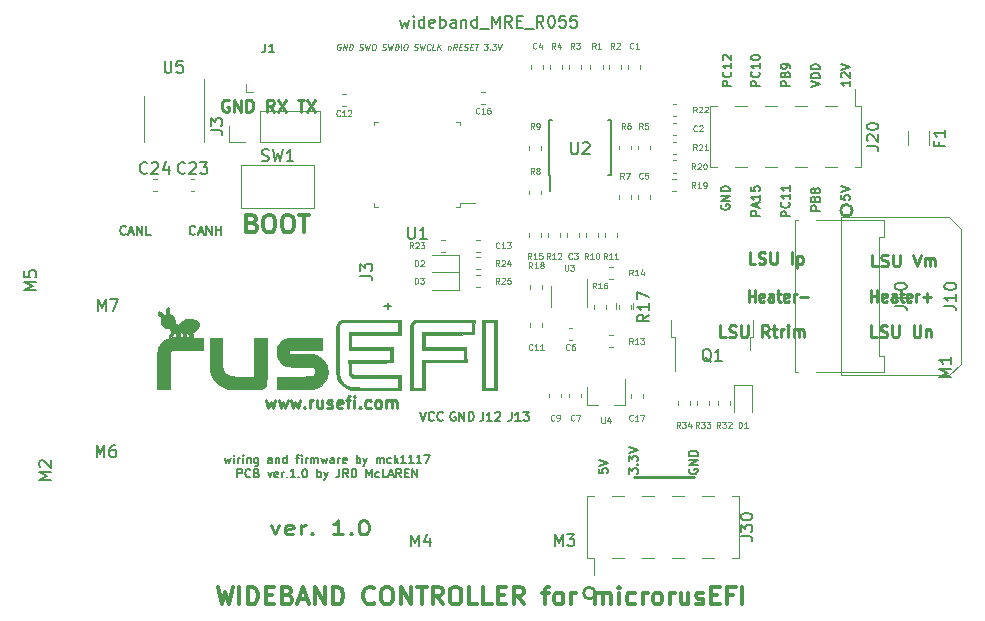
<source format=gbr>
G04 #@! TF.GenerationSoftware,KiCad,Pcbnew,5.1.5+dfsg1-2build2*
G04 #@! TF.CreationDate,2021-11-18T20:41:00+01:00*
G04 #@! TF.ProjectId,wideband_controller_mre,77696465-6261-46e6-945f-636f6e74726f,V1.0*
G04 #@! TF.SameCoordinates,Original*
G04 #@! TF.FileFunction,Legend,Top*
G04 #@! TF.FilePolarity,Positive*
%FSLAX46Y46*%
G04 Gerber Fmt 4.6, Leading zero omitted, Abs format (unit mm)*
G04 Created by KiCad (PCBNEW 5.1.5+dfsg1-2build2) date 2021-11-18 20:41:00*
%MOMM*%
%LPD*%
G04 APERTURE LIST*
%ADD10C,0.225000*%
%ADD11C,0.250000*%
%ADD12C,0.150000*%
%ADD13C,0.300000*%
%ADD14C,0.125000*%
%ADD15C,0.254000*%
%ADD16C,0.010000*%
%ADD17C,0.120000*%
%ADD18C,0.130000*%
G04 APERTURE END LIST*
D10*
X137271428Y-148052380D02*
X137271428Y-147052380D01*
X137271428Y-147528571D02*
X137785714Y-147528571D01*
X137785714Y-148052380D02*
X137785714Y-147052380D01*
X138557142Y-148004761D02*
X138471428Y-148052380D01*
X138300000Y-148052380D01*
X138214285Y-148004761D01*
X138171428Y-147909523D01*
X138171428Y-147528571D01*
X138214285Y-147433333D01*
X138300000Y-147385714D01*
X138471428Y-147385714D01*
X138557142Y-147433333D01*
X138600000Y-147528571D01*
X138600000Y-147623809D01*
X138171428Y-147719047D01*
X139371428Y-148052380D02*
X139371428Y-147528571D01*
X139328571Y-147433333D01*
X139242857Y-147385714D01*
X139071428Y-147385714D01*
X138985714Y-147433333D01*
X139371428Y-148004761D02*
X139285714Y-148052380D01*
X139071428Y-148052380D01*
X138985714Y-148004761D01*
X138942857Y-147909523D01*
X138942857Y-147814285D01*
X138985714Y-147719047D01*
X139071428Y-147671428D01*
X139285714Y-147671428D01*
X139371428Y-147623809D01*
X139671428Y-147385714D02*
X140014285Y-147385714D01*
X139800000Y-147052380D02*
X139800000Y-147909523D01*
X139842857Y-148004761D01*
X139928571Y-148052380D01*
X140014285Y-148052380D01*
X140657142Y-148004761D02*
X140571428Y-148052380D01*
X140400000Y-148052380D01*
X140314285Y-148004761D01*
X140271428Y-147909523D01*
X140271428Y-147528571D01*
X140314285Y-147433333D01*
X140400000Y-147385714D01*
X140571428Y-147385714D01*
X140657142Y-147433333D01*
X140700000Y-147528571D01*
X140700000Y-147623809D01*
X140271428Y-147719047D01*
X141085714Y-148052380D02*
X141085714Y-147385714D01*
X141085714Y-147576190D02*
X141128571Y-147480952D01*
X141171428Y-147433333D01*
X141257142Y-147385714D01*
X141342857Y-147385714D01*
X141642857Y-147671428D02*
X142328571Y-147671428D01*
D11*
X148152380Y-151052380D02*
X147676190Y-151052380D01*
X147676190Y-150052380D01*
X148438095Y-151004761D02*
X148580952Y-151052380D01*
X148819047Y-151052380D01*
X148914285Y-151004761D01*
X148961904Y-150957142D01*
X149009523Y-150861904D01*
X149009523Y-150766666D01*
X148961904Y-150671428D01*
X148914285Y-150623809D01*
X148819047Y-150576190D01*
X148628571Y-150528571D01*
X148533333Y-150480952D01*
X148485714Y-150433333D01*
X148438095Y-150338095D01*
X148438095Y-150242857D01*
X148485714Y-150147619D01*
X148533333Y-150100000D01*
X148628571Y-150052380D01*
X148866666Y-150052380D01*
X149009523Y-150100000D01*
X149438095Y-150052380D02*
X149438095Y-150861904D01*
X149485714Y-150957142D01*
X149533333Y-151004761D01*
X149628571Y-151052380D01*
X149819047Y-151052380D01*
X149914285Y-151004761D01*
X149961904Y-150957142D01*
X150009523Y-150861904D01*
X150009523Y-150052380D01*
X151247619Y-150052380D02*
X151247619Y-150861904D01*
X151295238Y-150957142D01*
X151342857Y-151004761D01*
X151438095Y-151052380D01*
X151628571Y-151052380D01*
X151723809Y-151004761D01*
X151771428Y-150957142D01*
X151819047Y-150861904D01*
X151819047Y-150052380D01*
X152295238Y-150385714D02*
X152295238Y-151052380D01*
X152295238Y-150480952D02*
X152342857Y-150433333D01*
X152438095Y-150385714D01*
X152580952Y-150385714D01*
X152676190Y-150433333D01*
X152723809Y-150528571D01*
X152723809Y-151052380D01*
X148233333Y-145052380D02*
X147757142Y-145052380D01*
X147757142Y-144052380D01*
X148519047Y-145004761D02*
X148661904Y-145052380D01*
X148900000Y-145052380D01*
X148995238Y-145004761D01*
X149042857Y-144957142D01*
X149090476Y-144861904D01*
X149090476Y-144766666D01*
X149042857Y-144671428D01*
X148995238Y-144623809D01*
X148900000Y-144576190D01*
X148709523Y-144528571D01*
X148614285Y-144480952D01*
X148566666Y-144433333D01*
X148519047Y-144338095D01*
X148519047Y-144242857D01*
X148566666Y-144147619D01*
X148614285Y-144100000D01*
X148709523Y-144052380D01*
X148947619Y-144052380D01*
X149090476Y-144100000D01*
X149519047Y-144052380D02*
X149519047Y-144861904D01*
X149566666Y-144957142D01*
X149614285Y-145004761D01*
X149709523Y-145052380D01*
X149900000Y-145052380D01*
X149995238Y-145004761D01*
X150042857Y-144957142D01*
X150090476Y-144861904D01*
X150090476Y-144052380D01*
X151185714Y-144052380D02*
X151519047Y-145052380D01*
X151852380Y-144052380D01*
X152185714Y-145052380D02*
X152185714Y-144385714D01*
X152185714Y-144480952D02*
X152233333Y-144433333D01*
X152328571Y-144385714D01*
X152471428Y-144385714D01*
X152566666Y-144433333D01*
X152614285Y-144528571D01*
X152614285Y-145052380D01*
X152614285Y-144528571D02*
X152661904Y-144433333D01*
X152757142Y-144385714D01*
X152900000Y-144385714D01*
X152995238Y-144433333D01*
X153042857Y-144528571D01*
X153042857Y-145052380D01*
X135328571Y-151052380D02*
X134852380Y-151052380D01*
X134852380Y-150052380D01*
X135614285Y-151004761D02*
X135757142Y-151052380D01*
X135995238Y-151052380D01*
X136090476Y-151004761D01*
X136138095Y-150957142D01*
X136185714Y-150861904D01*
X136185714Y-150766666D01*
X136138095Y-150671428D01*
X136090476Y-150623809D01*
X135995238Y-150576190D01*
X135804761Y-150528571D01*
X135709523Y-150480952D01*
X135661904Y-150433333D01*
X135614285Y-150338095D01*
X135614285Y-150242857D01*
X135661904Y-150147619D01*
X135709523Y-150100000D01*
X135804761Y-150052380D01*
X136042857Y-150052380D01*
X136185714Y-150100000D01*
X136614285Y-150052380D02*
X136614285Y-150861904D01*
X136661904Y-150957142D01*
X136709523Y-151004761D01*
X136804761Y-151052380D01*
X136995238Y-151052380D01*
X137090476Y-151004761D01*
X137138095Y-150957142D01*
X137185714Y-150861904D01*
X137185714Y-150052380D01*
X138995238Y-151052380D02*
X138661904Y-150576190D01*
X138423809Y-151052380D02*
X138423809Y-150052380D01*
X138804761Y-150052380D01*
X138900000Y-150100000D01*
X138947619Y-150147619D01*
X138995238Y-150242857D01*
X138995238Y-150385714D01*
X138947619Y-150480952D01*
X138900000Y-150528571D01*
X138804761Y-150576190D01*
X138423809Y-150576190D01*
X139280952Y-150385714D02*
X139661904Y-150385714D01*
X139423809Y-150052380D02*
X139423809Y-150909523D01*
X139471428Y-151004761D01*
X139566666Y-151052380D01*
X139661904Y-151052380D01*
X139995238Y-151052380D02*
X139995238Y-150385714D01*
X139995238Y-150576190D02*
X140042857Y-150480952D01*
X140090476Y-150433333D01*
X140185714Y-150385714D01*
X140280952Y-150385714D01*
X140614285Y-151052380D02*
X140614285Y-150385714D01*
X140614285Y-150052380D02*
X140566666Y-150100000D01*
X140614285Y-150147619D01*
X140661904Y-150100000D01*
X140614285Y-150052380D01*
X140614285Y-150147619D01*
X141090476Y-151052380D02*
X141090476Y-150385714D01*
X141090476Y-150480952D02*
X141138095Y-150433333D01*
X141233333Y-150385714D01*
X141376190Y-150385714D01*
X141471428Y-150433333D01*
X141519047Y-150528571D01*
X141519047Y-151052380D01*
X141519047Y-150528571D02*
X141566666Y-150433333D01*
X141661904Y-150385714D01*
X141804761Y-150385714D01*
X141900000Y-150433333D01*
X141947619Y-150528571D01*
X141947619Y-151052380D01*
D10*
X147671428Y-148052380D02*
X147671428Y-147052380D01*
X147671428Y-147528571D02*
X148185714Y-147528571D01*
X148185714Y-148052380D02*
X148185714Y-147052380D01*
X148957142Y-148004761D02*
X148871428Y-148052380D01*
X148700000Y-148052380D01*
X148614285Y-148004761D01*
X148571428Y-147909523D01*
X148571428Y-147528571D01*
X148614285Y-147433333D01*
X148700000Y-147385714D01*
X148871428Y-147385714D01*
X148957142Y-147433333D01*
X149000000Y-147528571D01*
X149000000Y-147623809D01*
X148571428Y-147719047D01*
X149771428Y-148052380D02*
X149771428Y-147528571D01*
X149728571Y-147433333D01*
X149642857Y-147385714D01*
X149471428Y-147385714D01*
X149385714Y-147433333D01*
X149771428Y-148004761D02*
X149685714Y-148052380D01*
X149471428Y-148052380D01*
X149385714Y-148004761D01*
X149342857Y-147909523D01*
X149342857Y-147814285D01*
X149385714Y-147719047D01*
X149471428Y-147671428D01*
X149685714Y-147671428D01*
X149771428Y-147623809D01*
X150071428Y-147385714D02*
X150414285Y-147385714D01*
X150200000Y-147052380D02*
X150200000Y-147909523D01*
X150242857Y-148004761D01*
X150328571Y-148052380D01*
X150414285Y-148052380D01*
X151057142Y-148004761D02*
X150971428Y-148052380D01*
X150800000Y-148052380D01*
X150714285Y-148004761D01*
X150671428Y-147909523D01*
X150671428Y-147528571D01*
X150714285Y-147433333D01*
X150800000Y-147385714D01*
X150971428Y-147385714D01*
X151057142Y-147433333D01*
X151100000Y-147528571D01*
X151100000Y-147623809D01*
X150671428Y-147719047D01*
X151485714Y-148052380D02*
X151485714Y-147385714D01*
X151485714Y-147576190D02*
X151528571Y-147480952D01*
X151571428Y-147433333D01*
X151657142Y-147385714D01*
X151742857Y-147385714D01*
X152042857Y-147671428D02*
X152728571Y-147671428D01*
X152385714Y-148052380D02*
X152385714Y-147290476D01*
D11*
X137838095Y-144852380D02*
X137361904Y-144852380D01*
X137361904Y-143852380D01*
X138123809Y-144804761D02*
X138266666Y-144852380D01*
X138504761Y-144852380D01*
X138600000Y-144804761D01*
X138647619Y-144757142D01*
X138695238Y-144661904D01*
X138695238Y-144566666D01*
X138647619Y-144471428D01*
X138600000Y-144423809D01*
X138504761Y-144376190D01*
X138314285Y-144328571D01*
X138219047Y-144280952D01*
X138171428Y-144233333D01*
X138123809Y-144138095D01*
X138123809Y-144042857D01*
X138171428Y-143947619D01*
X138219047Y-143900000D01*
X138314285Y-143852380D01*
X138552380Y-143852380D01*
X138695238Y-143900000D01*
X139123809Y-143852380D02*
X139123809Y-144661904D01*
X139171428Y-144757142D01*
X139219047Y-144804761D01*
X139314285Y-144852380D01*
X139504761Y-144852380D01*
X139600000Y-144804761D01*
X139647619Y-144757142D01*
X139695238Y-144661904D01*
X139695238Y-143852380D01*
X140933333Y-144852380D02*
X140933333Y-143852380D01*
X141409523Y-144185714D02*
X141409523Y-145185714D01*
X141409523Y-144233333D02*
X141504761Y-144185714D01*
X141695238Y-144185714D01*
X141790476Y-144233333D01*
X141838095Y-144280952D01*
X141885714Y-144376190D01*
X141885714Y-144661904D01*
X141838095Y-144757142D01*
X141790476Y-144804761D01*
X141695238Y-144852380D01*
X141504761Y-144852380D01*
X141409523Y-144804761D01*
X96821428Y-166942857D02*
X97178571Y-167742857D01*
X97535714Y-166942857D01*
X98678571Y-167685714D02*
X98535714Y-167742857D01*
X98250000Y-167742857D01*
X98107142Y-167685714D01*
X98035714Y-167571428D01*
X98035714Y-167114285D01*
X98107142Y-167000000D01*
X98250000Y-166942857D01*
X98535714Y-166942857D01*
X98678571Y-167000000D01*
X98750000Y-167114285D01*
X98750000Y-167228571D01*
X98035714Y-167342857D01*
X99392857Y-167742857D02*
X99392857Y-166942857D01*
X99392857Y-167171428D02*
X99464285Y-167057142D01*
X99535714Y-167000000D01*
X99678571Y-166942857D01*
X99821428Y-166942857D01*
X100321428Y-167628571D02*
X100392857Y-167685714D01*
X100321428Y-167742857D01*
X100250000Y-167685714D01*
X100321428Y-167628571D01*
X100321428Y-167742857D01*
X102964285Y-167742857D02*
X102107142Y-167742857D01*
X102535714Y-167742857D02*
X102535714Y-166542857D01*
X102392857Y-166714285D01*
X102250000Y-166828571D01*
X102107142Y-166885714D01*
X103607142Y-167628571D02*
X103678571Y-167685714D01*
X103607142Y-167742857D01*
X103535714Y-167685714D01*
X103607142Y-167628571D01*
X103607142Y-167742857D01*
X104607142Y-166542857D02*
X104750000Y-166542857D01*
X104892857Y-166600000D01*
X104964285Y-166657142D01*
X105035714Y-166771428D01*
X105107142Y-167000000D01*
X105107142Y-167285714D01*
X105035714Y-167514285D01*
X104964285Y-167628571D01*
X104892857Y-167685714D01*
X104750000Y-167742857D01*
X104607142Y-167742857D01*
X104464285Y-167685714D01*
X104392857Y-167628571D01*
X104321428Y-167514285D01*
X104250000Y-167285714D01*
X104250000Y-167000000D01*
X104321428Y-166771428D01*
X104392857Y-166657142D01*
X104464285Y-166600000D01*
X104607142Y-166542857D01*
D12*
X92916666Y-161250000D02*
X93050000Y-161716666D01*
X93183333Y-161383333D01*
X93316666Y-161716666D01*
X93450000Y-161250000D01*
X93716666Y-161716666D02*
X93716666Y-161250000D01*
X93716666Y-161016666D02*
X93683333Y-161050000D01*
X93716666Y-161083333D01*
X93750000Y-161050000D01*
X93716666Y-161016666D01*
X93716666Y-161083333D01*
X94050000Y-161716666D02*
X94050000Y-161250000D01*
X94050000Y-161383333D02*
X94083333Y-161316666D01*
X94116666Y-161283333D01*
X94183333Y-161250000D01*
X94250000Y-161250000D01*
X94483333Y-161716666D02*
X94483333Y-161250000D01*
X94483333Y-161016666D02*
X94450000Y-161050000D01*
X94483333Y-161083333D01*
X94516666Y-161050000D01*
X94483333Y-161016666D01*
X94483333Y-161083333D01*
X94816666Y-161250000D02*
X94816666Y-161716666D01*
X94816666Y-161316666D02*
X94850000Y-161283333D01*
X94916666Y-161250000D01*
X95016666Y-161250000D01*
X95083333Y-161283333D01*
X95116666Y-161350000D01*
X95116666Y-161716666D01*
X95750000Y-161250000D02*
X95750000Y-161816666D01*
X95716666Y-161883333D01*
X95683333Y-161916666D01*
X95616666Y-161950000D01*
X95516666Y-161950000D01*
X95450000Y-161916666D01*
X95750000Y-161683333D02*
X95683333Y-161716666D01*
X95550000Y-161716666D01*
X95483333Y-161683333D01*
X95450000Y-161650000D01*
X95416666Y-161583333D01*
X95416666Y-161383333D01*
X95450000Y-161316666D01*
X95483333Y-161283333D01*
X95550000Y-161250000D01*
X95683333Y-161250000D01*
X95750000Y-161283333D01*
X96916666Y-161716666D02*
X96916666Y-161350000D01*
X96883333Y-161283333D01*
X96816666Y-161250000D01*
X96683333Y-161250000D01*
X96616666Y-161283333D01*
X96916666Y-161683333D02*
X96850000Y-161716666D01*
X96683333Y-161716666D01*
X96616666Y-161683333D01*
X96583333Y-161616666D01*
X96583333Y-161550000D01*
X96616666Y-161483333D01*
X96683333Y-161450000D01*
X96850000Y-161450000D01*
X96916666Y-161416666D01*
X97250000Y-161250000D02*
X97250000Y-161716666D01*
X97250000Y-161316666D02*
X97283333Y-161283333D01*
X97350000Y-161250000D01*
X97450000Y-161250000D01*
X97516666Y-161283333D01*
X97550000Y-161350000D01*
X97550000Y-161716666D01*
X98183333Y-161716666D02*
X98183333Y-161016666D01*
X98183333Y-161683333D02*
X98116666Y-161716666D01*
X97983333Y-161716666D01*
X97916666Y-161683333D01*
X97883333Y-161650000D01*
X97850000Y-161583333D01*
X97850000Y-161383333D01*
X97883333Y-161316666D01*
X97916666Y-161283333D01*
X97983333Y-161250000D01*
X98116666Y-161250000D01*
X98183333Y-161283333D01*
X98950000Y-161250000D02*
X99216666Y-161250000D01*
X99050000Y-161716666D02*
X99050000Y-161116666D01*
X99083333Y-161050000D01*
X99150000Y-161016666D01*
X99216666Y-161016666D01*
X99450000Y-161716666D02*
X99450000Y-161250000D01*
X99450000Y-161016666D02*
X99416666Y-161050000D01*
X99450000Y-161083333D01*
X99483333Y-161050000D01*
X99450000Y-161016666D01*
X99450000Y-161083333D01*
X99783333Y-161716666D02*
X99783333Y-161250000D01*
X99783333Y-161383333D02*
X99816666Y-161316666D01*
X99850000Y-161283333D01*
X99916666Y-161250000D01*
X99983333Y-161250000D01*
X100216666Y-161716666D02*
X100216666Y-161250000D01*
X100216666Y-161316666D02*
X100250000Y-161283333D01*
X100316666Y-161250000D01*
X100416666Y-161250000D01*
X100483333Y-161283333D01*
X100516666Y-161350000D01*
X100516666Y-161716666D01*
X100516666Y-161350000D02*
X100550000Y-161283333D01*
X100616666Y-161250000D01*
X100716666Y-161250000D01*
X100783333Y-161283333D01*
X100816666Y-161350000D01*
X100816666Y-161716666D01*
X101083333Y-161250000D02*
X101216666Y-161716666D01*
X101350000Y-161383333D01*
X101483333Y-161716666D01*
X101616666Y-161250000D01*
X102183333Y-161716666D02*
X102183333Y-161350000D01*
X102150000Y-161283333D01*
X102083333Y-161250000D01*
X101950000Y-161250000D01*
X101883333Y-161283333D01*
X102183333Y-161683333D02*
X102116666Y-161716666D01*
X101950000Y-161716666D01*
X101883333Y-161683333D01*
X101850000Y-161616666D01*
X101850000Y-161550000D01*
X101883333Y-161483333D01*
X101950000Y-161450000D01*
X102116666Y-161450000D01*
X102183333Y-161416666D01*
X102516666Y-161716666D02*
X102516666Y-161250000D01*
X102516666Y-161383333D02*
X102550000Y-161316666D01*
X102583333Y-161283333D01*
X102650000Y-161250000D01*
X102716666Y-161250000D01*
X103216666Y-161683333D02*
X103150000Y-161716666D01*
X103016666Y-161716666D01*
X102950000Y-161683333D01*
X102916666Y-161616666D01*
X102916666Y-161350000D01*
X102950000Y-161283333D01*
X103016666Y-161250000D01*
X103150000Y-161250000D01*
X103216666Y-161283333D01*
X103250000Y-161350000D01*
X103250000Y-161416666D01*
X102916666Y-161483333D01*
X104083333Y-161716666D02*
X104083333Y-161016666D01*
X104083333Y-161283333D02*
X104150000Y-161250000D01*
X104283333Y-161250000D01*
X104350000Y-161283333D01*
X104383333Y-161316666D01*
X104416666Y-161383333D01*
X104416666Y-161583333D01*
X104383333Y-161650000D01*
X104350000Y-161683333D01*
X104283333Y-161716666D01*
X104150000Y-161716666D01*
X104083333Y-161683333D01*
X104650000Y-161250000D02*
X104816666Y-161716666D01*
X104983333Y-161250000D02*
X104816666Y-161716666D01*
X104750000Y-161883333D01*
X104716666Y-161916666D01*
X104650000Y-161950000D01*
X105783333Y-161716666D02*
X105783333Y-161250000D01*
X105783333Y-161316666D02*
X105816666Y-161283333D01*
X105883333Y-161250000D01*
X105983333Y-161250000D01*
X106050000Y-161283333D01*
X106083333Y-161350000D01*
X106083333Y-161716666D01*
X106083333Y-161350000D02*
X106116666Y-161283333D01*
X106183333Y-161250000D01*
X106283333Y-161250000D01*
X106350000Y-161283333D01*
X106383333Y-161350000D01*
X106383333Y-161716666D01*
X107016666Y-161683333D02*
X106950000Y-161716666D01*
X106816666Y-161716666D01*
X106750000Y-161683333D01*
X106716666Y-161650000D01*
X106683333Y-161583333D01*
X106683333Y-161383333D01*
X106716666Y-161316666D01*
X106750000Y-161283333D01*
X106816666Y-161250000D01*
X106950000Y-161250000D01*
X107016666Y-161283333D01*
X107316666Y-161716666D02*
X107316666Y-161016666D01*
X107383333Y-161450000D02*
X107583333Y-161716666D01*
X107583333Y-161250000D02*
X107316666Y-161516666D01*
X108250000Y-161716666D02*
X107850000Y-161716666D01*
X108050000Y-161716666D02*
X108050000Y-161016666D01*
X107983333Y-161116666D01*
X107916666Y-161183333D01*
X107850000Y-161216666D01*
X108916666Y-161716666D02*
X108516666Y-161716666D01*
X108716666Y-161716666D02*
X108716666Y-161016666D01*
X108650000Y-161116666D01*
X108583333Y-161183333D01*
X108516666Y-161216666D01*
X109583333Y-161716666D02*
X109183333Y-161716666D01*
X109383333Y-161716666D02*
X109383333Y-161016666D01*
X109316666Y-161116666D01*
X109250000Y-161183333D01*
X109183333Y-161216666D01*
X109816666Y-161016666D02*
X110283333Y-161016666D01*
X109983333Y-161716666D01*
X94000000Y-162916666D02*
X94000000Y-162216666D01*
X94266666Y-162216666D01*
X94333333Y-162250000D01*
X94366666Y-162283333D01*
X94400000Y-162350000D01*
X94400000Y-162450000D01*
X94366666Y-162516666D01*
X94333333Y-162550000D01*
X94266666Y-162583333D01*
X94000000Y-162583333D01*
X95100000Y-162850000D02*
X95066666Y-162883333D01*
X94966666Y-162916666D01*
X94900000Y-162916666D01*
X94800000Y-162883333D01*
X94733333Y-162816666D01*
X94700000Y-162750000D01*
X94666666Y-162616666D01*
X94666666Y-162516666D01*
X94700000Y-162383333D01*
X94733333Y-162316666D01*
X94800000Y-162250000D01*
X94900000Y-162216666D01*
X94966666Y-162216666D01*
X95066666Y-162250000D01*
X95100000Y-162283333D01*
X95633333Y-162550000D02*
X95733333Y-162583333D01*
X95766666Y-162616666D01*
X95800000Y-162683333D01*
X95800000Y-162783333D01*
X95766666Y-162850000D01*
X95733333Y-162883333D01*
X95666666Y-162916666D01*
X95400000Y-162916666D01*
X95400000Y-162216666D01*
X95633333Y-162216666D01*
X95700000Y-162250000D01*
X95733333Y-162283333D01*
X95766666Y-162350000D01*
X95766666Y-162416666D01*
X95733333Y-162483333D01*
X95700000Y-162516666D01*
X95633333Y-162550000D01*
X95400000Y-162550000D01*
X96566666Y-162450000D02*
X96733333Y-162916666D01*
X96900000Y-162450000D01*
X97433333Y-162883333D02*
X97366666Y-162916666D01*
X97233333Y-162916666D01*
X97166666Y-162883333D01*
X97133333Y-162816666D01*
X97133333Y-162550000D01*
X97166666Y-162483333D01*
X97233333Y-162450000D01*
X97366666Y-162450000D01*
X97433333Y-162483333D01*
X97466666Y-162550000D01*
X97466666Y-162616666D01*
X97133333Y-162683333D01*
X97766666Y-162916666D02*
X97766666Y-162450000D01*
X97766666Y-162583333D02*
X97800000Y-162516666D01*
X97833333Y-162483333D01*
X97900000Y-162450000D01*
X97966666Y-162450000D01*
X98200000Y-162850000D02*
X98233333Y-162883333D01*
X98200000Y-162916666D01*
X98166666Y-162883333D01*
X98200000Y-162850000D01*
X98200000Y-162916666D01*
X98900000Y-162916666D02*
X98500000Y-162916666D01*
X98700000Y-162916666D02*
X98700000Y-162216666D01*
X98633333Y-162316666D01*
X98566666Y-162383333D01*
X98500000Y-162416666D01*
X99200000Y-162850000D02*
X99233333Y-162883333D01*
X99200000Y-162916666D01*
X99166666Y-162883333D01*
X99200000Y-162850000D01*
X99200000Y-162916666D01*
X99666666Y-162216666D02*
X99733333Y-162216666D01*
X99800000Y-162250000D01*
X99833333Y-162283333D01*
X99866666Y-162350000D01*
X99900000Y-162483333D01*
X99900000Y-162650000D01*
X99866666Y-162783333D01*
X99833333Y-162850000D01*
X99800000Y-162883333D01*
X99733333Y-162916666D01*
X99666666Y-162916666D01*
X99600000Y-162883333D01*
X99566666Y-162850000D01*
X99533333Y-162783333D01*
X99500000Y-162650000D01*
X99500000Y-162483333D01*
X99533333Y-162350000D01*
X99566666Y-162283333D01*
X99600000Y-162250000D01*
X99666666Y-162216666D01*
X100733333Y-162916666D02*
X100733333Y-162216666D01*
X100733333Y-162483333D02*
X100800000Y-162450000D01*
X100933333Y-162450000D01*
X101000000Y-162483333D01*
X101033333Y-162516666D01*
X101066666Y-162583333D01*
X101066666Y-162783333D01*
X101033333Y-162850000D01*
X101000000Y-162883333D01*
X100933333Y-162916666D01*
X100800000Y-162916666D01*
X100733333Y-162883333D01*
X101300000Y-162450000D02*
X101466666Y-162916666D01*
X101633333Y-162450000D02*
X101466666Y-162916666D01*
X101400000Y-163083333D01*
X101366666Y-163116666D01*
X101300000Y-163150000D01*
X102633333Y-162216666D02*
X102633333Y-162716666D01*
X102600000Y-162816666D01*
X102533333Y-162883333D01*
X102433333Y-162916666D01*
X102366666Y-162916666D01*
X103366666Y-162916666D02*
X103133333Y-162583333D01*
X102966666Y-162916666D02*
X102966666Y-162216666D01*
X103233333Y-162216666D01*
X103300000Y-162250000D01*
X103333333Y-162283333D01*
X103366666Y-162350000D01*
X103366666Y-162450000D01*
X103333333Y-162516666D01*
X103300000Y-162550000D01*
X103233333Y-162583333D01*
X102966666Y-162583333D01*
X103666666Y-162916666D02*
X103666666Y-162216666D01*
X103833333Y-162216666D01*
X103933333Y-162250000D01*
X104000000Y-162316666D01*
X104033333Y-162383333D01*
X104066666Y-162516666D01*
X104066666Y-162616666D01*
X104033333Y-162750000D01*
X104000000Y-162816666D01*
X103933333Y-162883333D01*
X103833333Y-162916666D01*
X103666666Y-162916666D01*
X104900000Y-162916666D02*
X104900000Y-162216666D01*
X105133333Y-162716666D01*
X105366666Y-162216666D01*
X105366666Y-162916666D01*
X106000000Y-162883333D02*
X105933333Y-162916666D01*
X105800000Y-162916666D01*
X105733333Y-162883333D01*
X105700000Y-162850000D01*
X105666666Y-162783333D01*
X105666666Y-162583333D01*
X105700000Y-162516666D01*
X105733333Y-162483333D01*
X105800000Y-162450000D01*
X105933333Y-162450000D01*
X106000000Y-162483333D01*
X106633333Y-162916666D02*
X106300000Y-162916666D01*
X106300000Y-162216666D01*
X106833333Y-162716666D02*
X107166666Y-162716666D01*
X106766666Y-162916666D02*
X107000000Y-162216666D01*
X107233333Y-162916666D01*
X107866666Y-162916666D02*
X107633333Y-162583333D01*
X107466666Y-162916666D02*
X107466666Y-162216666D01*
X107733333Y-162216666D01*
X107800000Y-162250000D01*
X107833333Y-162283333D01*
X107866666Y-162350000D01*
X107866666Y-162450000D01*
X107833333Y-162516666D01*
X107800000Y-162550000D01*
X107733333Y-162583333D01*
X107466666Y-162583333D01*
X108166666Y-162550000D02*
X108400000Y-162550000D01*
X108500000Y-162916666D02*
X108166666Y-162916666D01*
X108166666Y-162216666D01*
X108500000Y-162216666D01*
X108800000Y-162916666D02*
X108800000Y-162216666D01*
X109200000Y-162916666D01*
X109200000Y-162216666D01*
D11*
X96428571Y-156385714D02*
X96619047Y-157052380D01*
X96809523Y-156576190D01*
X97000000Y-157052380D01*
X97190476Y-156385714D01*
X97476190Y-156385714D02*
X97666666Y-157052380D01*
X97857142Y-156576190D01*
X98047619Y-157052380D01*
X98238095Y-156385714D01*
X98523809Y-156385714D02*
X98714285Y-157052380D01*
X98904761Y-156576190D01*
X99095238Y-157052380D01*
X99285714Y-156385714D01*
X99666666Y-156957142D02*
X99714285Y-157004761D01*
X99666666Y-157052380D01*
X99619047Y-157004761D01*
X99666666Y-156957142D01*
X99666666Y-157052380D01*
X100142857Y-157052380D02*
X100142857Y-156385714D01*
X100142857Y-156576190D02*
X100190476Y-156480952D01*
X100238095Y-156433333D01*
X100333333Y-156385714D01*
X100428571Y-156385714D01*
X101190476Y-156385714D02*
X101190476Y-157052380D01*
X100761904Y-156385714D02*
X100761904Y-156909523D01*
X100809523Y-157004761D01*
X100904761Y-157052380D01*
X101047619Y-157052380D01*
X101142857Y-157004761D01*
X101190476Y-156957142D01*
X101619047Y-157004761D02*
X101714285Y-157052380D01*
X101904761Y-157052380D01*
X102000000Y-157004761D01*
X102047619Y-156909523D01*
X102047619Y-156861904D01*
X102000000Y-156766666D01*
X101904761Y-156719047D01*
X101761904Y-156719047D01*
X101666666Y-156671428D01*
X101619047Y-156576190D01*
X101619047Y-156528571D01*
X101666666Y-156433333D01*
X101761904Y-156385714D01*
X101904761Y-156385714D01*
X102000000Y-156433333D01*
X102857142Y-157004761D02*
X102761904Y-157052380D01*
X102571428Y-157052380D01*
X102476190Y-157004761D01*
X102428571Y-156909523D01*
X102428571Y-156528571D01*
X102476190Y-156433333D01*
X102571428Y-156385714D01*
X102761904Y-156385714D01*
X102857142Y-156433333D01*
X102904761Y-156528571D01*
X102904761Y-156623809D01*
X102428571Y-156719047D01*
X103190476Y-156385714D02*
X103571428Y-156385714D01*
X103333333Y-157052380D02*
X103333333Y-156195238D01*
X103380952Y-156100000D01*
X103476190Y-156052380D01*
X103571428Y-156052380D01*
X103904761Y-157052380D02*
X103904761Y-156385714D01*
X103904761Y-156052380D02*
X103857142Y-156100000D01*
X103904761Y-156147619D01*
X103952380Y-156100000D01*
X103904761Y-156052380D01*
X103904761Y-156147619D01*
X104380952Y-156957142D02*
X104428571Y-157004761D01*
X104380952Y-157052380D01*
X104333333Y-157004761D01*
X104380952Y-156957142D01*
X104380952Y-157052380D01*
X105285714Y-157004761D02*
X105190476Y-157052380D01*
X105000000Y-157052380D01*
X104904761Y-157004761D01*
X104857142Y-156957142D01*
X104809523Y-156861904D01*
X104809523Y-156576190D01*
X104857142Y-156480952D01*
X104904761Y-156433333D01*
X105000000Y-156385714D01*
X105190476Y-156385714D01*
X105285714Y-156433333D01*
X105857142Y-157052380D02*
X105761904Y-157004761D01*
X105714285Y-156957142D01*
X105666666Y-156861904D01*
X105666666Y-156576190D01*
X105714285Y-156480952D01*
X105761904Y-156433333D01*
X105857142Y-156385714D01*
X106000000Y-156385714D01*
X106095238Y-156433333D01*
X106142857Y-156480952D01*
X106190476Y-156576190D01*
X106190476Y-156861904D01*
X106142857Y-156957142D01*
X106095238Y-157004761D01*
X106000000Y-157052380D01*
X105857142Y-157052380D01*
X106619047Y-157052380D02*
X106619047Y-156385714D01*
X106619047Y-156480952D02*
X106666666Y-156433333D01*
X106761904Y-156385714D01*
X106904761Y-156385714D01*
X107000000Y-156433333D01*
X107047619Y-156528571D01*
X107047619Y-157052380D01*
X107047619Y-156528571D02*
X107095238Y-156433333D01*
X107190476Y-156385714D01*
X107333333Y-156385714D01*
X107428571Y-156433333D01*
X107476190Y-156528571D01*
X107476190Y-157052380D01*
D13*
X92314285Y-172178571D02*
X92671428Y-173678571D01*
X92957142Y-172607142D01*
X93242857Y-173678571D01*
X93600000Y-172178571D01*
X94171428Y-173678571D02*
X94171428Y-172178571D01*
X94885714Y-173678571D02*
X94885714Y-172178571D01*
X95242857Y-172178571D01*
X95457142Y-172250000D01*
X95600000Y-172392857D01*
X95671428Y-172535714D01*
X95742857Y-172821428D01*
X95742857Y-173035714D01*
X95671428Y-173321428D01*
X95600000Y-173464285D01*
X95457142Y-173607142D01*
X95242857Y-173678571D01*
X94885714Y-173678571D01*
X96385714Y-172892857D02*
X96885714Y-172892857D01*
X97100000Y-173678571D02*
X96385714Y-173678571D01*
X96385714Y-172178571D01*
X97100000Y-172178571D01*
X98242857Y-172892857D02*
X98457142Y-172964285D01*
X98528571Y-173035714D01*
X98600000Y-173178571D01*
X98600000Y-173392857D01*
X98528571Y-173535714D01*
X98457142Y-173607142D01*
X98314285Y-173678571D01*
X97742857Y-173678571D01*
X97742857Y-172178571D01*
X98242857Y-172178571D01*
X98385714Y-172250000D01*
X98457142Y-172321428D01*
X98528571Y-172464285D01*
X98528571Y-172607142D01*
X98457142Y-172750000D01*
X98385714Y-172821428D01*
X98242857Y-172892857D01*
X97742857Y-172892857D01*
X99171428Y-173250000D02*
X99885714Y-173250000D01*
X99028571Y-173678571D02*
X99528571Y-172178571D01*
X100028571Y-173678571D01*
X100528571Y-173678571D02*
X100528571Y-172178571D01*
X101385714Y-173678571D01*
X101385714Y-172178571D01*
X102100000Y-173678571D02*
X102100000Y-172178571D01*
X102457142Y-172178571D01*
X102671428Y-172250000D01*
X102814285Y-172392857D01*
X102885714Y-172535714D01*
X102957142Y-172821428D01*
X102957142Y-173035714D01*
X102885714Y-173321428D01*
X102814285Y-173464285D01*
X102671428Y-173607142D01*
X102457142Y-173678571D01*
X102100000Y-173678571D01*
X105600000Y-173535714D02*
X105528571Y-173607142D01*
X105314285Y-173678571D01*
X105171428Y-173678571D01*
X104957142Y-173607142D01*
X104814285Y-173464285D01*
X104742857Y-173321428D01*
X104671428Y-173035714D01*
X104671428Y-172821428D01*
X104742857Y-172535714D01*
X104814285Y-172392857D01*
X104957142Y-172250000D01*
X105171428Y-172178571D01*
X105314285Y-172178571D01*
X105528571Y-172250000D01*
X105600000Y-172321428D01*
X106528571Y-172178571D02*
X106814285Y-172178571D01*
X106957142Y-172250000D01*
X107100000Y-172392857D01*
X107171428Y-172678571D01*
X107171428Y-173178571D01*
X107100000Y-173464285D01*
X106957142Y-173607142D01*
X106814285Y-173678571D01*
X106528571Y-173678571D01*
X106385714Y-173607142D01*
X106242857Y-173464285D01*
X106171428Y-173178571D01*
X106171428Y-172678571D01*
X106242857Y-172392857D01*
X106385714Y-172250000D01*
X106528571Y-172178571D01*
X107814285Y-173678571D02*
X107814285Y-172178571D01*
X108671428Y-173678571D01*
X108671428Y-172178571D01*
X109171428Y-172178571D02*
X110028571Y-172178571D01*
X109600000Y-173678571D02*
X109600000Y-172178571D01*
X111385714Y-173678571D02*
X110885714Y-172964285D01*
X110528571Y-173678571D02*
X110528571Y-172178571D01*
X111100000Y-172178571D01*
X111242857Y-172250000D01*
X111314285Y-172321428D01*
X111385714Y-172464285D01*
X111385714Y-172678571D01*
X111314285Y-172821428D01*
X111242857Y-172892857D01*
X111100000Y-172964285D01*
X110528571Y-172964285D01*
X112314285Y-172178571D02*
X112600000Y-172178571D01*
X112742857Y-172250000D01*
X112885714Y-172392857D01*
X112957142Y-172678571D01*
X112957142Y-173178571D01*
X112885714Y-173464285D01*
X112742857Y-173607142D01*
X112600000Y-173678571D01*
X112314285Y-173678571D01*
X112171428Y-173607142D01*
X112028571Y-173464285D01*
X111957142Y-173178571D01*
X111957142Y-172678571D01*
X112028571Y-172392857D01*
X112171428Y-172250000D01*
X112314285Y-172178571D01*
X114314285Y-173678571D02*
X113600000Y-173678571D01*
X113600000Y-172178571D01*
X115528571Y-173678571D02*
X114814285Y-173678571D01*
X114814285Y-172178571D01*
X116028571Y-172892857D02*
X116528571Y-172892857D01*
X116742857Y-173678571D02*
X116028571Y-173678571D01*
X116028571Y-172178571D01*
X116742857Y-172178571D01*
X118242857Y-173678571D02*
X117742857Y-172964285D01*
X117385714Y-173678571D02*
X117385714Y-172178571D01*
X117957142Y-172178571D01*
X118100000Y-172250000D01*
X118171428Y-172321428D01*
X118242857Y-172464285D01*
X118242857Y-172678571D01*
X118171428Y-172821428D01*
X118100000Y-172892857D01*
X117957142Y-172964285D01*
X117385714Y-172964285D01*
X119814285Y-172678571D02*
X120385714Y-172678571D01*
X120028571Y-173678571D02*
X120028571Y-172392857D01*
X120100000Y-172250000D01*
X120242857Y-172178571D01*
X120385714Y-172178571D01*
X121100000Y-173678571D02*
X120957142Y-173607142D01*
X120885714Y-173535714D01*
X120814285Y-173392857D01*
X120814285Y-172964285D01*
X120885714Y-172821428D01*
X120957142Y-172750000D01*
X121100000Y-172678571D01*
X121314285Y-172678571D01*
X121457142Y-172750000D01*
X121528571Y-172821428D01*
X121600000Y-172964285D01*
X121600000Y-173392857D01*
X121528571Y-173535714D01*
X121457142Y-173607142D01*
X121314285Y-173678571D01*
X121100000Y-173678571D01*
X122242857Y-173678571D02*
X122242857Y-172678571D01*
X122242857Y-172964285D02*
X122314285Y-172821428D01*
X122385714Y-172750000D01*
X122528571Y-172678571D01*
X122671428Y-172678571D01*
X124314285Y-173678571D02*
X124314285Y-172678571D01*
X124314285Y-172821428D02*
X124385714Y-172750000D01*
X124528571Y-172678571D01*
X124742857Y-172678571D01*
X124885714Y-172750000D01*
X124957142Y-172892857D01*
X124957142Y-173678571D01*
X124957142Y-172892857D02*
X125028571Y-172750000D01*
X125171428Y-172678571D01*
X125385714Y-172678571D01*
X125528571Y-172750000D01*
X125600000Y-172892857D01*
X125600000Y-173678571D01*
X126314285Y-173678571D02*
X126314285Y-172678571D01*
X126314285Y-172178571D02*
X126242857Y-172250000D01*
X126314285Y-172321428D01*
X126385714Y-172250000D01*
X126314285Y-172178571D01*
X126314285Y-172321428D01*
X127671428Y-173607142D02*
X127528571Y-173678571D01*
X127242857Y-173678571D01*
X127100000Y-173607142D01*
X127028571Y-173535714D01*
X126957142Y-173392857D01*
X126957142Y-172964285D01*
X127028571Y-172821428D01*
X127100000Y-172750000D01*
X127242857Y-172678571D01*
X127528571Y-172678571D01*
X127671428Y-172750000D01*
X128314285Y-173678571D02*
X128314285Y-172678571D01*
X128314285Y-172964285D02*
X128385714Y-172821428D01*
X128457142Y-172750000D01*
X128600000Y-172678571D01*
X128742857Y-172678571D01*
X129457142Y-173678571D02*
X129314285Y-173607142D01*
X129242857Y-173535714D01*
X129171428Y-173392857D01*
X129171428Y-172964285D01*
X129242857Y-172821428D01*
X129314285Y-172750000D01*
X129457142Y-172678571D01*
X129671428Y-172678571D01*
X129814285Y-172750000D01*
X129885714Y-172821428D01*
X129957142Y-172964285D01*
X129957142Y-173392857D01*
X129885714Y-173535714D01*
X129814285Y-173607142D01*
X129671428Y-173678571D01*
X129457142Y-173678571D01*
X130600000Y-173678571D02*
X130600000Y-172678571D01*
X130600000Y-172964285D02*
X130671428Y-172821428D01*
X130742857Y-172750000D01*
X130885714Y-172678571D01*
X131028571Y-172678571D01*
X132171428Y-172678571D02*
X132171428Y-173678571D01*
X131528571Y-172678571D02*
X131528571Y-173464285D01*
X131599999Y-173607142D01*
X131742857Y-173678571D01*
X131957142Y-173678571D01*
X132099999Y-173607142D01*
X132171428Y-173535714D01*
X132814285Y-173607142D02*
X132957142Y-173678571D01*
X133242857Y-173678571D01*
X133385714Y-173607142D01*
X133457142Y-173464285D01*
X133457142Y-173392857D01*
X133385714Y-173250000D01*
X133242857Y-173178571D01*
X133028571Y-173178571D01*
X132885714Y-173107142D01*
X132814285Y-172964285D01*
X132814285Y-172892857D01*
X132885714Y-172750000D01*
X133028571Y-172678571D01*
X133242857Y-172678571D01*
X133385714Y-172750000D01*
X134100000Y-172892857D02*
X134600000Y-172892857D01*
X134814285Y-173678571D02*
X134100000Y-173678571D01*
X134100000Y-172178571D01*
X134814285Y-172178571D01*
X135957142Y-172892857D02*
X135457142Y-172892857D01*
X135457142Y-173678571D02*
X135457142Y-172178571D01*
X136171428Y-172178571D01*
X136742857Y-173678571D02*
X136742857Y-172178571D01*
D14*
X102738802Y-126250000D02*
X102694159Y-126226190D01*
X102622730Y-126226190D01*
X102548325Y-126250000D01*
X102494754Y-126297619D01*
X102464992Y-126345238D01*
X102429278Y-126440476D01*
X102420349Y-126511904D01*
X102432254Y-126607142D01*
X102450111Y-126654761D01*
X102491778Y-126702380D01*
X102560230Y-126726190D01*
X102607849Y-126726190D01*
X102682254Y-126702380D01*
X102709040Y-126678571D01*
X102729873Y-126511904D01*
X102634635Y-126511904D01*
X102917373Y-126726190D02*
X102979873Y-126226190D01*
X103203087Y-126726190D01*
X103265587Y-126226190D01*
X103441183Y-126726190D02*
X103503683Y-126226190D01*
X103622730Y-126226190D01*
X103691183Y-126250000D01*
X103732849Y-126297619D01*
X103750706Y-126345238D01*
X103762611Y-126440476D01*
X103753683Y-126511904D01*
X103717968Y-126607142D01*
X103688206Y-126654761D01*
X103634635Y-126702380D01*
X103560230Y-126726190D01*
X103441183Y-126726190D01*
X104301302Y-126702380D02*
X104369754Y-126726190D01*
X104488802Y-126726190D01*
X104539397Y-126702380D01*
X104566183Y-126678571D01*
X104595944Y-126630952D01*
X104601897Y-126583333D01*
X104584040Y-126535714D01*
X104563206Y-126511904D01*
X104518563Y-126488095D01*
X104426302Y-126464285D01*
X104381659Y-126440476D01*
X104360825Y-126416666D01*
X104342968Y-126369047D01*
X104348921Y-126321428D01*
X104378683Y-126273809D01*
X104405468Y-126250000D01*
X104456063Y-126226190D01*
X104575111Y-126226190D01*
X104643563Y-126250000D01*
X104813206Y-126226190D02*
X104869754Y-126726190D01*
X105009635Y-126369047D01*
X105060230Y-126726190D01*
X105241778Y-126226190D01*
X105527492Y-126226190D02*
X105622730Y-126226190D01*
X105667373Y-126250000D01*
X105709040Y-126297619D01*
X105720944Y-126392857D01*
X105700111Y-126559523D01*
X105664397Y-126654761D01*
X105610825Y-126702380D01*
X105560230Y-126726190D01*
X105464992Y-126726190D01*
X105420349Y-126702380D01*
X105378683Y-126654761D01*
X105366778Y-126559523D01*
X105387611Y-126392857D01*
X105423325Y-126297619D01*
X105476897Y-126250000D01*
X105527492Y-126226190D01*
X106253683Y-126702380D02*
X106322135Y-126726190D01*
X106441183Y-126726190D01*
X106491778Y-126702380D01*
X106518563Y-126678571D01*
X106548325Y-126630952D01*
X106554278Y-126583333D01*
X106536421Y-126535714D01*
X106515587Y-126511904D01*
X106470944Y-126488095D01*
X106378683Y-126464285D01*
X106334040Y-126440476D01*
X106313206Y-126416666D01*
X106295349Y-126369047D01*
X106301302Y-126321428D01*
X106331063Y-126273809D01*
X106357849Y-126250000D01*
X106408444Y-126226190D01*
X106527492Y-126226190D01*
X106595944Y-126250000D01*
X106765587Y-126226190D02*
X106822135Y-126726190D01*
X106962016Y-126369047D01*
X107012611Y-126726190D01*
X107194159Y-126226190D01*
X107322135Y-126726190D02*
X107384635Y-126226190D01*
X107503683Y-126226190D01*
X107572135Y-126250000D01*
X107613802Y-126297619D01*
X107631659Y-126345238D01*
X107643563Y-126440476D01*
X107634635Y-126511904D01*
X107598921Y-126607142D01*
X107569159Y-126654761D01*
X107515587Y-126702380D01*
X107441183Y-126726190D01*
X107322135Y-126726190D01*
X107822135Y-126726190D02*
X107884635Y-126226190D01*
X108217968Y-126226190D02*
X108313206Y-126226190D01*
X108357849Y-126250000D01*
X108399516Y-126297619D01*
X108411421Y-126392857D01*
X108390587Y-126559523D01*
X108354873Y-126654761D01*
X108301302Y-126702380D01*
X108250706Y-126726190D01*
X108155468Y-126726190D01*
X108110825Y-126702380D01*
X108069159Y-126654761D01*
X108057254Y-126559523D01*
X108078087Y-126392857D01*
X108113802Y-126297619D01*
X108167373Y-126250000D01*
X108217968Y-126226190D01*
X108944159Y-126702380D02*
X109012611Y-126726190D01*
X109131659Y-126726190D01*
X109182254Y-126702380D01*
X109209040Y-126678571D01*
X109238802Y-126630952D01*
X109244754Y-126583333D01*
X109226897Y-126535714D01*
X109206063Y-126511904D01*
X109161421Y-126488095D01*
X109069159Y-126464285D01*
X109024516Y-126440476D01*
X109003683Y-126416666D01*
X108985825Y-126369047D01*
X108991778Y-126321428D01*
X109021540Y-126273809D01*
X109048325Y-126250000D01*
X109098921Y-126226190D01*
X109217968Y-126226190D01*
X109286421Y-126250000D01*
X109456063Y-126226190D02*
X109512611Y-126726190D01*
X109652492Y-126369047D01*
X109703087Y-126726190D01*
X109884635Y-126226190D01*
X110304278Y-126678571D02*
X110277492Y-126702380D01*
X110203087Y-126726190D01*
X110155468Y-126726190D01*
X110087016Y-126702380D01*
X110045349Y-126654761D01*
X110027492Y-126607142D01*
X110015587Y-126511904D01*
X110024516Y-126440476D01*
X110060230Y-126345238D01*
X110089992Y-126297619D01*
X110143563Y-126250000D01*
X110217968Y-126226190D01*
X110265587Y-126226190D01*
X110334040Y-126250000D01*
X110354873Y-126273809D01*
X110750706Y-126726190D02*
X110512611Y-126726190D01*
X110575111Y-126226190D01*
X110917373Y-126726190D02*
X110979873Y-126226190D01*
X111203087Y-126726190D02*
X111024516Y-126440476D01*
X111265587Y-126226190D02*
X110944159Y-126511904D01*
X111839992Y-126392857D02*
X111798325Y-126726190D01*
X111834040Y-126440476D02*
X111860825Y-126416666D01*
X111911421Y-126392857D01*
X111982849Y-126392857D01*
X112027492Y-126416666D01*
X112045349Y-126464285D01*
X112012611Y-126726190D01*
X112536421Y-126726190D02*
X112399516Y-126488095D01*
X112250706Y-126726190D02*
X112313206Y-126226190D01*
X112503683Y-126226190D01*
X112548325Y-126250000D01*
X112569159Y-126273809D01*
X112587016Y-126321428D01*
X112578087Y-126392857D01*
X112548325Y-126440476D01*
X112521540Y-126464285D01*
X112470944Y-126488095D01*
X112280468Y-126488095D01*
X112783444Y-126464285D02*
X112950111Y-126464285D01*
X112988802Y-126726190D02*
X112750706Y-126726190D01*
X112813206Y-126226190D01*
X113051302Y-126226190D01*
X113182254Y-126702380D02*
X113250706Y-126726190D01*
X113369754Y-126726190D01*
X113420349Y-126702380D01*
X113447135Y-126678571D01*
X113476897Y-126630952D01*
X113482849Y-126583333D01*
X113464992Y-126535714D01*
X113444159Y-126511904D01*
X113399516Y-126488095D01*
X113307254Y-126464285D01*
X113262611Y-126440476D01*
X113241778Y-126416666D01*
X113223921Y-126369047D01*
X113229873Y-126321428D01*
X113259635Y-126273809D01*
X113286421Y-126250000D01*
X113337016Y-126226190D01*
X113456063Y-126226190D01*
X113524516Y-126250000D01*
X113712016Y-126464285D02*
X113878683Y-126464285D01*
X113917373Y-126726190D02*
X113679278Y-126726190D01*
X113741778Y-126226190D01*
X113979873Y-126226190D01*
X114122730Y-126226190D02*
X114408444Y-126226190D01*
X114203087Y-126726190D02*
X114265587Y-126226190D01*
X114908444Y-126226190D02*
X115217968Y-126226190D01*
X115027492Y-126416666D01*
X115098921Y-126416666D01*
X115143563Y-126440476D01*
X115164397Y-126464285D01*
X115182254Y-126511904D01*
X115167373Y-126630952D01*
X115137611Y-126678571D01*
X115110825Y-126702380D01*
X115060230Y-126726190D01*
X114917373Y-126726190D01*
X114872730Y-126702380D01*
X114851897Y-126678571D01*
X115375706Y-126678571D02*
X115396540Y-126702380D01*
X115369754Y-126726190D01*
X115348921Y-126702380D01*
X115375706Y-126678571D01*
X115369754Y-126726190D01*
X115622730Y-126226190D02*
X115932254Y-126226190D01*
X115741778Y-126416666D01*
X115813206Y-126416666D01*
X115857849Y-126440476D01*
X115878683Y-126464285D01*
X115896540Y-126511904D01*
X115881659Y-126630952D01*
X115851897Y-126678571D01*
X115825111Y-126702380D01*
X115774516Y-126726190D01*
X115631659Y-126726190D01*
X115587016Y-126702380D01*
X115566183Y-126678571D01*
X116075111Y-126226190D02*
X116179278Y-126726190D01*
X116408444Y-126226190D01*
D11*
X93242857Y-131000000D02*
X93147619Y-130952380D01*
X93004761Y-130952380D01*
X92861904Y-131000000D01*
X92766666Y-131095238D01*
X92719047Y-131190476D01*
X92671428Y-131380952D01*
X92671428Y-131523809D01*
X92719047Y-131714285D01*
X92766666Y-131809523D01*
X92861904Y-131904761D01*
X93004761Y-131952380D01*
X93100000Y-131952380D01*
X93242857Y-131904761D01*
X93290476Y-131857142D01*
X93290476Y-131523809D01*
X93100000Y-131523809D01*
X93719047Y-131952380D02*
X93719047Y-130952380D01*
X94290476Y-131952380D01*
X94290476Y-130952380D01*
X94766666Y-131952380D02*
X94766666Y-130952380D01*
X95004761Y-130952380D01*
X95147619Y-131000000D01*
X95242857Y-131095238D01*
X95290476Y-131190476D01*
X95338095Y-131380952D01*
X95338095Y-131523809D01*
X95290476Y-131714285D01*
X95242857Y-131809523D01*
X95147619Y-131904761D01*
X95004761Y-131952380D01*
X94766666Y-131952380D01*
X97100000Y-131952380D02*
X96766666Y-131476190D01*
X96528571Y-131952380D02*
X96528571Y-130952380D01*
X96909523Y-130952380D01*
X97004761Y-131000000D01*
X97052380Y-131047619D01*
X97100000Y-131142857D01*
X97100000Y-131285714D01*
X97052380Y-131380952D01*
X97004761Y-131428571D01*
X96909523Y-131476190D01*
X96528571Y-131476190D01*
X97433333Y-130952380D02*
X98100000Y-131952380D01*
X98100000Y-130952380D02*
X97433333Y-131952380D01*
X99100000Y-130952380D02*
X99671428Y-130952380D01*
X99385714Y-131952380D02*
X99385714Y-130952380D01*
X99909523Y-130952380D02*
X100576190Y-131952380D01*
X100576190Y-130952380D02*
X99909523Y-131952380D01*
D13*
X95264285Y-141392857D02*
X95478571Y-141464285D01*
X95550000Y-141535714D01*
X95621428Y-141678571D01*
X95621428Y-141892857D01*
X95550000Y-142035714D01*
X95478571Y-142107142D01*
X95335714Y-142178571D01*
X94764285Y-142178571D01*
X94764285Y-140678571D01*
X95264285Y-140678571D01*
X95407142Y-140750000D01*
X95478571Y-140821428D01*
X95550000Y-140964285D01*
X95550000Y-141107142D01*
X95478571Y-141250000D01*
X95407142Y-141321428D01*
X95264285Y-141392857D01*
X94764285Y-141392857D01*
X96550000Y-140678571D02*
X96835714Y-140678571D01*
X96978571Y-140750000D01*
X97121428Y-140892857D01*
X97192857Y-141178571D01*
X97192857Y-141678571D01*
X97121428Y-141964285D01*
X96978571Y-142107142D01*
X96835714Y-142178571D01*
X96550000Y-142178571D01*
X96407142Y-142107142D01*
X96264285Y-141964285D01*
X96192857Y-141678571D01*
X96192857Y-141178571D01*
X96264285Y-140892857D01*
X96407142Y-140750000D01*
X96550000Y-140678571D01*
X98121428Y-140678571D02*
X98407142Y-140678571D01*
X98550000Y-140750000D01*
X98692857Y-140892857D01*
X98764285Y-141178571D01*
X98764285Y-141678571D01*
X98692857Y-141964285D01*
X98550000Y-142107142D01*
X98407142Y-142178571D01*
X98121428Y-142178571D01*
X97978571Y-142107142D01*
X97835714Y-141964285D01*
X97764285Y-141678571D01*
X97764285Y-141178571D01*
X97835714Y-140892857D01*
X97978571Y-140750000D01*
X98121428Y-140678571D01*
X99192857Y-140678571D02*
X100050000Y-140678571D01*
X99621428Y-142178571D02*
X99621428Y-140678571D01*
D15*
X132689600Y-162869800D02*
X127609600Y-162869800D01*
D11*
X124287931Y-172722460D02*
G75*
G03X124287931Y-172722460I-495951J0D01*
G01*
X146063351Y-140314600D02*
G75*
G03X146063351Y-140314600I-495951J0D01*
G01*
D16*
G36*
X105053077Y-149565296D02*
G01*
X105323256Y-149565333D01*
X107811000Y-149565333D01*
X107811000Y-150835333D01*
X103620000Y-150835333D01*
X103620000Y-151893666D01*
X107133666Y-151893666D01*
X107133666Y-153152158D01*
X106937258Y-153179079D01*
X106850156Y-153185271D01*
X106689355Y-153190960D01*
X106465821Y-153195980D01*
X106190523Y-153200162D01*
X105874426Y-153203337D01*
X105528498Y-153205339D01*
X105180424Y-153206000D01*
X103620000Y-153206000D01*
X103620000Y-153650500D01*
X103617508Y-153787680D01*
X103614520Y-153902923D01*
X103617766Y-153998125D01*
X103633974Y-154075180D01*
X103669874Y-154135982D01*
X103732196Y-154182426D01*
X103827669Y-154216408D01*
X103963023Y-154239821D01*
X104144987Y-154254561D01*
X104380291Y-154262521D01*
X104675664Y-154265598D01*
X105037836Y-154265685D01*
X105473536Y-154264677D01*
X105800166Y-154264333D01*
X107811000Y-154264333D01*
X107811000Y-155534333D01*
X105747250Y-155532056D01*
X105270159Y-155531305D01*
X104869907Y-155530016D01*
X104538668Y-155527920D01*
X104268614Y-155524750D01*
X104051918Y-155520237D01*
X103880754Y-155514113D01*
X103747294Y-155506109D01*
X103643712Y-155495958D01*
X103562180Y-155483391D01*
X103494871Y-155468139D01*
X103443739Y-155453102D01*
X103104791Y-155304449D01*
X102823155Y-155094794D01*
X102601830Y-154826861D01*
X102467982Y-154566893D01*
X102446195Y-154511267D01*
X102427912Y-154456455D01*
X102412776Y-154394749D01*
X102400432Y-154318442D01*
X102390523Y-154219824D01*
X102382695Y-154091189D01*
X102376590Y-153924828D01*
X102371854Y-153713032D01*
X102368129Y-153448094D01*
X102365060Y-153122306D01*
X102362292Y-152727960D01*
X102359468Y-152257348D01*
X102359200Y-152211166D01*
X102346925Y-150094500D01*
X102397707Y-149996192D01*
X102604000Y-149996192D01*
X102604929Y-152162013D01*
X102605251Y-152646718D01*
X102605948Y-153054209D01*
X102607294Y-153391940D01*
X102609566Y-153667364D01*
X102613036Y-153887934D01*
X102617980Y-154061103D01*
X102624673Y-154194325D01*
X102633389Y-154295052D01*
X102644403Y-154370738D01*
X102657989Y-154428835D01*
X102674423Y-154476797D01*
X102691725Y-154517129D01*
X102839395Y-154781307D01*
X103016899Y-154978963D01*
X103178460Y-155093806D01*
X103266309Y-155144284D01*
X103348144Y-155186517D01*
X103432180Y-155221252D01*
X103526633Y-155249237D01*
X103639719Y-155271219D01*
X103779652Y-155287946D01*
X103954650Y-155300164D01*
X104172926Y-155308623D01*
X104442697Y-155314069D01*
X104772178Y-155317250D01*
X105169585Y-155318913D01*
X105643133Y-155319806D01*
X105662583Y-155319834D01*
X107599333Y-155322666D01*
X107599333Y-154476000D01*
X103706002Y-154476000D01*
X103429500Y-154229154D01*
X103415866Y-153590577D01*
X103402233Y-152952000D01*
X106922000Y-152952000D01*
X106922000Y-152147666D01*
X103408333Y-152147666D01*
X103408333Y-150581333D01*
X107599333Y-150581333D01*
X107599333Y-149777000D01*
X105231914Y-149776999D01*
X102864496Y-149776999D01*
X102734248Y-149886596D01*
X102604000Y-149996192D01*
X102397707Y-149996192D01*
X102443712Y-149907132D01*
X102478524Y-149838285D01*
X102510763Y-149779346D01*
X102546902Y-149729548D01*
X102593415Y-149688122D01*
X102656773Y-149654300D01*
X102743450Y-149627313D01*
X102859919Y-149606393D01*
X103012651Y-149590772D01*
X103208121Y-149579682D01*
X103452801Y-149572354D01*
X103753164Y-149568019D01*
X104115682Y-149565910D01*
X104546829Y-149565259D01*
X105053077Y-149565296D01*
G37*
X105053077Y-149565296D02*
X105323256Y-149565333D01*
X107811000Y-149565333D01*
X107811000Y-150835333D01*
X103620000Y-150835333D01*
X103620000Y-151893666D01*
X107133666Y-151893666D01*
X107133666Y-153152158D01*
X106937258Y-153179079D01*
X106850156Y-153185271D01*
X106689355Y-153190960D01*
X106465821Y-153195980D01*
X106190523Y-153200162D01*
X105874426Y-153203337D01*
X105528498Y-153205339D01*
X105180424Y-153206000D01*
X103620000Y-153206000D01*
X103620000Y-153650500D01*
X103617508Y-153787680D01*
X103614520Y-153902923D01*
X103617766Y-153998125D01*
X103633974Y-154075180D01*
X103669874Y-154135982D01*
X103732196Y-154182426D01*
X103827669Y-154216408D01*
X103963023Y-154239821D01*
X104144987Y-154254561D01*
X104380291Y-154262521D01*
X104675664Y-154265598D01*
X105037836Y-154265685D01*
X105473536Y-154264677D01*
X105800166Y-154264333D01*
X107811000Y-154264333D01*
X107811000Y-155534333D01*
X105747250Y-155532056D01*
X105270159Y-155531305D01*
X104869907Y-155530016D01*
X104538668Y-155527920D01*
X104268614Y-155524750D01*
X104051918Y-155520237D01*
X103880754Y-155514113D01*
X103747294Y-155506109D01*
X103643712Y-155495958D01*
X103562180Y-155483391D01*
X103494871Y-155468139D01*
X103443739Y-155453102D01*
X103104791Y-155304449D01*
X102823155Y-155094794D01*
X102601830Y-154826861D01*
X102467982Y-154566893D01*
X102446195Y-154511267D01*
X102427912Y-154456455D01*
X102412776Y-154394749D01*
X102400432Y-154318442D01*
X102390523Y-154219824D01*
X102382695Y-154091189D01*
X102376590Y-153924828D01*
X102371854Y-153713032D01*
X102368129Y-153448094D01*
X102365060Y-153122306D01*
X102362292Y-152727960D01*
X102359468Y-152257348D01*
X102359200Y-152211166D01*
X102346925Y-150094500D01*
X102397707Y-149996192D01*
X102604000Y-149996192D01*
X102604929Y-152162013D01*
X102605251Y-152646718D01*
X102605948Y-153054209D01*
X102607294Y-153391940D01*
X102609566Y-153667364D01*
X102613036Y-153887934D01*
X102617980Y-154061103D01*
X102624673Y-154194325D01*
X102633389Y-154295052D01*
X102644403Y-154370738D01*
X102657989Y-154428835D01*
X102674423Y-154476797D01*
X102691725Y-154517129D01*
X102839395Y-154781307D01*
X103016899Y-154978963D01*
X103178460Y-155093806D01*
X103266309Y-155144284D01*
X103348144Y-155186517D01*
X103432180Y-155221252D01*
X103526633Y-155249237D01*
X103639719Y-155271219D01*
X103779652Y-155287946D01*
X103954650Y-155300164D01*
X104172926Y-155308623D01*
X104442697Y-155314069D01*
X104772178Y-155317250D01*
X105169585Y-155318913D01*
X105643133Y-155319806D01*
X105662583Y-155319834D01*
X107599333Y-155322666D01*
X107599333Y-154476000D01*
X103706002Y-154476000D01*
X103429500Y-154229154D01*
X103415866Y-153590577D01*
X103402233Y-152952000D01*
X106922000Y-152952000D01*
X106922000Y-152147666D01*
X103408333Y-152147666D01*
X103408333Y-150581333D01*
X107599333Y-150581333D01*
X107599333Y-149777000D01*
X105231914Y-149776999D01*
X102864496Y-149776999D01*
X102734248Y-149886596D01*
X102604000Y-149996192D01*
X102397707Y-149996192D01*
X102443712Y-149907132D01*
X102478524Y-149838285D01*
X102510763Y-149779346D01*
X102546902Y-149729548D01*
X102593415Y-149688122D01*
X102656773Y-149654300D01*
X102743450Y-149627313D01*
X102859919Y-149606393D01*
X103012651Y-149590772D01*
X103208121Y-149579682D01*
X103452801Y-149572354D01*
X103753164Y-149568019D01*
X104115682Y-149565910D01*
X104546829Y-149565259D01*
X105053077Y-149565296D01*
G36*
X114066881Y-150189750D02*
G01*
X114055166Y-150814166D01*
X111970250Y-150825148D01*
X109885333Y-150836131D01*
X109885333Y-151892727D01*
X113377833Y-151914833D01*
X113389548Y-152539250D01*
X113401263Y-153163666D01*
X109885333Y-153163666D01*
X109885333Y-155534333D01*
X108615333Y-155534333D01*
X108615345Y-155322666D01*
X108825147Y-155322666D01*
X109629994Y-155322666D01*
X109652500Y-152973166D01*
X113145000Y-152951060D01*
X113145000Y-152148605D01*
X111398750Y-152137552D01*
X109652500Y-152126500D01*
X109652500Y-150602500D01*
X111737416Y-150591517D01*
X113822333Y-150580535D01*
X113822333Y-149777000D01*
X109085721Y-149777000D01*
X108966943Y-149879151D01*
X108848166Y-149981303D01*
X108836657Y-152651985D01*
X108825147Y-155322666D01*
X108615345Y-155322666D01*
X108615491Y-152772083D01*
X108615593Y-152220341D01*
X108615956Y-151746906D01*
X108616763Y-151345418D01*
X108618200Y-151009519D01*
X108620451Y-150732848D01*
X108623701Y-150509046D01*
X108628136Y-150331753D01*
X108633939Y-150194611D01*
X108641296Y-150091259D01*
X108650391Y-150015337D01*
X108661410Y-149960488D01*
X108674537Y-149920349D01*
X108689956Y-149888564D01*
X108699771Y-149871863D01*
X108797252Y-149752178D01*
X108917190Y-149652668D01*
X108921863Y-149649771D01*
X108953179Y-149632204D01*
X108989428Y-149617268D01*
X109037316Y-149604748D01*
X109103549Y-149594431D01*
X109194831Y-149586103D01*
X109317869Y-149579551D01*
X109479368Y-149574562D01*
X109686033Y-149570923D01*
X109944570Y-149568418D01*
X110261686Y-149566836D01*
X110644084Y-149565963D01*
X111098472Y-149565584D01*
X111569215Y-149565491D01*
X114078596Y-149565333D01*
X114066881Y-150189750D01*
G37*
X114066881Y-150189750D02*
X114055166Y-150814166D01*
X111970250Y-150825148D01*
X109885333Y-150836131D01*
X109885333Y-151892727D01*
X113377833Y-151914833D01*
X113389548Y-152539250D01*
X113401263Y-153163666D01*
X109885333Y-153163666D01*
X109885333Y-155534333D01*
X108615333Y-155534333D01*
X108615345Y-155322666D01*
X108825147Y-155322666D01*
X109629994Y-155322666D01*
X109652500Y-152973166D01*
X113145000Y-152951060D01*
X113145000Y-152148605D01*
X111398750Y-152137552D01*
X109652500Y-152126500D01*
X109652500Y-150602500D01*
X111737416Y-150591517D01*
X113822333Y-150580535D01*
X113822333Y-149777000D01*
X109085721Y-149777000D01*
X108966943Y-149879151D01*
X108848166Y-149981303D01*
X108836657Y-152651985D01*
X108825147Y-155322666D01*
X108615345Y-155322666D01*
X108615491Y-152772083D01*
X108615593Y-152220341D01*
X108615956Y-151746906D01*
X108616763Y-151345418D01*
X108618200Y-151009519D01*
X108620451Y-150732848D01*
X108623701Y-150509046D01*
X108628136Y-150331753D01*
X108633939Y-150194611D01*
X108641296Y-150091259D01*
X108650391Y-150015337D01*
X108661410Y-149960488D01*
X108674537Y-149920349D01*
X108689956Y-149888564D01*
X108699771Y-149871863D01*
X108797252Y-149752178D01*
X108917190Y-149652668D01*
X108921863Y-149649771D01*
X108953179Y-149632204D01*
X108989428Y-149617268D01*
X109037316Y-149604748D01*
X109103549Y-149594431D01*
X109194831Y-149586103D01*
X109317869Y-149579551D01*
X109479368Y-149574562D01*
X109686033Y-149570923D01*
X109944570Y-149568418D01*
X110261686Y-149566836D01*
X110644084Y-149565963D01*
X111098472Y-149565584D01*
X111569215Y-149565491D01*
X114078596Y-149565333D01*
X114066881Y-150189750D01*
G36*
X115981333Y-155534333D02*
G01*
X114711333Y-155534333D01*
X114711333Y-149777000D01*
X114923000Y-149777000D01*
X114923000Y-155322666D01*
X115727333Y-155322666D01*
X115727333Y-149777000D01*
X114923000Y-149777000D01*
X114711333Y-149777000D01*
X114711333Y-149565333D01*
X115981333Y-149565333D01*
X115981333Y-155534333D01*
G37*
X115981333Y-155534333D02*
X114711333Y-155534333D01*
X114711333Y-149777000D01*
X114923000Y-149777000D01*
X114923000Y-155322666D01*
X115727333Y-155322666D01*
X115727333Y-149777000D01*
X114923000Y-149777000D01*
X114711333Y-149777000D01*
X114711333Y-149565333D01*
X115981333Y-149565333D01*
X115981333Y-155534333D01*
G36*
X88141800Y-148531965D02*
G01*
X88181528Y-148567427D01*
X88203016Y-148647304D01*
X88210483Y-148789684D01*
X88210666Y-148827043D01*
X88212732Y-148973808D01*
X88226134Y-149060524D01*
X88261679Y-149111804D01*
X88330177Y-149152264D01*
X88359667Y-149166399D01*
X88536702Y-149292432D01*
X88651863Y-149465812D01*
X88694314Y-149666924D01*
X88704740Y-149780986D01*
X88744954Y-149854387D01*
X88836388Y-149921322D01*
X88864045Y-149937723D01*
X88967732Y-149994665D01*
X89024217Y-150009217D01*
X89057922Y-149984139D01*
X89071849Y-149961224D01*
X89210638Y-149792494D01*
X89414136Y-149651868D01*
X89664363Y-149549260D01*
X89912242Y-149497893D01*
X90165879Y-149497533D01*
X90390415Y-149553974D01*
X90571165Y-149660668D01*
X90693445Y-149811065D01*
X90713345Y-149855208D01*
X90730734Y-150010687D01*
X90679566Y-150181013D01*
X90569941Y-150349700D01*
X90411960Y-150500265D01*
X90259839Y-150595440D01*
X90128845Y-150661359D01*
X90196339Y-150874779D01*
X90263833Y-151088200D01*
X90655416Y-151088767D01*
X91047000Y-151089333D01*
X91047000Y-152147666D01*
X89780462Y-152147666D01*
X89458699Y-152148519D01*
X89162465Y-152150933D01*
X88902883Y-152154687D01*
X88691074Y-152159564D01*
X88538160Y-152165343D01*
X88455265Y-152171807D01*
X88445396Y-152173963D01*
X88397194Y-152197170D01*
X88357753Y-152231563D01*
X88326201Y-152285165D01*
X88301667Y-152365999D01*
X88283278Y-152482088D01*
X88270164Y-152641458D01*
X88261451Y-152852130D01*
X88256269Y-153122129D01*
X88253746Y-153459478D01*
X88253010Y-153872200D01*
X88253000Y-153944731D01*
X88253000Y-155449666D01*
X87190980Y-155449666D01*
X87203406Y-153788083D01*
X87206731Y-153367729D01*
X87210127Y-153023289D01*
X87214074Y-152746012D01*
X87219050Y-152527147D01*
X87225534Y-152357942D01*
X87234008Y-152229646D01*
X87244949Y-152133508D01*
X87258837Y-152060776D01*
X87276151Y-152002700D01*
X87297371Y-151950526D01*
X87304972Y-151933849D01*
X87440179Y-151705626D01*
X87617742Y-151498082D01*
X87818375Y-151329256D01*
X88022795Y-151217188D01*
X88096470Y-151193482D01*
X88174034Y-151152882D01*
X88180007Y-151101356D01*
X88414814Y-151101356D01*
X88596901Y-151072239D01*
X88711727Y-151050859D01*
X88785181Y-151031523D01*
X88796125Y-151025986D01*
X88810815Y-150977203D01*
X88827830Y-150874221D01*
X88831781Y-150842388D01*
X89099666Y-150842388D01*
X89102776Y-150965030D01*
X89121107Y-151025214D01*
X89168163Y-151045132D01*
X89224168Y-151047000D01*
X89318789Y-151037340D01*
X89366433Y-151015250D01*
X89373322Y-150955668D01*
X89367269Y-150850245D01*
X89364877Y-150829698D01*
X89348823Y-150776170D01*
X89629968Y-150776170D01*
X89635754Y-150889414D01*
X89638678Y-150909416D01*
X89659779Y-150998726D01*
X89704781Y-151037678D01*
X89801623Y-151046903D01*
X89824998Y-151047000D01*
X89990387Y-151047000D01*
X89904000Y-150877666D01*
X89822199Y-150755562D01*
X89742338Y-150708598D01*
X89736304Y-150708333D01*
X89660416Y-150722131D01*
X89629968Y-150776170D01*
X89348823Y-150776170D01*
X89325843Y-150699556D01*
X89248003Y-150631446D01*
X89169018Y-150605359D01*
X89124032Y-150625945D01*
X89103954Y-150706130D01*
X89099666Y-150842388D01*
X88831781Y-150842388D01*
X88834414Y-150821181D01*
X88844679Y-150706162D01*
X88833392Y-150654928D01*
X88789390Y-150647237D01*
X88742804Y-150655070D01*
X88656911Y-150695023D01*
X88577763Y-150789876D01*
X88522427Y-150888991D01*
X88414814Y-151101356D01*
X88180007Y-151101356D01*
X88181155Y-151091458D01*
X88188611Y-151014092D01*
X88228566Y-150893508D01*
X88273502Y-150794309D01*
X88335134Y-150666957D01*
X88360637Y-150584009D01*
X88353652Y-150515127D01*
X88317821Y-150429971D01*
X88317349Y-150428977D01*
X88267005Y-150339659D01*
X88207446Y-150297697D01*
X88106675Y-150285496D01*
X88055533Y-150285000D01*
X87932178Y-150276743D01*
X87838693Y-150241176D01*
X87740266Y-150162107D01*
X87693776Y-150116737D01*
X87602417Y-150021094D01*
X87553388Y-149945417D01*
X87535367Y-149857690D01*
X87537034Y-149725897D01*
X87539322Y-149679948D01*
X87543777Y-149529084D01*
X87530564Y-149428439D01*
X87488724Y-149343834D01*
X87407297Y-149241088D01*
X87393378Y-149224786D01*
X87285941Y-149070795D01*
X87245668Y-148951673D01*
X87263341Y-148876684D01*
X87329740Y-148855087D01*
X87435648Y-148896146D01*
X87571845Y-149009122D01*
X87589549Y-149027696D01*
X87692203Y-149132046D01*
X87761754Y-149181908D01*
X87818765Y-149188283D01*
X87861416Y-149173133D01*
X87914493Y-149138475D01*
X87943297Y-149081746D01*
X87954932Y-148980006D01*
X87956666Y-148865547D01*
X87970351Y-148673647D01*
X88012353Y-148559466D01*
X88084094Y-148520445D01*
X88141800Y-148531965D01*
G37*
X88141800Y-148531965D02*
X88181528Y-148567427D01*
X88203016Y-148647304D01*
X88210483Y-148789684D01*
X88210666Y-148827043D01*
X88212732Y-148973808D01*
X88226134Y-149060524D01*
X88261679Y-149111804D01*
X88330177Y-149152264D01*
X88359667Y-149166399D01*
X88536702Y-149292432D01*
X88651863Y-149465812D01*
X88694314Y-149666924D01*
X88704740Y-149780986D01*
X88744954Y-149854387D01*
X88836388Y-149921322D01*
X88864045Y-149937723D01*
X88967732Y-149994665D01*
X89024217Y-150009217D01*
X89057922Y-149984139D01*
X89071849Y-149961224D01*
X89210638Y-149792494D01*
X89414136Y-149651868D01*
X89664363Y-149549260D01*
X89912242Y-149497893D01*
X90165879Y-149497533D01*
X90390415Y-149553974D01*
X90571165Y-149660668D01*
X90693445Y-149811065D01*
X90713345Y-149855208D01*
X90730734Y-150010687D01*
X90679566Y-150181013D01*
X90569941Y-150349700D01*
X90411960Y-150500265D01*
X90259839Y-150595440D01*
X90128845Y-150661359D01*
X90196339Y-150874779D01*
X90263833Y-151088200D01*
X90655416Y-151088767D01*
X91047000Y-151089333D01*
X91047000Y-152147666D01*
X89780462Y-152147666D01*
X89458699Y-152148519D01*
X89162465Y-152150933D01*
X88902883Y-152154687D01*
X88691074Y-152159564D01*
X88538160Y-152165343D01*
X88455265Y-152171807D01*
X88445396Y-152173963D01*
X88397194Y-152197170D01*
X88357753Y-152231563D01*
X88326201Y-152285165D01*
X88301667Y-152365999D01*
X88283278Y-152482088D01*
X88270164Y-152641458D01*
X88261451Y-152852130D01*
X88256269Y-153122129D01*
X88253746Y-153459478D01*
X88253010Y-153872200D01*
X88253000Y-153944731D01*
X88253000Y-155449666D01*
X87190980Y-155449666D01*
X87203406Y-153788083D01*
X87206731Y-153367729D01*
X87210127Y-153023289D01*
X87214074Y-152746012D01*
X87219050Y-152527147D01*
X87225534Y-152357942D01*
X87234008Y-152229646D01*
X87244949Y-152133508D01*
X87258837Y-152060776D01*
X87276151Y-152002700D01*
X87297371Y-151950526D01*
X87304972Y-151933849D01*
X87440179Y-151705626D01*
X87617742Y-151498082D01*
X87818375Y-151329256D01*
X88022795Y-151217188D01*
X88096470Y-151193482D01*
X88174034Y-151152882D01*
X88180007Y-151101356D01*
X88414814Y-151101356D01*
X88596901Y-151072239D01*
X88711727Y-151050859D01*
X88785181Y-151031523D01*
X88796125Y-151025986D01*
X88810815Y-150977203D01*
X88827830Y-150874221D01*
X88831781Y-150842388D01*
X89099666Y-150842388D01*
X89102776Y-150965030D01*
X89121107Y-151025214D01*
X89168163Y-151045132D01*
X89224168Y-151047000D01*
X89318789Y-151037340D01*
X89366433Y-151015250D01*
X89373322Y-150955668D01*
X89367269Y-150850245D01*
X89364877Y-150829698D01*
X89348823Y-150776170D01*
X89629968Y-150776170D01*
X89635754Y-150889414D01*
X89638678Y-150909416D01*
X89659779Y-150998726D01*
X89704781Y-151037678D01*
X89801623Y-151046903D01*
X89824998Y-151047000D01*
X89990387Y-151047000D01*
X89904000Y-150877666D01*
X89822199Y-150755562D01*
X89742338Y-150708598D01*
X89736304Y-150708333D01*
X89660416Y-150722131D01*
X89629968Y-150776170D01*
X89348823Y-150776170D01*
X89325843Y-150699556D01*
X89248003Y-150631446D01*
X89169018Y-150605359D01*
X89124032Y-150625945D01*
X89103954Y-150706130D01*
X89099666Y-150842388D01*
X88831781Y-150842388D01*
X88834414Y-150821181D01*
X88844679Y-150706162D01*
X88833392Y-150654928D01*
X88789390Y-150647237D01*
X88742804Y-150655070D01*
X88656911Y-150695023D01*
X88577763Y-150789876D01*
X88522427Y-150888991D01*
X88414814Y-151101356D01*
X88180007Y-151101356D01*
X88181155Y-151091458D01*
X88188611Y-151014092D01*
X88228566Y-150893508D01*
X88273502Y-150794309D01*
X88335134Y-150666957D01*
X88360637Y-150584009D01*
X88353652Y-150515127D01*
X88317821Y-150429971D01*
X88317349Y-150428977D01*
X88267005Y-150339659D01*
X88207446Y-150297697D01*
X88106675Y-150285496D01*
X88055533Y-150285000D01*
X87932178Y-150276743D01*
X87838693Y-150241176D01*
X87740266Y-150162107D01*
X87693776Y-150116737D01*
X87602417Y-150021094D01*
X87553388Y-149945417D01*
X87535367Y-149857690D01*
X87537034Y-149725897D01*
X87539322Y-149679948D01*
X87543777Y-149529084D01*
X87530564Y-149428439D01*
X87488724Y-149343834D01*
X87407297Y-149241088D01*
X87393378Y-149224786D01*
X87285941Y-149070795D01*
X87245668Y-148951673D01*
X87263341Y-148876684D01*
X87329740Y-148855087D01*
X87435648Y-148896146D01*
X87571845Y-149009122D01*
X87589549Y-149027696D01*
X87692203Y-149132046D01*
X87761754Y-149181908D01*
X87818765Y-149188283D01*
X87861416Y-149173133D01*
X87914493Y-149138475D01*
X87943297Y-149081746D01*
X87954932Y-148980006D01*
X87956666Y-148865547D01*
X87970351Y-148673647D01*
X88012353Y-148559466D01*
X88084094Y-148520445D01*
X88141800Y-148531965D01*
G36*
X92698236Y-152348750D02*
G01*
X92699985Y-152747365D01*
X92704927Y-153091853D01*
X92712843Y-153375509D01*
X92723513Y-153591628D01*
X92736718Y-153733506D01*
X92744991Y-153777500D01*
X92836241Y-153967348D01*
X92989395Y-154139389D01*
X93181734Y-154273124D01*
X93373657Y-154344685D01*
X93482373Y-154358855D01*
X93659417Y-154371271D01*
X93888455Y-154381256D01*
X94153157Y-154388134D01*
X94437188Y-154391227D01*
X94499250Y-154391333D01*
X95407333Y-154391333D01*
X95407333Y-151089333D01*
X96465666Y-151089333D01*
X96465666Y-153094457D01*
X96465600Y-153558108D01*
X96465184Y-153944611D01*
X96464094Y-154261487D01*
X96462004Y-154516255D01*
X96458588Y-154716435D01*
X96453523Y-154869546D01*
X96446481Y-154983109D01*
X96437139Y-155064642D01*
X96425171Y-155121665D01*
X96410251Y-155161699D01*
X96392055Y-155192262D01*
X96373892Y-155216254D01*
X96321293Y-155278417D01*
X96265296Y-155328448D01*
X96196592Y-155367618D01*
X96105870Y-155397200D01*
X95983819Y-155418465D01*
X95821131Y-155432686D01*
X95608495Y-155441136D01*
X95336600Y-155445085D01*
X94996138Y-155445806D01*
X94699609Y-155445028D01*
X94367179Y-155442750D01*
X94054855Y-155438541D01*
X93774700Y-155432724D01*
X93538773Y-155425620D01*
X93359136Y-155417552D01*
X93247852Y-155408842D01*
X93227166Y-155405678D01*
X92821531Y-155284585D01*
X92468493Y-155100470D01*
X92172197Y-154857292D01*
X91936787Y-154559013D01*
X91766408Y-154209594D01*
X91687514Y-153934166D01*
X91672741Y-153818414D01*
X91660407Y-153625211D01*
X91650737Y-153361746D01*
X91643954Y-153035205D01*
X91640282Y-152652777D01*
X91639666Y-152399582D01*
X91639666Y-151089333D01*
X92698000Y-151089333D01*
X92698236Y-152348750D01*
G37*
X92698236Y-152348750D02*
X92699985Y-152747365D01*
X92704927Y-153091853D01*
X92712843Y-153375509D01*
X92723513Y-153591628D01*
X92736718Y-153733506D01*
X92744991Y-153777500D01*
X92836241Y-153967348D01*
X92989395Y-154139389D01*
X93181734Y-154273124D01*
X93373657Y-154344685D01*
X93482373Y-154358855D01*
X93659417Y-154371271D01*
X93888455Y-154381256D01*
X94153157Y-154388134D01*
X94437188Y-154391227D01*
X94499250Y-154391333D01*
X95407333Y-154391333D01*
X95407333Y-151089333D01*
X96465666Y-151089333D01*
X96465666Y-153094457D01*
X96465600Y-153558108D01*
X96465184Y-153944611D01*
X96464094Y-154261487D01*
X96462004Y-154516255D01*
X96458588Y-154716435D01*
X96453523Y-154869546D01*
X96446481Y-154983109D01*
X96437139Y-155064642D01*
X96425171Y-155121665D01*
X96410251Y-155161699D01*
X96392055Y-155192262D01*
X96373892Y-155216254D01*
X96321293Y-155278417D01*
X96265296Y-155328448D01*
X96196592Y-155367618D01*
X96105870Y-155397200D01*
X95983819Y-155418465D01*
X95821131Y-155432686D01*
X95608495Y-155441136D01*
X95336600Y-155445085D01*
X94996138Y-155445806D01*
X94699609Y-155445028D01*
X94367179Y-155442750D01*
X94054855Y-155438541D01*
X93774700Y-155432724D01*
X93538773Y-155425620D01*
X93359136Y-155417552D01*
X93247852Y-155408842D01*
X93227166Y-155405678D01*
X92821531Y-155284585D01*
X92468493Y-155100470D01*
X92172197Y-154857292D01*
X91936787Y-154559013D01*
X91766408Y-154209594D01*
X91687514Y-153934166D01*
X91672741Y-153818414D01*
X91660407Y-153625211D01*
X91650737Y-153361746D01*
X91643954Y-153035205D01*
X91640282Y-152652777D01*
X91639666Y-152399582D01*
X91639666Y-151089333D01*
X92698000Y-151089333D01*
X92698236Y-152348750D01*
G36*
X101155386Y-151607916D02*
G01*
X101143500Y-152126500D01*
X99767666Y-152147666D01*
X98391833Y-152168833D01*
X98391833Y-152465166D01*
X99492500Y-152486333D01*
X99826118Y-152492928D01*
X100086756Y-152499132D01*
X100286084Y-152506147D01*
X100435775Y-152515180D01*
X100547500Y-152527432D01*
X100632929Y-152544108D01*
X100703735Y-152566413D01*
X100771588Y-152595549D01*
X100831272Y-152624431D01*
X101099462Y-152798704D01*
X101330323Y-153031859D01*
X101503788Y-153302162D01*
X101546115Y-153398641D01*
X101624626Y-153696929D01*
X101648411Y-154023005D01*
X101616727Y-154342092D01*
X101570029Y-154517915D01*
X101452753Y-154748773D01*
X101272259Y-154971166D01*
X101049124Y-155164512D01*
X100803924Y-155308229D01*
X100762187Y-155325979D01*
X100694646Y-155352262D01*
X100630004Y-155373666D01*
X100558928Y-155390778D01*
X100472089Y-155404183D01*
X100360154Y-155414470D01*
X100213792Y-155422224D01*
X100023673Y-155428032D01*
X99780464Y-155432480D01*
X99474836Y-155436156D01*
X99097456Y-155439645D01*
X98931583Y-155441059D01*
X97354666Y-155454390D01*
X97354666Y-154391333D01*
X98787682Y-154391333D01*
X99260171Y-154389810D01*
X99648576Y-154385232D01*
X99953426Y-154377581D01*
X100175248Y-154366842D01*
X100314571Y-154352998D01*
X100358569Y-154343271D01*
X100494248Y-154255304D01*
X100573438Y-154114692D01*
X100589440Y-153937270D01*
X100571659Y-153839734D01*
X100544534Y-153753738D01*
X100508355Y-153686267D01*
X100453361Y-153635083D01*
X100369789Y-153597949D01*
X100247879Y-153572627D01*
X100077869Y-153556878D01*
X99849997Y-153548466D01*
X99554503Y-153545152D01*
X99284523Y-153544666D01*
X98912625Y-153542813D01*
X98613778Y-153535596D01*
X98376414Y-153520526D01*
X98188966Y-153495116D01*
X98039867Y-153456879D01*
X97917549Y-153403327D01*
X97810446Y-153331972D01*
X97706989Y-153240326D01*
X97662464Y-153195821D01*
X97483112Y-152976636D01*
X97372327Y-152746541D01*
X97320512Y-152481356D01*
X97313676Y-152317000D01*
X97342107Y-152006210D01*
X97433000Y-151743657D01*
X97593093Y-151513832D01*
X97714579Y-151394440D01*
X97805077Y-151317841D01*
X97891840Y-151255240D01*
X97984285Y-151205229D01*
X98091831Y-151166400D01*
X98223896Y-151137346D01*
X98389900Y-151116658D01*
X98599261Y-151102927D01*
X98861396Y-151094747D01*
X99185726Y-151090709D01*
X99581668Y-151089405D01*
X99755486Y-151089333D01*
X101167272Y-151089333D01*
X101155386Y-151607916D01*
G37*
X101155386Y-151607916D02*
X101143500Y-152126500D01*
X99767666Y-152147666D01*
X98391833Y-152168833D01*
X98391833Y-152465166D01*
X99492500Y-152486333D01*
X99826118Y-152492928D01*
X100086756Y-152499132D01*
X100286084Y-152506147D01*
X100435775Y-152515180D01*
X100547500Y-152527432D01*
X100632929Y-152544108D01*
X100703735Y-152566413D01*
X100771588Y-152595549D01*
X100831272Y-152624431D01*
X101099462Y-152798704D01*
X101330323Y-153031859D01*
X101503788Y-153302162D01*
X101546115Y-153398641D01*
X101624626Y-153696929D01*
X101648411Y-154023005D01*
X101616727Y-154342092D01*
X101570029Y-154517915D01*
X101452753Y-154748773D01*
X101272259Y-154971166D01*
X101049124Y-155164512D01*
X100803924Y-155308229D01*
X100762187Y-155325979D01*
X100694646Y-155352262D01*
X100630004Y-155373666D01*
X100558928Y-155390778D01*
X100472089Y-155404183D01*
X100360154Y-155414470D01*
X100213792Y-155422224D01*
X100023673Y-155428032D01*
X99780464Y-155432480D01*
X99474836Y-155436156D01*
X99097456Y-155439645D01*
X98931583Y-155441059D01*
X97354666Y-155454390D01*
X97354666Y-154391333D01*
X98787682Y-154391333D01*
X99260171Y-154389810D01*
X99648576Y-154385232D01*
X99953426Y-154377581D01*
X100175248Y-154366842D01*
X100314571Y-154352998D01*
X100358569Y-154343271D01*
X100494248Y-154255304D01*
X100573438Y-154114692D01*
X100589440Y-153937270D01*
X100571659Y-153839734D01*
X100544534Y-153753738D01*
X100508355Y-153686267D01*
X100453361Y-153635083D01*
X100369789Y-153597949D01*
X100247879Y-153572627D01*
X100077869Y-153556878D01*
X99849997Y-153548466D01*
X99554503Y-153545152D01*
X99284523Y-153544666D01*
X98912625Y-153542813D01*
X98613778Y-153535596D01*
X98376414Y-153520526D01*
X98188966Y-153495116D01*
X98039867Y-153456879D01*
X97917549Y-153403327D01*
X97810446Y-153331972D01*
X97706989Y-153240326D01*
X97662464Y-153195821D01*
X97483112Y-152976636D01*
X97372327Y-152746541D01*
X97320512Y-152481356D01*
X97313676Y-152317000D01*
X97342107Y-152006210D01*
X97433000Y-151743657D01*
X97593093Y-151513832D01*
X97714579Y-151394440D01*
X97805077Y-151317841D01*
X97891840Y-151255240D01*
X97984285Y-151205229D01*
X98091831Y-151166400D01*
X98223896Y-151137346D01*
X98389900Y-151116658D01*
X98599261Y-151102927D01*
X98861396Y-151094747D01*
X99185726Y-151090709D01*
X99581668Y-151089405D01*
X99755486Y-151089333D01*
X101167272Y-151089333D01*
X101155386Y-151607916D01*
D17*
X93270000Y-134530000D02*
X93270000Y-133200000D01*
X94600000Y-134530000D02*
X93270000Y-134530000D01*
X95870000Y-134530000D02*
X95870000Y-131870000D01*
X95870000Y-131870000D02*
X101010000Y-131870000D01*
X95870000Y-134530000D02*
X101010000Y-134530000D01*
X101010000Y-134530000D02*
X101010000Y-131870000D01*
X118690000Y-138637221D02*
X118690000Y-138962779D01*
X119710000Y-138637221D02*
X119710000Y-138962779D01*
X127510000Y-148658578D02*
X127510000Y-148141422D01*
X126090000Y-148658578D02*
X126090000Y-148141422D01*
X148780000Y-154035000D02*
X143020000Y-154035000D01*
X148780000Y-152615000D02*
X148780000Y-154035000D01*
X148280000Y-152615000D02*
X148780000Y-152615000D01*
X148280000Y-142585000D02*
X148280000Y-152615000D01*
X148780000Y-142585000D02*
X148280000Y-142585000D01*
X148780000Y-141165000D02*
X148780000Y-142585000D01*
X143020000Y-141165000D02*
X148780000Y-141165000D01*
X141190000Y-154035000D02*
X141500000Y-154035000D01*
X141190000Y-141165000D02*
X141190000Y-154035000D01*
X141500000Y-141165000D02*
X141190000Y-141165000D01*
X145100000Y-154285000D02*
X145100000Y-140915000D01*
X154230000Y-154285000D02*
X145100000Y-154285000D01*
X155230000Y-153285000D02*
X154230000Y-154285000D01*
X155230000Y-141915000D02*
X155230000Y-153285000D01*
X154230000Y-140915000D02*
X155230000Y-141915000D01*
X145100000Y-140915000D02*
X154230000Y-140915000D01*
X133348000Y-164506600D02*
X134368000Y-164506600D01*
X133348000Y-169706600D02*
X134368000Y-169706600D01*
X130808000Y-164506600D02*
X131828000Y-164506600D01*
X130808000Y-169706600D02*
X131828000Y-169706600D01*
X128268000Y-164506600D02*
X129288000Y-164506600D01*
X128268000Y-169706600D02*
X129288000Y-169706600D01*
X125728000Y-164506600D02*
X126748000Y-164506600D01*
X125728000Y-169706600D02*
X126748000Y-169706600D01*
X135888000Y-164506600D02*
X136458000Y-164506600D01*
X135888000Y-169706600D02*
X136458000Y-169706600D01*
X123638000Y-164506600D02*
X124208000Y-164506600D01*
X123638000Y-169706600D02*
X124208000Y-169706600D01*
X124208000Y-171146600D02*
X124208000Y-169706600D01*
X136458000Y-169706600D02*
X136458000Y-164506600D01*
X123638000Y-169706600D02*
X123638000Y-164506600D01*
X137111200Y-136661200D02*
X136091200Y-136661200D01*
X137111200Y-131461200D02*
X136091200Y-131461200D01*
X139651200Y-136661200D02*
X138631200Y-136661200D01*
X139651200Y-131461200D02*
X138631200Y-131461200D01*
X142191200Y-136661200D02*
X141171200Y-136661200D01*
X142191200Y-131461200D02*
X141171200Y-131461200D01*
X144731200Y-136661200D02*
X143711200Y-136661200D01*
X144731200Y-131461200D02*
X143711200Y-131461200D01*
X134571200Y-136661200D02*
X134001200Y-136661200D01*
X134571200Y-131461200D02*
X134001200Y-131461200D01*
X146821200Y-136661200D02*
X146251200Y-136661200D01*
X146821200Y-131461200D02*
X146251200Y-131461200D01*
X146251200Y-130021200D02*
X146251200Y-131461200D01*
X134001200Y-131461200D02*
X134001200Y-136661200D01*
X146821200Y-131461200D02*
X146821200Y-136661200D01*
X91172000Y-132600000D02*
X91172000Y-129150000D01*
X91172000Y-132600000D02*
X91172000Y-134550000D01*
X86052000Y-132600000D02*
X86052000Y-130650000D01*
X86052000Y-132600000D02*
X86052000Y-134550000D01*
X123620000Y-156760000D02*
X123620000Y-155300000D01*
X126780000Y-156760000D02*
X126780000Y-154600000D01*
X126780000Y-156760000D02*
X125850000Y-156760000D01*
X123620000Y-156760000D02*
X124550000Y-156760000D01*
X123625400Y-148518000D02*
X123625400Y-146088000D01*
X120555400Y-146758000D02*
X120555400Y-148518000D01*
D12*
X120500000Y-137325000D02*
X120500000Y-138675000D01*
X125625000Y-137325000D02*
X125625000Y-132675000D01*
X120375000Y-137325000D02*
X120375000Y-132675000D01*
X125625000Y-137325000D02*
X125400000Y-137325000D01*
X125625000Y-132675000D02*
X125400000Y-132675000D01*
X120375000Y-132675000D02*
X120600000Y-132675000D01*
X120375000Y-137325000D02*
X120500000Y-137325000D01*
D17*
X112810000Y-139710000D02*
X114125000Y-139710000D01*
X112810000Y-140010000D02*
X112810000Y-139710000D01*
X112510000Y-140010000D02*
X112810000Y-140010000D01*
X105590000Y-140010000D02*
X105590000Y-139710000D01*
X105890000Y-140010000D02*
X105590000Y-140010000D01*
X112810000Y-132790000D02*
X112810000Y-133090000D01*
X112510000Y-132790000D02*
X112810000Y-132790000D01*
X105590000Y-132790000D02*
X105590000Y-133090000D01*
X105890000Y-132790000D02*
X105590000Y-132790000D01*
X94340000Y-136450000D02*
X100460000Y-136450000D01*
X100460000Y-136450000D02*
X100460000Y-140150000D01*
X100460000Y-140150000D02*
X94340000Y-140150000D01*
X94340000Y-140150000D02*
X94340000Y-136450000D01*
X131290000Y-156437221D02*
X131290000Y-156762779D01*
X132310000Y-156437221D02*
X132310000Y-156762779D01*
X132890000Y-156437221D02*
X132890000Y-156762779D01*
X133910000Y-156437221D02*
X133910000Y-156762779D01*
X134690000Y-156437221D02*
X134690000Y-156762779D01*
X135710000Y-156437221D02*
X135710000Y-156762779D01*
X114562779Y-145790000D02*
X114237221Y-145790000D01*
X114562779Y-146810000D02*
X114237221Y-146810000D01*
X114562779Y-144290000D02*
X114237221Y-144290000D01*
X114562779Y-145310000D02*
X114237221Y-145310000D01*
X111562779Y-142790000D02*
X111237221Y-142790000D01*
X111562779Y-143810000D02*
X111237221Y-143810000D01*
X130837221Y-132310000D02*
X131162779Y-132310000D01*
X130837221Y-131290000D02*
X131162779Y-131290000D01*
X131162779Y-134490000D02*
X130837221Y-134490000D01*
X131162779Y-135510000D02*
X130837221Y-135510000D01*
X131162779Y-136090000D02*
X130837221Y-136090000D01*
X131162779Y-137110000D02*
X130837221Y-137110000D01*
X130815621Y-138693400D02*
X131141179Y-138693400D01*
X130815621Y-137673400D02*
X131141179Y-137673400D01*
X118790000Y-146637221D02*
X118790000Y-146962779D01*
X119810000Y-146637221D02*
X119810000Y-146962779D01*
X127310000Y-148648379D02*
X127310000Y-148322821D01*
X126290000Y-148648379D02*
X126290000Y-148322821D01*
X124221600Y-148322821D02*
X124221600Y-148648379D01*
X125241600Y-148322821D02*
X125241600Y-148648379D01*
X119710000Y-142562779D02*
X119710000Y-142237221D01*
X118690000Y-142562779D02*
X118690000Y-142237221D01*
X125437221Y-146110000D02*
X125762779Y-146110000D01*
X125437221Y-145090000D02*
X125762779Y-145090000D01*
X125437221Y-151910000D02*
X125762779Y-151910000D01*
X125437221Y-150890000D02*
X125762779Y-150890000D01*
X121310000Y-142575279D02*
X121310000Y-142249721D01*
X120290000Y-142575279D02*
X120290000Y-142249721D01*
X126110000Y-142562779D02*
X126110000Y-142237221D01*
X125090000Y-142562779D02*
X125090000Y-142237221D01*
X124510000Y-142562779D02*
X124510000Y-142237221D01*
X123490000Y-142562779D02*
X123490000Y-142237221D01*
X119710000Y-135175279D02*
X119710000Y-134849721D01*
X118690000Y-135175279D02*
X118690000Y-134849721D01*
X126290000Y-139037221D02*
X126290000Y-139362779D01*
X127310000Y-139037221D02*
X127310000Y-139362779D01*
X127310000Y-135150279D02*
X127310000Y-134824721D01*
X126290000Y-135150279D02*
X126290000Y-134824721D01*
X127890000Y-134824721D02*
X127890000Y-135150279D01*
X128910000Y-134824721D02*
X128910000Y-135150279D01*
X120490000Y-128037221D02*
X120490000Y-128362779D01*
X121510000Y-128037221D02*
X121510000Y-128362779D01*
X122090000Y-128037221D02*
X122090000Y-128362779D01*
X123110000Y-128037221D02*
X123110000Y-128362779D01*
X125490000Y-128037221D02*
X125490000Y-128362779D01*
X126510000Y-128037221D02*
X126510000Y-128362779D01*
X124910000Y-128362779D02*
X124910000Y-128037221D01*
X123890000Y-128362779D02*
X123890000Y-128037221D01*
X137380000Y-151070000D02*
X137380000Y-152170000D01*
X137650000Y-151070000D02*
X137380000Y-151070000D01*
X137650000Y-149570000D02*
X137650000Y-151070000D01*
X131020000Y-151070000D02*
X131020000Y-153900000D01*
X130750000Y-151070000D02*
X131020000Y-151070000D01*
X130750000Y-149570000D02*
X130750000Y-151070000D01*
X95330000Y-130270000D02*
X94695000Y-130270000D01*
X94695000Y-130270000D02*
X94695000Y-129635000D01*
X150753400Y-133611536D02*
X150753400Y-134815664D01*
X152573400Y-133611536D02*
X152573400Y-134815664D01*
X112785000Y-145565000D02*
X110500000Y-145565000D01*
X112785000Y-147035000D02*
X112785000Y-145565000D01*
X110500000Y-147035000D02*
X112785000Y-147035000D01*
X112785000Y-144065000D02*
X110500000Y-144065000D01*
X112785000Y-145535000D02*
X112785000Y-144065000D01*
X110500000Y-145535000D02*
X112785000Y-145535000D01*
X136065000Y-155115000D02*
X136065000Y-157400000D01*
X137535000Y-155115000D02*
X136065000Y-155115000D01*
X137535000Y-157400000D02*
X137535000Y-155115000D01*
X86837221Y-138710000D02*
X87162779Y-138710000D01*
X86837221Y-137690000D02*
X87162779Y-137690000D01*
X90037221Y-138710000D02*
X90362779Y-138710000D01*
X90037221Y-137690000D02*
X90362779Y-137690000D01*
X127290000Y-155837221D02*
X127290000Y-156162779D01*
X128310000Y-155837221D02*
X128310000Y-156162779D01*
X114637221Y-131310000D02*
X114962779Y-131310000D01*
X114637221Y-130290000D02*
X114962779Y-130290000D01*
X114562779Y-142790000D02*
X114237221Y-142790000D01*
X114562779Y-143810000D02*
X114237221Y-143810000D01*
X102837221Y-131510000D02*
X103162779Y-131510000D01*
X102837221Y-130490000D02*
X103162779Y-130490000D01*
X118790000Y-149837221D02*
X118790000Y-150162779D01*
X119810000Y-149837221D02*
X119810000Y-150162779D01*
X120375000Y-155831221D02*
X120375000Y-156156779D01*
X121395000Y-155831221D02*
X121395000Y-156156779D01*
X122102200Y-155831321D02*
X122102200Y-156156879D01*
X123122200Y-155831321D02*
X123122200Y-156156879D01*
X122362779Y-150290000D02*
X122037221Y-150290000D01*
X122362779Y-151310000D02*
X122037221Y-151310000D01*
X128910000Y-139362779D02*
X128910000Y-139037221D01*
X127890000Y-139362779D02*
X127890000Y-139037221D01*
X118890000Y-128037221D02*
X118890000Y-128362779D01*
X119910000Y-128037221D02*
X119910000Y-128362779D01*
X122910000Y-142562779D02*
X122910000Y-142237221D01*
X121890000Y-142562779D02*
X121890000Y-142237221D01*
X131162779Y-132890000D02*
X130837221Y-132890000D01*
X131162779Y-133910000D02*
X130837221Y-133910000D01*
X127090000Y-128037221D02*
X127090000Y-128362779D01*
X128110000Y-128037221D02*
X128110000Y-128362779D01*
D12*
X107766790Y-124169514D02*
X107957266Y-124836180D01*
X108147742Y-124359990D01*
X108338219Y-124836180D01*
X108528695Y-124169514D01*
X108909647Y-124836180D02*
X108909647Y-124169514D01*
X108909647Y-123836180D02*
X108862028Y-123883800D01*
X108909647Y-123931419D01*
X108957266Y-123883800D01*
X108909647Y-123836180D01*
X108909647Y-123931419D01*
X109814409Y-124836180D02*
X109814409Y-123836180D01*
X109814409Y-124788561D02*
X109719171Y-124836180D01*
X109528695Y-124836180D01*
X109433457Y-124788561D01*
X109385838Y-124740942D01*
X109338219Y-124645704D01*
X109338219Y-124359990D01*
X109385838Y-124264752D01*
X109433457Y-124217133D01*
X109528695Y-124169514D01*
X109719171Y-124169514D01*
X109814409Y-124217133D01*
X110671552Y-124788561D02*
X110576314Y-124836180D01*
X110385838Y-124836180D01*
X110290600Y-124788561D01*
X110242980Y-124693323D01*
X110242980Y-124312371D01*
X110290600Y-124217133D01*
X110385838Y-124169514D01*
X110576314Y-124169514D01*
X110671552Y-124217133D01*
X110719171Y-124312371D01*
X110719171Y-124407609D01*
X110242980Y-124502847D01*
X111147742Y-124836180D02*
X111147742Y-123836180D01*
X111147742Y-124217133D02*
X111242980Y-124169514D01*
X111433457Y-124169514D01*
X111528695Y-124217133D01*
X111576314Y-124264752D01*
X111623933Y-124359990D01*
X111623933Y-124645704D01*
X111576314Y-124740942D01*
X111528695Y-124788561D01*
X111433457Y-124836180D01*
X111242980Y-124836180D01*
X111147742Y-124788561D01*
X112481076Y-124836180D02*
X112481076Y-124312371D01*
X112433457Y-124217133D01*
X112338219Y-124169514D01*
X112147742Y-124169514D01*
X112052504Y-124217133D01*
X112481076Y-124788561D02*
X112385838Y-124836180D01*
X112147742Y-124836180D01*
X112052504Y-124788561D01*
X112004885Y-124693323D01*
X112004885Y-124598085D01*
X112052504Y-124502847D01*
X112147742Y-124455228D01*
X112385838Y-124455228D01*
X112481076Y-124407609D01*
X112957266Y-124169514D02*
X112957266Y-124836180D01*
X112957266Y-124264752D02*
X113004885Y-124217133D01*
X113100123Y-124169514D01*
X113242980Y-124169514D01*
X113338219Y-124217133D01*
X113385838Y-124312371D01*
X113385838Y-124836180D01*
X114290600Y-124836180D02*
X114290600Y-123836180D01*
X114290600Y-124788561D02*
X114195361Y-124836180D01*
X114004885Y-124836180D01*
X113909647Y-124788561D01*
X113862028Y-124740942D01*
X113814409Y-124645704D01*
X113814409Y-124359990D01*
X113862028Y-124264752D01*
X113909647Y-124217133D01*
X114004885Y-124169514D01*
X114195361Y-124169514D01*
X114290600Y-124217133D01*
X114528695Y-124931419D02*
X115290600Y-124931419D01*
X115528695Y-124836180D02*
X115528695Y-123836180D01*
X115862028Y-124550466D01*
X116195361Y-123836180D01*
X116195361Y-124836180D01*
X117242980Y-124836180D02*
X116909647Y-124359990D01*
X116671552Y-124836180D02*
X116671552Y-123836180D01*
X117052504Y-123836180D01*
X117147742Y-123883800D01*
X117195361Y-123931419D01*
X117242980Y-124026657D01*
X117242980Y-124169514D01*
X117195361Y-124264752D01*
X117147742Y-124312371D01*
X117052504Y-124359990D01*
X116671552Y-124359990D01*
X117671552Y-124312371D02*
X118004885Y-124312371D01*
X118147742Y-124836180D02*
X117671552Y-124836180D01*
X117671552Y-123836180D01*
X118147742Y-123836180D01*
X118338219Y-124931419D02*
X119100123Y-124931419D01*
X119909647Y-124836180D02*
X119576314Y-124359990D01*
X119338219Y-124836180D02*
X119338219Y-123836180D01*
X119719171Y-123836180D01*
X119814409Y-123883800D01*
X119862028Y-123931419D01*
X119909647Y-124026657D01*
X119909647Y-124169514D01*
X119862028Y-124264752D01*
X119814409Y-124312371D01*
X119719171Y-124359990D01*
X119338219Y-124359990D01*
X120528695Y-123836180D02*
X120623933Y-123836180D01*
X120719171Y-123883800D01*
X120766790Y-123931419D01*
X120814409Y-124026657D01*
X120862028Y-124217133D01*
X120862028Y-124455228D01*
X120814409Y-124645704D01*
X120766790Y-124740942D01*
X120719171Y-124788561D01*
X120623933Y-124836180D01*
X120528695Y-124836180D01*
X120433457Y-124788561D01*
X120385838Y-124740942D01*
X120338219Y-124645704D01*
X120290600Y-124455228D01*
X120290600Y-124217133D01*
X120338219Y-124026657D01*
X120385838Y-123931419D01*
X120433457Y-123883800D01*
X120528695Y-123836180D01*
X121766790Y-123836180D02*
X121290600Y-123836180D01*
X121242980Y-124312371D01*
X121290600Y-124264752D01*
X121385838Y-124217133D01*
X121623933Y-124217133D01*
X121719171Y-124264752D01*
X121766790Y-124312371D01*
X121814409Y-124407609D01*
X121814409Y-124645704D01*
X121766790Y-124740942D01*
X121719171Y-124788561D01*
X121623933Y-124836180D01*
X121385838Y-124836180D01*
X121290600Y-124788561D01*
X121242980Y-124740942D01*
X122719171Y-123836180D02*
X122242980Y-123836180D01*
X122195361Y-124312371D01*
X122242980Y-124264752D01*
X122338219Y-124217133D01*
X122576314Y-124217133D01*
X122671552Y-124264752D01*
X122719171Y-124312371D01*
X122766790Y-124407609D01*
X122766790Y-124645704D01*
X122719171Y-124740942D01*
X122671552Y-124788561D01*
X122576314Y-124836180D01*
X122338219Y-124836180D01*
X122242980Y-124788561D01*
X122195361Y-124740942D01*
X117218377Y-157386645D02*
X117218377Y-157922360D01*
X117182662Y-158029502D01*
X117111234Y-158100931D01*
X117004091Y-158136645D01*
X116932662Y-158136645D01*
X117968377Y-158136645D02*
X117539805Y-158136645D01*
X117754091Y-158136645D02*
X117754091Y-157386645D01*
X117682662Y-157493788D01*
X117611234Y-157565217D01*
X117539805Y-157600931D01*
X118218377Y-157386645D02*
X118682662Y-157386645D01*
X118432662Y-157672360D01*
X118539805Y-157672360D01*
X118611234Y-157708074D01*
X118646948Y-157743788D01*
X118682662Y-157815217D01*
X118682662Y-157993788D01*
X118646948Y-158065217D01*
X118611234Y-158100931D01*
X118539805Y-158136645D01*
X118325520Y-158136645D01*
X118254091Y-158100931D01*
X118218377Y-158065217D01*
X114800297Y-157386645D02*
X114800297Y-157922360D01*
X114764582Y-158029502D01*
X114693154Y-158100931D01*
X114586011Y-158136645D01*
X114514582Y-158136645D01*
X115550297Y-158136645D02*
X115121725Y-158136645D01*
X115336011Y-158136645D02*
X115336011Y-157386645D01*
X115264582Y-157493788D01*
X115193154Y-157565217D01*
X115121725Y-157600931D01*
X115836011Y-157458074D02*
X115871725Y-157422360D01*
X115943154Y-157386645D01*
X116121725Y-157386645D01*
X116193154Y-157422360D01*
X116228868Y-157458074D01*
X116264582Y-157529502D01*
X116264582Y-157600931D01*
X116228868Y-157708074D01*
X115800297Y-158136645D01*
X116264582Y-158136645D01*
X136604760Y-167918583D02*
X137319046Y-167918583D01*
X137461903Y-167966202D01*
X137557141Y-168061440D01*
X137604760Y-168204298D01*
X137604760Y-168299536D01*
X136604760Y-167537631D02*
X136604760Y-166918583D01*
X136985713Y-167251917D01*
X136985713Y-167109060D01*
X137033332Y-167013821D01*
X137080951Y-166966202D01*
X137176189Y-166918583D01*
X137414284Y-166918583D01*
X137509522Y-166966202D01*
X137557141Y-167013821D01*
X137604760Y-167109060D01*
X137604760Y-167394774D01*
X137557141Y-167490012D01*
X137509522Y-167537631D01*
X136604760Y-166299536D02*
X136604760Y-166204298D01*
X136652380Y-166109060D01*
X136699999Y-166061440D01*
X136795237Y-166013821D01*
X136985713Y-165966202D01*
X137223808Y-165966202D01*
X137414284Y-166013821D01*
X137509522Y-166061440D01*
X137557141Y-166109060D01*
X137604760Y-166204298D01*
X137604760Y-166299536D01*
X137557141Y-166394774D01*
X137509522Y-166442393D01*
X137414284Y-166490012D01*
X137223808Y-166537631D01*
X136985713Y-166537631D01*
X136795237Y-166490012D01*
X136699999Y-166442393D01*
X136652380Y-166394774D01*
X136604760Y-166299536D01*
D18*
X127140465Y-162628202D02*
X127140465Y-162163917D01*
X127426180Y-162413917D01*
X127426180Y-162306774D01*
X127461894Y-162235345D01*
X127497608Y-162199631D01*
X127569037Y-162163917D01*
X127747608Y-162163917D01*
X127819037Y-162199631D01*
X127854751Y-162235345D01*
X127890465Y-162306774D01*
X127890465Y-162521060D01*
X127854751Y-162592488D01*
X127819037Y-162628202D01*
X127819037Y-161842488D02*
X127854751Y-161806774D01*
X127890465Y-161842488D01*
X127854751Y-161878202D01*
X127819037Y-161842488D01*
X127890465Y-161842488D01*
X127140465Y-161556774D02*
X127140465Y-161092488D01*
X127426180Y-161342488D01*
X127426180Y-161235345D01*
X127461894Y-161163917D01*
X127497608Y-161128202D01*
X127569037Y-161092488D01*
X127747608Y-161092488D01*
X127819037Y-161128202D01*
X127854751Y-161163917D01*
X127890465Y-161235345D01*
X127890465Y-161449631D01*
X127854751Y-161521060D01*
X127819037Y-161556774D01*
X127140465Y-160878202D02*
X127890465Y-160628202D01*
X127140465Y-160378202D01*
X124600465Y-162171917D02*
X124600465Y-162529060D01*
X124957608Y-162564774D01*
X124921894Y-162529060D01*
X124886180Y-162457631D01*
X124886180Y-162279060D01*
X124921894Y-162207631D01*
X124957608Y-162171917D01*
X125029037Y-162136202D01*
X125207608Y-162136202D01*
X125279037Y-162171917D01*
X125314751Y-162207631D01*
X125350465Y-162279060D01*
X125350465Y-162457631D01*
X125314751Y-162529060D01*
X125279037Y-162564774D01*
X124600465Y-161921917D02*
X125350465Y-161671917D01*
X124600465Y-161421917D01*
X132256180Y-162219488D02*
X132220465Y-162290917D01*
X132220465Y-162398060D01*
X132256180Y-162505202D01*
X132327608Y-162576631D01*
X132399037Y-162612345D01*
X132541894Y-162648060D01*
X132649037Y-162648060D01*
X132791894Y-162612345D01*
X132863322Y-162576631D01*
X132934751Y-162505202D01*
X132970465Y-162398060D01*
X132970465Y-162326631D01*
X132934751Y-162219488D01*
X132899037Y-162183774D01*
X132649037Y-162183774D01*
X132649037Y-162326631D01*
X132970465Y-161862345D02*
X132220465Y-161862345D01*
X132970465Y-161433774D01*
X132220465Y-161433774D01*
X132970465Y-161076631D02*
X132220465Y-161076631D01*
X132220465Y-160898060D01*
X132256180Y-160790917D01*
X132327608Y-160719488D01*
X132399037Y-160683774D01*
X132541894Y-160648060D01*
X132649037Y-160648060D01*
X132791894Y-160683774D01*
X132863322Y-160719488D01*
X132934751Y-160790917D01*
X132970465Y-160898060D01*
X132970465Y-161076631D01*
X106432385Y-148407271D02*
X107003814Y-148407271D01*
X106718100Y-148692985D02*
X106718100Y-148121557D01*
D12*
X120856476Y-168732380D02*
X120856476Y-167732380D01*
X121189809Y-168446666D01*
X121523142Y-167732380D01*
X121523142Y-168732380D01*
X121904095Y-167732380D02*
X122523142Y-167732380D01*
X122189809Y-168113333D01*
X122332666Y-168113333D01*
X122427904Y-168160952D01*
X122475523Y-168208571D01*
X122523142Y-168303809D01*
X122523142Y-168541904D01*
X122475523Y-168637142D01*
X122427904Y-168684761D01*
X122332666Y-168732380D01*
X122046952Y-168732380D01*
X121951714Y-168684761D01*
X121904095Y-168637142D01*
X108689876Y-168757780D02*
X108689876Y-167757780D01*
X109023209Y-168472066D01*
X109356542Y-167757780D01*
X109356542Y-168757780D01*
X110261304Y-168091114D02*
X110261304Y-168757780D01*
X110023209Y-167710161D02*
X109785114Y-168424447D01*
X110404161Y-168424447D01*
X82190476Y-148852380D02*
X82190476Y-147852380D01*
X82523809Y-148566666D01*
X82857142Y-147852380D01*
X82857142Y-148852380D01*
X83238095Y-147852380D02*
X83904761Y-147852380D01*
X83476190Y-148852380D01*
X104405180Y-145829533D02*
X105119466Y-145829533D01*
X105262323Y-145877152D01*
X105357561Y-145972390D01*
X105405180Y-146115247D01*
X105405180Y-146210485D01*
X104405180Y-145448580D02*
X104405180Y-144829533D01*
X104786133Y-145162866D01*
X104786133Y-145020009D01*
X104833752Y-144924771D01*
X104881371Y-144877152D01*
X104976609Y-144829533D01*
X105214704Y-144829533D01*
X105309942Y-144877152D01*
X105357561Y-144924771D01*
X105405180Y-145020009D01*
X105405180Y-145305723D01*
X105357561Y-145400961D01*
X105309942Y-145448580D01*
X154427180Y-154382923D02*
X153427180Y-154382923D01*
X154141466Y-154049590D01*
X153427180Y-153716257D01*
X154427180Y-153716257D01*
X154427180Y-152716257D02*
X154427180Y-153287685D01*
X154427180Y-153001971D02*
X153427180Y-153001971D01*
X153570038Y-153097209D01*
X153665276Y-153192447D01*
X153712895Y-153287685D01*
X78201780Y-163145923D02*
X77201780Y-163145923D01*
X77916066Y-162812590D01*
X77201780Y-162479257D01*
X78201780Y-162479257D01*
X77297019Y-162050685D02*
X77249400Y-162003066D01*
X77201780Y-161907828D01*
X77201780Y-161669733D01*
X77249400Y-161574495D01*
X77297019Y-161526876D01*
X77392257Y-161479257D01*
X77487495Y-161479257D01*
X77630352Y-161526876D01*
X78201780Y-162098304D01*
X78201780Y-161479257D01*
X76957180Y-147067723D02*
X75957180Y-147067723D01*
X76671466Y-146734390D01*
X75957180Y-146401057D01*
X76957180Y-146401057D01*
X75957180Y-145448676D02*
X75957180Y-145924866D01*
X76433371Y-145972485D01*
X76385752Y-145924866D01*
X76338133Y-145829628D01*
X76338133Y-145591533D01*
X76385752Y-145496295D01*
X76433371Y-145448676D01*
X76528609Y-145401057D01*
X76766704Y-145401057D01*
X76861942Y-145448676D01*
X76909561Y-145496295D01*
X76957180Y-145591533D01*
X76957180Y-145829628D01*
X76909561Y-145924866D01*
X76861942Y-145972485D01*
X82070676Y-161213980D02*
X82070676Y-160213980D01*
X82404009Y-160928266D01*
X82737342Y-160213980D01*
X82737342Y-161213980D01*
X83642104Y-160213980D02*
X83451628Y-160213980D01*
X83356390Y-160261600D01*
X83308771Y-160309219D01*
X83213533Y-160452076D01*
X83165914Y-160642552D01*
X83165914Y-161023504D01*
X83213533Y-161118742D01*
X83261152Y-161166361D01*
X83356390Y-161213980D01*
X83546866Y-161213980D01*
X83642104Y-161166361D01*
X83689723Y-161118742D01*
X83737342Y-161023504D01*
X83737342Y-160785409D01*
X83689723Y-160690171D01*
X83642104Y-160642552D01*
X83546866Y-160594933D01*
X83356390Y-160594933D01*
X83261152Y-160642552D01*
X83213533Y-160690171D01*
X83165914Y-160785409D01*
D18*
X134981600Y-139844628D02*
X134945885Y-139916057D01*
X134945885Y-140023200D01*
X134981600Y-140130342D01*
X135053028Y-140201771D01*
X135124457Y-140237485D01*
X135267314Y-140273200D01*
X135374457Y-140273200D01*
X135517314Y-140237485D01*
X135588742Y-140201771D01*
X135660171Y-140130342D01*
X135695885Y-140023200D01*
X135695885Y-139951771D01*
X135660171Y-139844628D01*
X135624457Y-139808914D01*
X135374457Y-139808914D01*
X135374457Y-139951771D01*
X135695885Y-139487485D02*
X134945885Y-139487485D01*
X135695885Y-139058914D01*
X134945885Y-139058914D01*
X135695885Y-138701771D02*
X134945885Y-138701771D01*
X134945885Y-138523200D01*
X134981600Y-138416057D01*
X135053028Y-138344628D01*
X135124457Y-138308914D01*
X135267314Y-138273200D01*
X135374457Y-138273200D01*
X135517314Y-138308914D01*
X135588742Y-138344628D01*
X135660171Y-138416057D01*
X135695885Y-138523200D01*
X135695885Y-138701771D01*
X145105885Y-139035057D02*
X145105885Y-139392200D01*
X145463028Y-139427914D01*
X145427314Y-139392200D01*
X145391600Y-139320771D01*
X145391600Y-139142200D01*
X145427314Y-139070771D01*
X145463028Y-139035057D01*
X145534457Y-138999342D01*
X145713028Y-138999342D01*
X145784457Y-139035057D01*
X145820171Y-139070771D01*
X145855885Y-139142200D01*
X145855885Y-139320771D01*
X145820171Y-139392200D01*
X145784457Y-139427914D01*
X145105885Y-138785057D02*
X145855885Y-138535057D01*
X145105885Y-138285057D01*
X140775885Y-140812914D02*
X140025885Y-140812914D01*
X140025885Y-140527200D01*
X140061600Y-140455771D01*
X140097314Y-140420057D01*
X140168742Y-140384342D01*
X140275885Y-140384342D01*
X140347314Y-140420057D01*
X140383028Y-140455771D01*
X140418742Y-140527200D01*
X140418742Y-140812914D01*
X140704457Y-139634342D02*
X140740171Y-139670057D01*
X140775885Y-139777200D01*
X140775885Y-139848628D01*
X140740171Y-139955771D01*
X140668742Y-140027200D01*
X140597314Y-140062914D01*
X140454457Y-140098628D01*
X140347314Y-140098628D01*
X140204457Y-140062914D01*
X140133028Y-140027200D01*
X140061600Y-139955771D01*
X140025885Y-139848628D01*
X140025885Y-139777200D01*
X140061600Y-139670057D01*
X140097314Y-139634342D01*
X140775885Y-138920057D02*
X140775885Y-139348628D01*
X140775885Y-139134342D02*
X140025885Y-139134342D01*
X140133028Y-139205771D01*
X140204457Y-139277200D01*
X140240171Y-139348628D01*
X140775885Y-138205771D02*
X140775885Y-138634342D01*
X140775885Y-138420057D02*
X140025885Y-138420057D01*
X140133028Y-138491485D01*
X140204457Y-138562914D01*
X140240171Y-138634342D01*
X143315885Y-140328771D02*
X142565885Y-140328771D01*
X142565885Y-140043057D01*
X142601600Y-139971628D01*
X142637314Y-139935914D01*
X142708742Y-139900200D01*
X142815885Y-139900200D01*
X142887314Y-139935914D01*
X142923028Y-139971628D01*
X142958742Y-140043057D01*
X142958742Y-140328771D01*
X142923028Y-139328771D02*
X142958742Y-139221628D01*
X142994457Y-139185914D01*
X143065885Y-139150200D01*
X143173028Y-139150200D01*
X143244457Y-139185914D01*
X143280171Y-139221628D01*
X143315885Y-139293057D01*
X143315885Y-139578771D01*
X142565885Y-139578771D01*
X142565885Y-139328771D01*
X142601600Y-139257342D01*
X142637314Y-139221628D01*
X142708742Y-139185914D01*
X142780171Y-139185914D01*
X142851600Y-139221628D01*
X142887314Y-139257342D01*
X142923028Y-139328771D01*
X142923028Y-139578771D01*
X142887314Y-138721628D02*
X142851600Y-138793057D01*
X142815885Y-138828771D01*
X142744457Y-138864485D01*
X142708742Y-138864485D01*
X142637314Y-138828771D01*
X142601600Y-138793057D01*
X142565885Y-138721628D01*
X142565885Y-138578771D01*
X142601600Y-138507342D01*
X142637314Y-138471628D01*
X142708742Y-138435914D01*
X142744457Y-138435914D01*
X142815885Y-138471628D01*
X142851600Y-138507342D01*
X142887314Y-138578771D01*
X142887314Y-138721628D01*
X142923028Y-138793057D01*
X142958742Y-138828771D01*
X143030171Y-138864485D01*
X143173028Y-138864485D01*
X143244457Y-138828771D01*
X143280171Y-138793057D01*
X143315885Y-138721628D01*
X143315885Y-138578771D01*
X143280171Y-138507342D01*
X143244457Y-138471628D01*
X143173028Y-138435914D01*
X143030171Y-138435914D01*
X142958742Y-138471628D01*
X142923028Y-138507342D01*
X142887314Y-138578771D01*
X138235885Y-140759342D02*
X137485885Y-140759342D01*
X137485885Y-140473628D01*
X137521600Y-140402200D01*
X137557314Y-140366485D01*
X137628742Y-140330771D01*
X137735885Y-140330771D01*
X137807314Y-140366485D01*
X137843028Y-140402200D01*
X137878742Y-140473628D01*
X137878742Y-140759342D01*
X138021600Y-140045057D02*
X138021600Y-139687914D01*
X138235885Y-140116485D02*
X137485885Y-139866485D01*
X138235885Y-139616485D01*
X138235885Y-138973628D02*
X138235885Y-139402200D01*
X138235885Y-139187914D02*
X137485885Y-139187914D01*
X137593028Y-139259342D01*
X137664457Y-139330771D01*
X137700171Y-139402200D01*
X137485885Y-138295057D02*
X137485885Y-138652200D01*
X137843028Y-138687914D01*
X137807314Y-138652200D01*
X137771600Y-138580771D01*
X137771600Y-138402200D01*
X137807314Y-138330771D01*
X137843028Y-138295057D01*
X137914457Y-138259342D01*
X138093028Y-138259342D01*
X138164457Y-138295057D01*
X138200171Y-138330771D01*
X138235885Y-138402200D01*
X138235885Y-138580771D01*
X138200171Y-138652200D01*
X138164457Y-138687914D01*
X135822885Y-129763914D02*
X135072885Y-129763914D01*
X135072885Y-129478200D01*
X135108600Y-129406771D01*
X135144314Y-129371057D01*
X135215742Y-129335342D01*
X135322885Y-129335342D01*
X135394314Y-129371057D01*
X135430028Y-129406771D01*
X135465742Y-129478200D01*
X135465742Y-129763914D01*
X135751457Y-128585342D02*
X135787171Y-128621057D01*
X135822885Y-128728200D01*
X135822885Y-128799628D01*
X135787171Y-128906771D01*
X135715742Y-128978200D01*
X135644314Y-129013914D01*
X135501457Y-129049628D01*
X135394314Y-129049628D01*
X135251457Y-129013914D01*
X135180028Y-128978200D01*
X135108600Y-128906771D01*
X135072885Y-128799628D01*
X135072885Y-128728200D01*
X135108600Y-128621057D01*
X135144314Y-128585342D01*
X135822885Y-127871057D02*
X135822885Y-128299628D01*
X135822885Y-128085342D02*
X135072885Y-128085342D01*
X135180028Y-128156771D01*
X135251457Y-128228200D01*
X135287171Y-128299628D01*
X135144314Y-127585342D02*
X135108600Y-127549628D01*
X135072885Y-127478200D01*
X135072885Y-127299628D01*
X135108600Y-127228200D01*
X135144314Y-127192485D01*
X135215742Y-127156771D01*
X135287171Y-127156771D01*
X135394314Y-127192485D01*
X135822885Y-127621057D01*
X135822885Y-127156771D01*
X138235885Y-129763914D02*
X137485885Y-129763914D01*
X137485885Y-129478200D01*
X137521600Y-129406771D01*
X137557314Y-129371057D01*
X137628742Y-129335342D01*
X137735885Y-129335342D01*
X137807314Y-129371057D01*
X137843028Y-129406771D01*
X137878742Y-129478200D01*
X137878742Y-129763914D01*
X138164457Y-128585342D02*
X138200171Y-128621057D01*
X138235885Y-128728200D01*
X138235885Y-128799628D01*
X138200171Y-128906771D01*
X138128742Y-128978200D01*
X138057314Y-129013914D01*
X137914457Y-129049628D01*
X137807314Y-129049628D01*
X137664457Y-129013914D01*
X137593028Y-128978200D01*
X137521600Y-128906771D01*
X137485885Y-128799628D01*
X137485885Y-128728200D01*
X137521600Y-128621057D01*
X137557314Y-128585342D01*
X138235885Y-127871057D02*
X138235885Y-128299628D01*
X138235885Y-128085342D02*
X137485885Y-128085342D01*
X137593028Y-128156771D01*
X137664457Y-128228200D01*
X137700171Y-128299628D01*
X137485885Y-127406771D02*
X137485885Y-127335342D01*
X137521600Y-127263914D01*
X137557314Y-127228200D01*
X137628742Y-127192485D01*
X137771600Y-127156771D01*
X137950171Y-127156771D01*
X138093028Y-127192485D01*
X138164457Y-127228200D01*
X138200171Y-127263914D01*
X138235885Y-127335342D01*
X138235885Y-127406771D01*
X138200171Y-127478200D01*
X138164457Y-127513914D01*
X138093028Y-127549628D01*
X137950171Y-127585342D01*
X137771600Y-127585342D01*
X137628742Y-127549628D01*
X137557314Y-127513914D01*
X137521600Y-127478200D01*
X137485885Y-127406771D01*
X140775885Y-129787771D02*
X140025885Y-129787771D01*
X140025885Y-129502057D01*
X140061600Y-129430628D01*
X140097314Y-129394914D01*
X140168742Y-129359200D01*
X140275885Y-129359200D01*
X140347314Y-129394914D01*
X140383028Y-129430628D01*
X140418742Y-129502057D01*
X140418742Y-129787771D01*
X140383028Y-128787771D02*
X140418742Y-128680628D01*
X140454457Y-128644914D01*
X140525885Y-128609200D01*
X140633028Y-128609200D01*
X140704457Y-128644914D01*
X140740171Y-128680628D01*
X140775885Y-128752057D01*
X140775885Y-129037771D01*
X140025885Y-129037771D01*
X140025885Y-128787771D01*
X140061600Y-128716342D01*
X140097314Y-128680628D01*
X140168742Y-128644914D01*
X140240171Y-128644914D01*
X140311600Y-128680628D01*
X140347314Y-128716342D01*
X140383028Y-128787771D01*
X140383028Y-129037771D01*
X140775885Y-128252057D02*
X140775885Y-128109200D01*
X140740171Y-128037771D01*
X140704457Y-128002057D01*
X140597314Y-127930628D01*
X140454457Y-127894914D01*
X140168742Y-127894914D01*
X140097314Y-127930628D01*
X140061600Y-127966342D01*
X140025885Y-128037771D01*
X140025885Y-128180628D01*
X140061600Y-128252057D01*
X140097314Y-128287771D01*
X140168742Y-128323485D01*
X140347314Y-128323485D01*
X140418742Y-128287771D01*
X140454457Y-128252057D01*
X140490171Y-128180628D01*
X140490171Y-128037771D01*
X140454457Y-127966342D01*
X140418742Y-127930628D01*
X140347314Y-127894914D01*
X142565885Y-129859200D02*
X143315885Y-129609200D01*
X142565885Y-129359200D01*
X143315885Y-129109200D02*
X142565885Y-129109200D01*
X142565885Y-128930628D01*
X142601600Y-128823485D01*
X142673028Y-128752057D01*
X142744457Y-128716342D01*
X142887314Y-128680628D01*
X142994457Y-128680628D01*
X143137314Y-128716342D01*
X143208742Y-128752057D01*
X143280171Y-128823485D01*
X143315885Y-128930628D01*
X143315885Y-129109200D01*
X143315885Y-128359200D02*
X142565885Y-128359200D01*
X142565885Y-128180628D01*
X142601600Y-128073485D01*
X142673028Y-128002057D01*
X142744457Y-127966342D01*
X142887314Y-127930628D01*
X142994457Y-127930628D01*
X143137314Y-127966342D01*
X143208742Y-128002057D01*
X143280171Y-128073485D01*
X143315885Y-128180628D01*
X143315885Y-128359200D01*
X145855885Y-129323485D02*
X145855885Y-129752057D01*
X145855885Y-129537771D02*
X145105885Y-129537771D01*
X145213028Y-129609200D01*
X145284457Y-129680628D01*
X145320171Y-129752057D01*
X145177314Y-129037771D02*
X145141600Y-129002057D01*
X145105885Y-128930628D01*
X145105885Y-128752057D01*
X145141600Y-128680628D01*
X145177314Y-128644914D01*
X145248742Y-128609200D01*
X145320171Y-128609200D01*
X145427314Y-128644914D01*
X145855885Y-129073485D01*
X145855885Y-128609200D01*
X145105885Y-128394914D02*
X145855885Y-128144914D01*
X145105885Y-127894914D01*
D12*
X109464600Y-157379085D02*
X109714600Y-158129085D01*
X109964600Y-157379085D01*
X110643171Y-158057657D02*
X110607457Y-158093371D01*
X110500314Y-158129085D01*
X110428885Y-158129085D01*
X110321742Y-158093371D01*
X110250314Y-158021942D01*
X110214600Y-157950514D01*
X110178885Y-157807657D01*
X110178885Y-157700514D01*
X110214600Y-157557657D01*
X110250314Y-157486228D01*
X110321742Y-157414800D01*
X110428885Y-157379085D01*
X110500314Y-157379085D01*
X110607457Y-157414800D01*
X110643171Y-157450514D01*
X111393171Y-158057657D02*
X111357457Y-158093371D01*
X111250314Y-158129085D01*
X111178885Y-158129085D01*
X111071742Y-158093371D01*
X111000314Y-158021942D01*
X110964600Y-157950514D01*
X110928885Y-157807657D01*
X110928885Y-157700514D01*
X110964600Y-157557657D01*
X111000314Y-157486228D01*
X111071742Y-157414800D01*
X111178885Y-157379085D01*
X111250314Y-157379085D01*
X111357457Y-157414800D01*
X111393171Y-157450514D01*
X112433171Y-157414800D02*
X112361742Y-157379085D01*
X112254600Y-157379085D01*
X112147457Y-157414800D01*
X112076028Y-157486228D01*
X112040314Y-157557657D01*
X112004600Y-157700514D01*
X112004600Y-157807657D01*
X112040314Y-157950514D01*
X112076028Y-158021942D01*
X112147457Y-158093371D01*
X112254600Y-158129085D01*
X112326028Y-158129085D01*
X112433171Y-158093371D01*
X112468885Y-158057657D01*
X112468885Y-157807657D01*
X112326028Y-157807657D01*
X112790314Y-158129085D02*
X112790314Y-157379085D01*
X113218885Y-158129085D01*
X113218885Y-157379085D01*
X113576028Y-158129085D02*
X113576028Y-157379085D01*
X113754600Y-157379085D01*
X113861742Y-157414800D01*
X113933171Y-157486228D01*
X113968885Y-157557657D01*
X114004600Y-157700514D01*
X114004600Y-157807657D01*
X113968885Y-157950514D01*
X113933171Y-158021942D01*
X113861742Y-158093371D01*
X113754600Y-158129085D01*
X113576028Y-158129085D01*
X84532885Y-142309657D02*
X84497171Y-142345371D01*
X84390028Y-142381085D01*
X84318600Y-142381085D01*
X84211457Y-142345371D01*
X84140028Y-142273942D01*
X84104314Y-142202514D01*
X84068600Y-142059657D01*
X84068600Y-141952514D01*
X84104314Y-141809657D01*
X84140028Y-141738228D01*
X84211457Y-141666800D01*
X84318600Y-141631085D01*
X84390028Y-141631085D01*
X84497171Y-141666800D01*
X84532885Y-141702514D01*
X84818600Y-142166800D02*
X85175742Y-142166800D01*
X84747171Y-142381085D02*
X84997171Y-141631085D01*
X85247171Y-142381085D01*
X85497171Y-142381085D02*
X85497171Y-141631085D01*
X85925742Y-142381085D01*
X85925742Y-141631085D01*
X86640028Y-142381085D02*
X86282885Y-142381085D01*
X86282885Y-141631085D01*
X90412600Y-142309657D02*
X90376885Y-142345371D01*
X90269742Y-142381085D01*
X90198314Y-142381085D01*
X90091171Y-142345371D01*
X90019742Y-142273942D01*
X89984028Y-142202514D01*
X89948314Y-142059657D01*
X89948314Y-141952514D01*
X89984028Y-141809657D01*
X90019742Y-141738228D01*
X90091171Y-141666800D01*
X90198314Y-141631085D01*
X90269742Y-141631085D01*
X90376885Y-141666800D01*
X90412600Y-141702514D01*
X90698314Y-142166800D02*
X91055457Y-142166800D01*
X90626885Y-142381085D02*
X90876885Y-141631085D01*
X91126885Y-142381085D01*
X91376885Y-142381085D02*
X91376885Y-141631085D01*
X91805457Y-142381085D01*
X91805457Y-141631085D01*
X92162600Y-142381085D02*
X92162600Y-141631085D01*
X92162600Y-141988228D02*
X92591171Y-141988228D01*
X92591171Y-142381085D02*
X92591171Y-141631085D01*
X91722380Y-133533333D02*
X92436666Y-133533333D01*
X92579523Y-133580952D01*
X92674761Y-133676190D01*
X92722380Y-133819047D01*
X92722380Y-133914285D01*
X91722380Y-133152380D02*
X91722380Y-132533333D01*
X92103333Y-132866666D01*
X92103333Y-132723809D01*
X92150952Y-132628571D01*
X92198571Y-132580952D01*
X92293809Y-132533333D01*
X92531904Y-132533333D01*
X92627142Y-132580952D01*
X92674761Y-132628571D01*
X92722380Y-132723809D01*
X92722380Y-133009523D01*
X92674761Y-133104761D01*
X92627142Y-133152380D01*
D14*
X119116666Y-137226190D02*
X118950000Y-136988095D01*
X118830952Y-137226190D02*
X118830952Y-136726190D01*
X119021428Y-136726190D01*
X119069047Y-136750000D01*
X119092857Y-136773809D01*
X119116666Y-136821428D01*
X119116666Y-136892857D01*
X119092857Y-136940476D01*
X119069047Y-136964285D01*
X119021428Y-136988095D01*
X118830952Y-136988095D01*
X119402380Y-136940476D02*
X119354761Y-136916666D01*
X119330952Y-136892857D01*
X119307142Y-136845238D01*
X119307142Y-136821428D01*
X119330952Y-136773809D01*
X119354761Y-136750000D01*
X119402380Y-136726190D01*
X119497619Y-136726190D01*
X119545238Y-136750000D01*
X119569047Y-136773809D01*
X119592857Y-136821428D01*
X119592857Y-136845238D01*
X119569047Y-136892857D01*
X119545238Y-136916666D01*
X119497619Y-136940476D01*
X119402380Y-136940476D01*
X119354761Y-136964285D01*
X119330952Y-136988095D01*
X119307142Y-137035714D01*
X119307142Y-137130952D01*
X119330952Y-137178571D01*
X119354761Y-137202380D01*
X119402380Y-137226190D01*
X119497619Y-137226190D01*
X119545238Y-137202380D01*
X119569047Y-137178571D01*
X119592857Y-137130952D01*
X119592857Y-137035714D01*
X119569047Y-136988095D01*
X119545238Y-136964285D01*
X119497619Y-136940476D01*
D12*
X149652380Y-148409523D02*
X150366666Y-148409523D01*
X150509523Y-148457142D01*
X150604761Y-148552380D01*
X150652380Y-148695238D01*
X150652380Y-148790476D01*
X150652380Y-147409523D02*
X150652380Y-147980952D01*
X150652380Y-147695238D02*
X149652380Y-147695238D01*
X149795238Y-147790476D01*
X149890476Y-147885714D01*
X149938095Y-147980952D01*
X149652380Y-146790476D02*
X149652380Y-146695238D01*
X149700000Y-146600000D01*
X149747619Y-146552380D01*
X149842857Y-146504761D01*
X150033333Y-146457142D01*
X150271428Y-146457142D01*
X150461904Y-146504761D01*
X150557142Y-146552380D01*
X150604761Y-146600000D01*
X150652380Y-146695238D01*
X150652380Y-146790476D01*
X150604761Y-146885714D01*
X150557142Y-146933333D01*
X150461904Y-146980952D01*
X150271428Y-147028571D01*
X150033333Y-147028571D01*
X149842857Y-146980952D01*
X149747619Y-146933333D01*
X149700000Y-146885714D01*
X149652380Y-146790476D01*
X153852380Y-148409523D02*
X154566666Y-148409523D01*
X154709523Y-148457142D01*
X154804761Y-148552380D01*
X154852380Y-148695238D01*
X154852380Y-148790476D01*
X154852380Y-147409523D02*
X154852380Y-147980952D01*
X154852380Y-147695238D02*
X153852380Y-147695238D01*
X153995238Y-147790476D01*
X154090476Y-147885714D01*
X154138095Y-147980952D01*
X153852380Y-146790476D02*
X153852380Y-146695238D01*
X153900000Y-146600000D01*
X153947619Y-146552380D01*
X154042857Y-146504761D01*
X154233333Y-146457142D01*
X154471428Y-146457142D01*
X154661904Y-146504761D01*
X154757142Y-146552380D01*
X154804761Y-146600000D01*
X154852380Y-146695238D01*
X154852380Y-146790476D01*
X154804761Y-146885714D01*
X154757142Y-146933333D01*
X154661904Y-146980952D01*
X154471428Y-147028571D01*
X154233333Y-147028571D01*
X154042857Y-146980952D01*
X153947619Y-146933333D01*
X153900000Y-146885714D01*
X153852380Y-146790476D01*
X147273580Y-134870723D02*
X147987866Y-134870723D01*
X148130723Y-134918342D01*
X148225961Y-135013580D01*
X148273580Y-135156438D01*
X148273580Y-135251676D01*
X147368819Y-134442152D02*
X147321200Y-134394533D01*
X147273580Y-134299295D01*
X147273580Y-134061200D01*
X147321200Y-133965961D01*
X147368819Y-133918342D01*
X147464057Y-133870723D01*
X147559295Y-133870723D01*
X147702152Y-133918342D01*
X148273580Y-134489771D01*
X148273580Y-133870723D01*
X147273580Y-133251676D02*
X147273580Y-133156438D01*
X147321200Y-133061200D01*
X147368819Y-133013580D01*
X147464057Y-132965961D01*
X147654533Y-132918342D01*
X147892628Y-132918342D01*
X148083104Y-132965961D01*
X148178342Y-133013580D01*
X148225961Y-133061200D01*
X148273580Y-133156438D01*
X148273580Y-133251676D01*
X148225961Y-133346914D01*
X148178342Y-133394533D01*
X148083104Y-133442152D01*
X147892628Y-133489771D01*
X147654533Y-133489771D01*
X147464057Y-133442152D01*
X147368819Y-133394533D01*
X147321200Y-133346914D01*
X147273580Y-133251676D01*
X87838095Y-127652380D02*
X87838095Y-128461904D01*
X87885714Y-128557142D01*
X87933333Y-128604761D01*
X88028571Y-128652380D01*
X88219047Y-128652380D01*
X88314285Y-128604761D01*
X88361904Y-128557142D01*
X88409523Y-128461904D01*
X88409523Y-127652380D01*
X89361904Y-127652380D02*
X88885714Y-127652380D01*
X88838095Y-128128571D01*
X88885714Y-128080952D01*
X88980952Y-128033333D01*
X89219047Y-128033333D01*
X89314285Y-128080952D01*
X89361904Y-128128571D01*
X89409523Y-128223809D01*
X89409523Y-128461904D01*
X89361904Y-128557142D01*
X89314285Y-128604761D01*
X89219047Y-128652380D01*
X88980952Y-128652380D01*
X88885714Y-128604761D01*
X88838095Y-128557142D01*
D14*
X124819047Y-157826190D02*
X124819047Y-158230952D01*
X124842857Y-158278571D01*
X124866666Y-158302380D01*
X124914285Y-158326190D01*
X125009523Y-158326190D01*
X125057142Y-158302380D01*
X125080952Y-158278571D01*
X125104761Y-158230952D01*
X125104761Y-157826190D01*
X125557142Y-157992857D02*
X125557142Y-158326190D01*
X125438095Y-157802380D02*
X125319047Y-158159523D01*
X125628571Y-158159523D01*
X121719047Y-144926190D02*
X121719047Y-145330952D01*
X121742857Y-145378571D01*
X121766666Y-145402380D01*
X121814285Y-145426190D01*
X121909523Y-145426190D01*
X121957142Y-145402380D01*
X121980952Y-145378571D01*
X122004761Y-145330952D01*
X122004761Y-144926190D01*
X122195238Y-144926190D02*
X122504761Y-144926190D01*
X122338095Y-145116666D01*
X122409523Y-145116666D01*
X122457142Y-145140476D01*
X122480952Y-145164285D01*
X122504761Y-145211904D01*
X122504761Y-145330952D01*
X122480952Y-145378571D01*
X122457142Y-145402380D01*
X122409523Y-145426190D01*
X122266666Y-145426190D01*
X122219047Y-145402380D01*
X122195238Y-145378571D01*
D12*
X122238095Y-134552380D02*
X122238095Y-135361904D01*
X122285714Y-135457142D01*
X122333333Y-135504761D01*
X122428571Y-135552380D01*
X122619047Y-135552380D01*
X122714285Y-135504761D01*
X122761904Y-135457142D01*
X122809523Y-135361904D01*
X122809523Y-134552380D01*
X123238095Y-134647619D02*
X123285714Y-134600000D01*
X123380952Y-134552380D01*
X123619047Y-134552380D01*
X123714285Y-134600000D01*
X123761904Y-134647619D01*
X123809523Y-134742857D01*
X123809523Y-134838095D01*
X123761904Y-134980952D01*
X123190476Y-135552380D01*
X123809523Y-135552380D01*
X108438095Y-141732380D02*
X108438095Y-142541904D01*
X108485714Y-142637142D01*
X108533333Y-142684761D01*
X108628571Y-142732380D01*
X108819047Y-142732380D01*
X108914285Y-142684761D01*
X108961904Y-142637142D01*
X109009523Y-142541904D01*
X109009523Y-141732380D01*
X110009523Y-142732380D02*
X109438095Y-142732380D01*
X109723809Y-142732380D02*
X109723809Y-141732380D01*
X109628571Y-141875238D01*
X109533333Y-141970476D01*
X109438095Y-142018095D01*
X96066666Y-136104761D02*
X96209523Y-136152380D01*
X96447619Y-136152380D01*
X96542857Y-136104761D01*
X96590476Y-136057142D01*
X96638095Y-135961904D01*
X96638095Y-135866666D01*
X96590476Y-135771428D01*
X96542857Y-135723809D01*
X96447619Y-135676190D01*
X96257142Y-135628571D01*
X96161904Y-135580952D01*
X96114285Y-135533333D01*
X96066666Y-135438095D01*
X96066666Y-135342857D01*
X96114285Y-135247619D01*
X96161904Y-135200000D01*
X96257142Y-135152380D01*
X96495238Y-135152380D01*
X96638095Y-135200000D01*
X96971428Y-135152380D02*
X97209523Y-136152380D01*
X97400000Y-135438095D01*
X97590476Y-136152380D01*
X97828571Y-135152380D01*
X98733333Y-136152380D02*
X98161904Y-136152380D01*
X98447619Y-136152380D02*
X98447619Y-135152380D01*
X98352380Y-135295238D01*
X98257142Y-135390476D01*
X98161904Y-135438095D01*
D14*
X131478571Y-158726190D02*
X131311904Y-158488095D01*
X131192857Y-158726190D02*
X131192857Y-158226190D01*
X131383333Y-158226190D01*
X131430952Y-158250000D01*
X131454761Y-158273809D01*
X131478571Y-158321428D01*
X131478571Y-158392857D01*
X131454761Y-158440476D01*
X131430952Y-158464285D01*
X131383333Y-158488095D01*
X131192857Y-158488095D01*
X131645238Y-158226190D02*
X131954761Y-158226190D01*
X131788095Y-158416666D01*
X131859523Y-158416666D01*
X131907142Y-158440476D01*
X131930952Y-158464285D01*
X131954761Y-158511904D01*
X131954761Y-158630952D01*
X131930952Y-158678571D01*
X131907142Y-158702380D01*
X131859523Y-158726190D01*
X131716666Y-158726190D01*
X131669047Y-158702380D01*
X131645238Y-158678571D01*
X132383333Y-158392857D02*
X132383333Y-158726190D01*
X132264285Y-158202380D02*
X132145238Y-158559523D01*
X132454761Y-158559523D01*
X133078571Y-158726190D02*
X132911904Y-158488095D01*
X132792857Y-158726190D02*
X132792857Y-158226190D01*
X132983333Y-158226190D01*
X133030952Y-158250000D01*
X133054761Y-158273809D01*
X133078571Y-158321428D01*
X133078571Y-158392857D01*
X133054761Y-158440476D01*
X133030952Y-158464285D01*
X132983333Y-158488095D01*
X132792857Y-158488095D01*
X133245238Y-158226190D02*
X133554761Y-158226190D01*
X133388095Y-158416666D01*
X133459523Y-158416666D01*
X133507142Y-158440476D01*
X133530952Y-158464285D01*
X133554761Y-158511904D01*
X133554761Y-158630952D01*
X133530952Y-158678571D01*
X133507142Y-158702380D01*
X133459523Y-158726190D01*
X133316666Y-158726190D01*
X133269047Y-158702380D01*
X133245238Y-158678571D01*
X133721428Y-158226190D02*
X134030952Y-158226190D01*
X133864285Y-158416666D01*
X133935714Y-158416666D01*
X133983333Y-158440476D01*
X134007142Y-158464285D01*
X134030952Y-158511904D01*
X134030952Y-158630952D01*
X134007142Y-158678571D01*
X133983333Y-158702380D01*
X133935714Y-158726190D01*
X133792857Y-158726190D01*
X133745238Y-158702380D01*
X133721428Y-158678571D01*
X134878571Y-158726190D02*
X134711904Y-158488095D01*
X134592857Y-158726190D02*
X134592857Y-158226190D01*
X134783333Y-158226190D01*
X134830952Y-158250000D01*
X134854761Y-158273809D01*
X134878571Y-158321428D01*
X134878571Y-158392857D01*
X134854761Y-158440476D01*
X134830952Y-158464285D01*
X134783333Y-158488095D01*
X134592857Y-158488095D01*
X135045238Y-158226190D02*
X135354761Y-158226190D01*
X135188095Y-158416666D01*
X135259523Y-158416666D01*
X135307142Y-158440476D01*
X135330952Y-158464285D01*
X135354761Y-158511904D01*
X135354761Y-158630952D01*
X135330952Y-158678571D01*
X135307142Y-158702380D01*
X135259523Y-158726190D01*
X135116666Y-158726190D01*
X135069047Y-158702380D01*
X135045238Y-158678571D01*
X135545238Y-158273809D02*
X135569047Y-158250000D01*
X135616666Y-158226190D01*
X135735714Y-158226190D01*
X135783333Y-158250000D01*
X135807142Y-158273809D01*
X135830952Y-158321428D01*
X135830952Y-158369047D01*
X135807142Y-158440476D01*
X135521428Y-158726190D01*
X135830952Y-158726190D01*
X116178571Y-146526190D02*
X116011904Y-146288095D01*
X115892857Y-146526190D02*
X115892857Y-146026190D01*
X116083333Y-146026190D01*
X116130952Y-146050000D01*
X116154761Y-146073809D01*
X116178571Y-146121428D01*
X116178571Y-146192857D01*
X116154761Y-146240476D01*
X116130952Y-146264285D01*
X116083333Y-146288095D01*
X115892857Y-146288095D01*
X116369047Y-146073809D02*
X116392857Y-146050000D01*
X116440476Y-146026190D01*
X116559523Y-146026190D01*
X116607142Y-146050000D01*
X116630952Y-146073809D01*
X116654761Y-146121428D01*
X116654761Y-146169047D01*
X116630952Y-146240476D01*
X116345238Y-146526190D01*
X116654761Y-146526190D01*
X117107142Y-146026190D02*
X116869047Y-146026190D01*
X116845238Y-146264285D01*
X116869047Y-146240476D01*
X116916666Y-146216666D01*
X117035714Y-146216666D01*
X117083333Y-146240476D01*
X117107142Y-146264285D01*
X117130952Y-146311904D01*
X117130952Y-146430952D01*
X117107142Y-146478571D01*
X117083333Y-146502380D01*
X117035714Y-146526190D01*
X116916666Y-146526190D01*
X116869047Y-146502380D01*
X116845238Y-146478571D01*
X116178571Y-145026190D02*
X116011904Y-144788095D01*
X115892857Y-145026190D02*
X115892857Y-144526190D01*
X116083333Y-144526190D01*
X116130952Y-144550000D01*
X116154761Y-144573809D01*
X116178571Y-144621428D01*
X116178571Y-144692857D01*
X116154761Y-144740476D01*
X116130952Y-144764285D01*
X116083333Y-144788095D01*
X115892857Y-144788095D01*
X116369047Y-144573809D02*
X116392857Y-144550000D01*
X116440476Y-144526190D01*
X116559523Y-144526190D01*
X116607142Y-144550000D01*
X116630952Y-144573809D01*
X116654761Y-144621428D01*
X116654761Y-144669047D01*
X116630952Y-144740476D01*
X116345238Y-145026190D01*
X116654761Y-145026190D01*
X117083333Y-144692857D02*
X117083333Y-145026190D01*
X116964285Y-144502380D02*
X116845238Y-144859523D01*
X117154761Y-144859523D01*
X108878571Y-143526190D02*
X108711904Y-143288095D01*
X108592857Y-143526190D02*
X108592857Y-143026190D01*
X108783333Y-143026190D01*
X108830952Y-143050000D01*
X108854761Y-143073809D01*
X108878571Y-143121428D01*
X108878571Y-143192857D01*
X108854761Y-143240476D01*
X108830952Y-143264285D01*
X108783333Y-143288095D01*
X108592857Y-143288095D01*
X109069047Y-143073809D02*
X109092857Y-143050000D01*
X109140476Y-143026190D01*
X109259523Y-143026190D01*
X109307142Y-143050000D01*
X109330952Y-143073809D01*
X109354761Y-143121428D01*
X109354761Y-143169047D01*
X109330952Y-143240476D01*
X109045238Y-143526190D01*
X109354761Y-143526190D01*
X109521428Y-143026190D02*
X109830952Y-143026190D01*
X109664285Y-143216666D01*
X109735714Y-143216666D01*
X109783333Y-143240476D01*
X109807142Y-143264285D01*
X109830952Y-143311904D01*
X109830952Y-143430952D01*
X109807142Y-143478571D01*
X109783333Y-143502380D01*
X109735714Y-143526190D01*
X109592857Y-143526190D01*
X109545238Y-143502380D01*
X109521428Y-143478571D01*
X132878571Y-132026190D02*
X132711904Y-131788095D01*
X132592857Y-132026190D02*
X132592857Y-131526190D01*
X132783333Y-131526190D01*
X132830952Y-131550000D01*
X132854761Y-131573809D01*
X132878571Y-131621428D01*
X132878571Y-131692857D01*
X132854761Y-131740476D01*
X132830952Y-131764285D01*
X132783333Y-131788095D01*
X132592857Y-131788095D01*
X133069047Y-131573809D02*
X133092857Y-131550000D01*
X133140476Y-131526190D01*
X133259523Y-131526190D01*
X133307142Y-131550000D01*
X133330952Y-131573809D01*
X133354761Y-131621428D01*
X133354761Y-131669047D01*
X133330952Y-131740476D01*
X133045238Y-132026190D01*
X133354761Y-132026190D01*
X133545238Y-131573809D02*
X133569047Y-131550000D01*
X133616666Y-131526190D01*
X133735714Y-131526190D01*
X133783333Y-131550000D01*
X133807142Y-131573809D01*
X133830952Y-131621428D01*
X133830952Y-131669047D01*
X133807142Y-131740476D01*
X133521428Y-132026190D01*
X133830952Y-132026190D01*
X132878571Y-135226190D02*
X132711904Y-134988095D01*
X132592857Y-135226190D02*
X132592857Y-134726190D01*
X132783333Y-134726190D01*
X132830952Y-134750000D01*
X132854761Y-134773809D01*
X132878571Y-134821428D01*
X132878571Y-134892857D01*
X132854761Y-134940476D01*
X132830952Y-134964285D01*
X132783333Y-134988095D01*
X132592857Y-134988095D01*
X133069047Y-134773809D02*
X133092857Y-134750000D01*
X133140476Y-134726190D01*
X133259523Y-134726190D01*
X133307142Y-134750000D01*
X133330952Y-134773809D01*
X133354761Y-134821428D01*
X133354761Y-134869047D01*
X133330952Y-134940476D01*
X133045238Y-135226190D01*
X133354761Y-135226190D01*
X133830952Y-135226190D02*
X133545238Y-135226190D01*
X133688095Y-135226190D02*
X133688095Y-134726190D01*
X133640476Y-134797619D01*
X133592857Y-134845238D01*
X133545238Y-134869047D01*
X132778571Y-136826190D02*
X132611904Y-136588095D01*
X132492857Y-136826190D02*
X132492857Y-136326190D01*
X132683333Y-136326190D01*
X132730952Y-136350000D01*
X132754761Y-136373809D01*
X132778571Y-136421428D01*
X132778571Y-136492857D01*
X132754761Y-136540476D01*
X132730952Y-136564285D01*
X132683333Y-136588095D01*
X132492857Y-136588095D01*
X132969047Y-136373809D02*
X132992857Y-136350000D01*
X133040476Y-136326190D01*
X133159523Y-136326190D01*
X133207142Y-136350000D01*
X133230952Y-136373809D01*
X133254761Y-136421428D01*
X133254761Y-136469047D01*
X133230952Y-136540476D01*
X132945238Y-136826190D01*
X133254761Y-136826190D01*
X133564285Y-136326190D02*
X133611904Y-136326190D01*
X133659523Y-136350000D01*
X133683333Y-136373809D01*
X133707142Y-136421428D01*
X133730952Y-136516666D01*
X133730952Y-136635714D01*
X133707142Y-136730952D01*
X133683333Y-136778571D01*
X133659523Y-136802380D01*
X133611904Y-136826190D01*
X133564285Y-136826190D01*
X133516666Y-136802380D01*
X133492857Y-136778571D01*
X133469047Y-136730952D01*
X133445238Y-136635714D01*
X133445238Y-136516666D01*
X133469047Y-136421428D01*
X133492857Y-136373809D01*
X133516666Y-136350000D01*
X133564285Y-136326190D01*
X132778571Y-138426190D02*
X132611904Y-138188095D01*
X132492857Y-138426190D02*
X132492857Y-137926190D01*
X132683333Y-137926190D01*
X132730952Y-137950000D01*
X132754761Y-137973809D01*
X132778571Y-138021428D01*
X132778571Y-138092857D01*
X132754761Y-138140476D01*
X132730952Y-138164285D01*
X132683333Y-138188095D01*
X132492857Y-138188095D01*
X133254761Y-138426190D02*
X132969047Y-138426190D01*
X133111904Y-138426190D02*
X133111904Y-137926190D01*
X133064285Y-137997619D01*
X133016666Y-138045238D01*
X132969047Y-138069047D01*
X133492857Y-138426190D02*
X133588095Y-138426190D01*
X133635714Y-138402380D01*
X133659523Y-138378571D01*
X133707142Y-138307142D01*
X133730952Y-138211904D01*
X133730952Y-138021428D01*
X133707142Y-137973809D01*
X133683333Y-137950000D01*
X133635714Y-137926190D01*
X133540476Y-137926190D01*
X133492857Y-137950000D01*
X133469047Y-137973809D01*
X133445238Y-138021428D01*
X133445238Y-138140476D01*
X133469047Y-138188095D01*
X133492857Y-138211904D01*
X133540476Y-138235714D01*
X133635714Y-138235714D01*
X133683333Y-138211904D01*
X133707142Y-138188095D01*
X133730952Y-138140476D01*
X118978571Y-145226190D02*
X118811904Y-144988095D01*
X118692857Y-145226190D02*
X118692857Y-144726190D01*
X118883333Y-144726190D01*
X118930952Y-144750000D01*
X118954761Y-144773809D01*
X118978571Y-144821428D01*
X118978571Y-144892857D01*
X118954761Y-144940476D01*
X118930952Y-144964285D01*
X118883333Y-144988095D01*
X118692857Y-144988095D01*
X119454761Y-145226190D02*
X119169047Y-145226190D01*
X119311904Y-145226190D02*
X119311904Y-144726190D01*
X119264285Y-144797619D01*
X119216666Y-144845238D01*
X119169047Y-144869047D01*
X119740476Y-144940476D02*
X119692857Y-144916666D01*
X119669047Y-144892857D01*
X119645238Y-144845238D01*
X119645238Y-144821428D01*
X119669047Y-144773809D01*
X119692857Y-144750000D01*
X119740476Y-144726190D01*
X119835714Y-144726190D01*
X119883333Y-144750000D01*
X119907142Y-144773809D01*
X119930952Y-144821428D01*
X119930952Y-144845238D01*
X119907142Y-144892857D01*
X119883333Y-144916666D01*
X119835714Y-144940476D01*
X119740476Y-144940476D01*
X119692857Y-144964285D01*
X119669047Y-144988095D01*
X119645238Y-145035714D01*
X119645238Y-145130952D01*
X119669047Y-145178571D01*
X119692857Y-145202380D01*
X119740476Y-145226190D01*
X119835714Y-145226190D01*
X119883333Y-145202380D01*
X119907142Y-145178571D01*
X119930952Y-145130952D01*
X119930952Y-145035714D01*
X119907142Y-144988095D01*
X119883333Y-144964285D01*
X119835714Y-144940476D01*
D12*
X128852380Y-149142857D02*
X128376190Y-149476190D01*
X128852380Y-149714285D02*
X127852380Y-149714285D01*
X127852380Y-149333333D01*
X127900000Y-149238095D01*
X127947619Y-149190476D01*
X128042857Y-149142857D01*
X128185714Y-149142857D01*
X128280952Y-149190476D01*
X128328571Y-149238095D01*
X128376190Y-149333333D01*
X128376190Y-149714285D01*
X128852380Y-148190476D02*
X128852380Y-148761904D01*
X128852380Y-148476190D02*
X127852380Y-148476190D01*
X127995238Y-148571428D01*
X128090476Y-148666666D01*
X128138095Y-148761904D01*
X127852380Y-147857142D02*
X127852380Y-147190476D01*
X128852380Y-147619047D01*
D14*
X124378571Y-146926190D02*
X124211904Y-146688095D01*
X124092857Y-146926190D02*
X124092857Y-146426190D01*
X124283333Y-146426190D01*
X124330952Y-146450000D01*
X124354761Y-146473809D01*
X124378571Y-146521428D01*
X124378571Y-146592857D01*
X124354761Y-146640476D01*
X124330952Y-146664285D01*
X124283333Y-146688095D01*
X124092857Y-146688095D01*
X124854761Y-146926190D02*
X124569047Y-146926190D01*
X124711904Y-146926190D02*
X124711904Y-146426190D01*
X124664285Y-146497619D01*
X124616666Y-146545238D01*
X124569047Y-146569047D01*
X125283333Y-146426190D02*
X125188095Y-146426190D01*
X125140476Y-146450000D01*
X125116666Y-146473809D01*
X125069047Y-146545238D01*
X125045238Y-146640476D01*
X125045238Y-146830952D01*
X125069047Y-146878571D01*
X125092857Y-146902380D01*
X125140476Y-146926190D01*
X125235714Y-146926190D01*
X125283333Y-146902380D01*
X125307142Y-146878571D01*
X125330952Y-146830952D01*
X125330952Y-146711904D01*
X125307142Y-146664285D01*
X125283333Y-146640476D01*
X125235714Y-146616666D01*
X125140476Y-146616666D01*
X125092857Y-146640476D01*
X125069047Y-146664285D01*
X125045238Y-146711904D01*
X118878571Y-144426190D02*
X118711904Y-144188095D01*
X118592857Y-144426190D02*
X118592857Y-143926190D01*
X118783333Y-143926190D01*
X118830952Y-143950000D01*
X118854761Y-143973809D01*
X118878571Y-144021428D01*
X118878571Y-144092857D01*
X118854761Y-144140476D01*
X118830952Y-144164285D01*
X118783333Y-144188095D01*
X118592857Y-144188095D01*
X119354761Y-144426190D02*
X119069047Y-144426190D01*
X119211904Y-144426190D02*
X119211904Y-143926190D01*
X119164285Y-143997619D01*
X119116666Y-144045238D01*
X119069047Y-144069047D01*
X119807142Y-143926190D02*
X119569047Y-143926190D01*
X119545238Y-144164285D01*
X119569047Y-144140476D01*
X119616666Y-144116666D01*
X119735714Y-144116666D01*
X119783333Y-144140476D01*
X119807142Y-144164285D01*
X119830952Y-144211904D01*
X119830952Y-144330952D01*
X119807142Y-144378571D01*
X119783333Y-144402380D01*
X119735714Y-144426190D01*
X119616666Y-144426190D01*
X119569047Y-144402380D01*
X119545238Y-144378571D01*
X127478571Y-145826190D02*
X127311904Y-145588095D01*
X127192857Y-145826190D02*
X127192857Y-145326190D01*
X127383333Y-145326190D01*
X127430952Y-145350000D01*
X127454761Y-145373809D01*
X127478571Y-145421428D01*
X127478571Y-145492857D01*
X127454761Y-145540476D01*
X127430952Y-145564285D01*
X127383333Y-145588095D01*
X127192857Y-145588095D01*
X127954761Y-145826190D02*
X127669047Y-145826190D01*
X127811904Y-145826190D02*
X127811904Y-145326190D01*
X127764285Y-145397619D01*
X127716666Y-145445238D01*
X127669047Y-145469047D01*
X128383333Y-145492857D02*
X128383333Y-145826190D01*
X128264285Y-145302380D02*
X128145238Y-145659523D01*
X128454761Y-145659523D01*
X127478571Y-151626190D02*
X127311904Y-151388095D01*
X127192857Y-151626190D02*
X127192857Y-151126190D01*
X127383333Y-151126190D01*
X127430952Y-151150000D01*
X127454761Y-151173809D01*
X127478571Y-151221428D01*
X127478571Y-151292857D01*
X127454761Y-151340476D01*
X127430952Y-151364285D01*
X127383333Y-151388095D01*
X127192857Y-151388095D01*
X127954761Y-151626190D02*
X127669047Y-151626190D01*
X127811904Y-151626190D02*
X127811904Y-151126190D01*
X127764285Y-151197619D01*
X127716666Y-151245238D01*
X127669047Y-151269047D01*
X128121428Y-151126190D02*
X128430952Y-151126190D01*
X128264285Y-151316666D01*
X128335714Y-151316666D01*
X128383333Y-151340476D01*
X128407142Y-151364285D01*
X128430952Y-151411904D01*
X128430952Y-151530952D01*
X128407142Y-151578571D01*
X128383333Y-151602380D01*
X128335714Y-151626190D01*
X128192857Y-151626190D01*
X128145238Y-151602380D01*
X128121428Y-151578571D01*
X120478571Y-144426190D02*
X120311904Y-144188095D01*
X120192857Y-144426190D02*
X120192857Y-143926190D01*
X120383333Y-143926190D01*
X120430952Y-143950000D01*
X120454761Y-143973809D01*
X120478571Y-144021428D01*
X120478571Y-144092857D01*
X120454761Y-144140476D01*
X120430952Y-144164285D01*
X120383333Y-144188095D01*
X120192857Y-144188095D01*
X120954761Y-144426190D02*
X120669047Y-144426190D01*
X120811904Y-144426190D02*
X120811904Y-143926190D01*
X120764285Y-143997619D01*
X120716666Y-144045238D01*
X120669047Y-144069047D01*
X121145238Y-143973809D02*
X121169047Y-143950000D01*
X121216666Y-143926190D01*
X121335714Y-143926190D01*
X121383333Y-143950000D01*
X121407142Y-143973809D01*
X121430952Y-144021428D01*
X121430952Y-144069047D01*
X121407142Y-144140476D01*
X121121428Y-144426190D01*
X121430952Y-144426190D01*
X125278571Y-144426190D02*
X125111904Y-144188095D01*
X124992857Y-144426190D02*
X124992857Y-143926190D01*
X125183333Y-143926190D01*
X125230952Y-143950000D01*
X125254761Y-143973809D01*
X125278571Y-144021428D01*
X125278571Y-144092857D01*
X125254761Y-144140476D01*
X125230952Y-144164285D01*
X125183333Y-144188095D01*
X124992857Y-144188095D01*
X125754761Y-144426190D02*
X125469047Y-144426190D01*
X125611904Y-144426190D02*
X125611904Y-143926190D01*
X125564285Y-143997619D01*
X125516666Y-144045238D01*
X125469047Y-144069047D01*
X126230952Y-144426190D02*
X125945238Y-144426190D01*
X126088095Y-144426190D02*
X126088095Y-143926190D01*
X126040476Y-143997619D01*
X125992857Y-144045238D01*
X125945238Y-144069047D01*
X123678571Y-144426190D02*
X123511904Y-144188095D01*
X123392857Y-144426190D02*
X123392857Y-143926190D01*
X123583333Y-143926190D01*
X123630952Y-143950000D01*
X123654761Y-143973809D01*
X123678571Y-144021428D01*
X123678571Y-144092857D01*
X123654761Y-144140476D01*
X123630952Y-144164285D01*
X123583333Y-144188095D01*
X123392857Y-144188095D01*
X124154761Y-144426190D02*
X123869047Y-144426190D01*
X124011904Y-144426190D02*
X124011904Y-143926190D01*
X123964285Y-143997619D01*
X123916666Y-144045238D01*
X123869047Y-144069047D01*
X124464285Y-143926190D02*
X124511904Y-143926190D01*
X124559523Y-143950000D01*
X124583333Y-143973809D01*
X124607142Y-144021428D01*
X124630952Y-144116666D01*
X124630952Y-144235714D01*
X124607142Y-144330952D01*
X124583333Y-144378571D01*
X124559523Y-144402380D01*
X124511904Y-144426190D01*
X124464285Y-144426190D01*
X124416666Y-144402380D01*
X124392857Y-144378571D01*
X124369047Y-144330952D01*
X124345238Y-144235714D01*
X124345238Y-144116666D01*
X124369047Y-144021428D01*
X124392857Y-143973809D01*
X124416666Y-143950000D01*
X124464285Y-143926190D01*
X119116666Y-133426190D02*
X118950000Y-133188095D01*
X118830952Y-133426190D02*
X118830952Y-132926190D01*
X119021428Y-132926190D01*
X119069047Y-132950000D01*
X119092857Y-132973809D01*
X119116666Y-133021428D01*
X119116666Y-133092857D01*
X119092857Y-133140476D01*
X119069047Y-133164285D01*
X119021428Y-133188095D01*
X118830952Y-133188095D01*
X119354761Y-133426190D02*
X119450000Y-133426190D01*
X119497619Y-133402380D01*
X119521428Y-133378571D01*
X119569047Y-133307142D01*
X119592857Y-133211904D01*
X119592857Y-133021428D01*
X119569047Y-132973809D01*
X119545238Y-132950000D01*
X119497619Y-132926190D01*
X119402380Y-132926190D01*
X119354761Y-132950000D01*
X119330952Y-132973809D01*
X119307142Y-133021428D01*
X119307142Y-133140476D01*
X119330952Y-133188095D01*
X119354761Y-133211904D01*
X119402380Y-133235714D01*
X119497619Y-133235714D01*
X119545238Y-133211904D01*
X119569047Y-133188095D01*
X119592857Y-133140476D01*
X126716666Y-137626190D02*
X126550000Y-137388095D01*
X126430952Y-137626190D02*
X126430952Y-137126190D01*
X126621428Y-137126190D01*
X126669047Y-137150000D01*
X126692857Y-137173809D01*
X126716666Y-137221428D01*
X126716666Y-137292857D01*
X126692857Y-137340476D01*
X126669047Y-137364285D01*
X126621428Y-137388095D01*
X126430952Y-137388095D01*
X126883333Y-137126190D02*
X127216666Y-137126190D01*
X127002380Y-137626190D01*
X126816666Y-133426190D02*
X126650000Y-133188095D01*
X126530952Y-133426190D02*
X126530952Y-132926190D01*
X126721428Y-132926190D01*
X126769047Y-132950000D01*
X126792857Y-132973809D01*
X126816666Y-133021428D01*
X126816666Y-133092857D01*
X126792857Y-133140476D01*
X126769047Y-133164285D01*
X126721428Y-133188095D01*
X126530952Y-133188095D01*
X127245238Y-132926190D02*
X127150000Y-132926190D01*
X127102380Y-132950000D01*
X127078571Y-132973809D01*
X127030952Y-133045238D01*
X127007142Y-133140476D01*
X127007142Y-133330952D01*
X127030952Y-133378571D01*
X127054761Y-133402380D01*
X127102380Y-133426190D01*
X127197619Y-133426190D01*
X127245238Y-133402380D01*
X127269047Y-133378571D01*
X127292857Y-133330952D01*
X127292857Y-133211904D01*
X127269047Y-133164285D01*
X127245238Y-133140476D01*
X127197619Y-133116666D01*
X127102380Y-133116666D01*
X127054761Y-133140476D01*
X127030952Y-133164285D01*
X127007142Y-133211904D01*
X128316666Y-133426190D02*
X128150000Y-133188095D01*
X128030952Y-133426190D02*
X128030952Y-132926190D01*
X128221428Y-132926190D01*
X128269047Y-132950000D01*
X128292857Y-132973809D01*
X128316666Y-133021428D01*
X128316666Y-133092857D01*
X128292857Y-133140476D01*
X128269047Y-133164285D01*
X128221428Y-133188095D01*
X128030952Y-133188095D01*
X128769047Y-132926190D02*
X128530952Y-132926190D01*
X128507142Y-133164285D01*
X128530952Y-133140476D01*
X128578571Y-133116666D01*
X128697619Y-133116666D01*
X128745238Y-133140476D01*
X128769047Y-133164285D01*
X128792857Y-133211904D01*
X128792857Y-133330952D01*
X128769047Y-133378571D01*
X128745238Y-133402380D01*
X128697619Y-133426190D01*
X128578571Y-133426190D01*
X128530952Y-133402380D01*
X128507142Y-133378571D01*
X120916666Y-126626190D02*
X120750000Y-126388095D01*
X120630952Y-126626190D02*
X120630952Y-126126190D01*
X120821428Y-126126190D01*
X120869047Y-126150000D01*
X120892857Y-126173809D01*
X120916666Y-126221428D01*
X120916666Y-126292857D01*
X120892857Y-126340476D01*
X120869047Y-126364285D01*
X120821428Y-126388095D01*
X120630952Y-126388095D01*
X121345238Y-126292857D02*
X121345238Y-126626190D01*
X121226190Y-126102380D02*
X121107142Y-126459523D01*
X121416666Y-126459523D01*
X122516666Y-126626190D02*
X122350000Y-126388095D01*
X122230952Y-126626190D02*
X122230952Y-126126190D01*
X122421428Y-126126190D01*
X122469047Y-126150000D01*
X122492857Y-126173809D01*
X122516666Y-126221428D01*
X122516666Y-126292857D01*
X122492857Y-126340476D01*
X122469047Y-126364285D01*
X122421428Y-126388095D01*
X122230952Y-126388095D01*
X122683333Y-126126190D02*
X122992857Y-126126190D01*
X122826190Y-126316666D01*
X122897619Y-126316666D01*
X122945238Y-126340476D01*
X122969047Y-126364285D01*
X122992857Y-126411904D01*
X122992857Y-126530952D01*
X122969047Y-126578571D01*
X122945238Y-126602380D01*
X122897619Y-126626190D01*
X122754761Y-126626190D01*
X122707142Y-126602380D01*
X122683333Y-126578571D01*
X125916666Y-126626190D02*
X125750000Y-126388095D01*
X125630952Y-126626190D02*
X125630952Y-126126190D01*
X125821428Y-126126190D01*
X125869047Y-126150000D01*
X125892857Y-126173809D01*
X125916666Y-126221428D01*
X125916666Y-126292857D01*
X125892857Y-126340476D01*
X125869047Y-126364285D01*
X125821428Y-126388095D01*
X125630952Y-126388095D01*
X126107142Y-126173809D02*
X126130952Y-126150000D01*
X126178571Y-126126190D01*
X126297619Y-126126190D01*
X126345238Y-126150000D01*
X126369047Y-126173809D01*
X126392857Y-126221428D01*
X126392857Y-126269047D01*
X126369047Y-126340476D01*
X126083333Y-126626190D01*
X126392857Y-126626190D01*
X124316666Y-126626190D02*
X124150000Y-126388095D01*
X124030952Y-126626190D02*
X124030952Y-126126190D01*
X124221428Y-126126190D01*
X124269047Y-126150000D01*
X124292857Y-126173809D01*
X124316666Y-126221428D01*
X124316666Y-126292857D01*
X124292857Y-126340476D01*
X124269047Y-126364285D01*
X124221428Y-126388095D01*
X124030952Y-126388095D01*
X124792857Y-126626190D02*
X124507142Y-126626190D01*
X124650000Y-126626190D02*
X124650000Y-126126190D01*
X124602380Y-126197619D01*
X124554761Y-126245238D01*
X124507142Y-126269047D01*
D12*
X134104761Y-153147619D02*
X134009523Y-153100000D01*
X133914285Y-153004761D01*
X133771428Y-152861904D01*
X133676190Y-152814285D01*
X133580952Y-152814285D01*
X133628571Y-153052380D02*
X133533333Y-153004761D01*
X133438095Y-152909523D01*
X133390476Y-152719047D01*
X133390476Y-152385714D01*
X133438095Y-152195238D01*
X133533333Y-152100000D01*
X133628571Y-152052380D01*
X133819047Y-152052380D01*
X133914285Y-152100000D01*
X134009523Y-152195238D01*
X134057142Y-152385714D01*
X134057142Y-152719047D01*
X134009523Y-152909523D01*
X133914285Y-153004761D01*
X133819047Y-153052380D01*
X133628571Y-153052380D01*
X135009523Y-153052380D02*
X134438095Y-153052380D01*
X134723809Y-153052380D02*
X134723809Y-152052380D01*
X134628571Y-152195238D01*
X134533333Y-152290476D01*
X134438095Y-152338095D01*
X96350000Y-126189285D02*
X96350000Y-126725000D01*
X96314285Y-126832142D01*
X96242857Y-126903571D01*
X96135714Y-126939285D01*
X96064285Y-126939285D01*
X97100000Y-126939285D02*
X96671428Y-126939285D01*
X96885714Y-126939285D02*
X96885714Y-126189285D01*
X96814285Y-126296428D01*
X96742857Y-126367857D01*
X96671428Y-126403571D01*
X153411971Y-134546933D02*
X153411971Y-134880266D01*
X153935780Y-134880266D02*
X152935780Y-134880266D01*
X152935780Y-134404076D01*
X153935780Y-133499314D02*
X153935780Y-134070742D01*
X153935780Y-133785028D02*
X152935780Y-133785028D01*
X153078638Y-133880266D01*
X153173876Y-133975504D01*
X153221495Y-134070742D01*
D14*
X109030952Y-146526190D02*
X109030952Y-146026190D01*
X109150000Y-146026190D01*
X109221428Y-146050000D01*
X109269047Y-146097619D01*
X109292857Y-146145238D01*
X109316666Y-146240476D01*
X109316666Y-146311904D01*
X109292857Y-146407142D01*
X109269047Y-146454761D01*
X109221428Y-146502380D01*
X109150000Y-146526190D01*
X109030952Y-146526190D01*
X109483333Y-146026190D02*
X109792857Y-146026190D01*
X109626190Y-146216666D01*
X109697619Y-146216666D01*
X109745238Y-146240476D01*
X109769047Y-146264285D01*
X109792857Y-146311904D01*
X109792857Y-146430952D01*
X109769047Y-146478571D01*
X109745238Y-146502380D01*
X109697619Y-146526190D01*
X109554761Y-146526190D01*
X109507142Y-146502380D01*
X109483333Y-146478571D01*
X109030952Y-145026190D02*
X109030952Y-144526190D01*
X109150000Y-144526190D01*
X109221428Y-144550000D01*
X109269047Y-144597619D01*
X109292857Y-144645238D01*
X109316666Y-144740476D01*
X109316666Y-144811904D01*
X109292857Y-144907142D01*
X109269047Y-144954761D01*
X109221428Y-145002380D01*
X109150000Y-145026190D01*
X109030952Y-145026190D01*
X109507142Y-144573809D02*
X109530952Y-144550000D01*
X109578571Y-144526190D01*
X109697619Y-144526190D01*
X109745238Y-144550000D01*
X109769047Y-144573809D01*
X109792857Y-144621428D01*
X109792857Y-144669047D01*
X109769047Y-144740476D01*
X109483333Y-145026190D01*
X109792857Y-145026190D01*
X136430952Y-158726190D02*
X136430952Y-158226190D01*
X136550000Y-158226190D01*
X136621428Y-158250000D01*
X136669047Y-158297619D01*
X136692857Y-158345238D01*
X136716666Y-158440476D01*
X136716666Y-158511904D01*
X136692857Y-158607142D01*
X136669047Y-158654761D01*
X136621428Y-158702380D01*
X136550000Y-158726190D01*
X136430952Y-158726190D01*
X137192857Y-158726190D02*
X136907142Y-158726190D01*
X137050000Y-158726190D02*
X137050000Y-158226190D01*
X137002380Y-158297619D01*
X136954761Y-158345238D01*
X136907142Y-158369047D01*
D12*
X86357142Y-137127142D02*
X86309523Y-137174761D01*
X86166666Y-137222380D01*
X86071428Y-137222380D01*
X85928571Y-137174761D01*
X85833333Y-137079523D01*
X85785714Y-136984285D01*
X85738095Y-136793809D01*
X85738095Y-136650952D01*
X85785714Y-136460476D01*
X85833333Y-136365238D01*
X85928571Y-136270000D01*
X86071428Y-136222380D01*
X86166666Y-136222380D01*
X86309523Y-136270000D01*
X86357142Y-136317619D01*
X86738095Y-136317619D02*
X86785714Y-136270000D01*
X86880952Y-136222380D01*
X87119047Y-136222380D01*
X87214285Y-136270000D01*
X87261904Y-136317619D01*
X87309523Y-136412857D01*
X87309523Y-136508095D01*
X87261904Y-136650952D01*
X86690476Y-137222380D01*
X87309523Y-137222380D01*
X88166666Y-136555714D02*
X88166666Y-137222380D01*
X87928571Y-136174761D02*
X87690476Y-136889047D01*
X88309523Y-136889047D01*
X89557142Y-137127142D02*
X89509523Y-137174761D01*
X89366666Y-137222380D01*
X89271428Y-137222380D01*
X89128571Y-137174761D01*
X89033333Y-137079523D01*
X88985714Y-136984285D01*
X88938095Y-136793809D01*
X88938095Y-136650952D01*
X88985714Y-136460476D01*
X89033333Y-136365238D01*
X89128571Y-136270000D01*
X89271428Y-136222380D01*
X89366666Y-136222380D01*
X89509523Y-136270000D01*
X89557142Y-136317619D01*
X89938095Y-136317619D02*
X89985714Y-136270000D01*
X90080952Y-136222380D01*
X90319047Y-136222380D01*
X90414285Y-136270000D01*
X90461904Y-136317619D01*
X90509523Y-136412857D01*
X90509523Y-136508095D01*
X90461904Y-136650952D01*
X89890476Y-137222380D01*
X90509523Y-137222380D01*
X90842857Y-136222380D02*
X91461904Y-136222380D01*
X91128571Y-136603333D01*
X91271428Y-136603333D01*
X91366666Y-136650952D01*
X91414285Y-136698571D01*
X91461904Y-136793809D01*
X91461904Y-137031904D01*
X91414285Y-137127142D01*
X91366666Y-137174761D01*
X91271428Y-137222380D01*
X90985714Y-137222380D01*
X90890476Y-137174761D01*
X90842857Y-137127142D01*
D14*
X127478571Y-158078571D02*
X127454761Y-158102380D01*
X127383333Y-158126190D01*
X127335714Y-158126190D01*
X127264285Y-158102380D01*
X127216666Y-158054761D01*
X127192857Y-158007142D01*
X127169047Y-157911904D01*
X127169047Y-157840476D01*
X127192857Y-157745238D01*
X127216666Y-157697619D01*
X127264285Y-157650000D01*
X127335714Y-157626190D01*
X127383333Y-157626190D01*
X127454761Y-157650000D01*
X127478571Y-157673809D01*
X127954761Y-158126190D02*
X127669047Y-158126190D01*
X127811904Y-158126190D02*
X127811904Y-157626190D01*
X127764285Y-157697619D01*
X127716666Y-157745238D01*
X127669047Y-157769047D01*
X128121428Y-157626190D02*
X128454761Y-157626190D01*
X128240476Y-158126190D01*
X114478571Y-132078571D02*
X114454761Y-132102380D01*
X114383333Y-132126190D01*
X114335714Y-132126190D01*
X114264285Y-132102380D01*
X114216666Y-132054761D01*
X114192857Y-132007142D01*
X114169047Y-131911904D01*
X114169047Y-131840476D01*
X114192857Y-131745238D01*
X114216666Y-131697619D01*
X114264285Y-131650000D01*
X114335714Y-131626190D01*
X114383333Y-131626190D01*
X114454761Y-131650000D01*
X114478571Y-131673809D01*
X114954761Y-132126190D02*
X114669047Y-132126190D01*
X114811904Y-132126190D02*
X114811904Y-131626190D01*
X114764285Y-131697619D01*
X114716666Y-131745238D01*
X114669047Y-131769047D01*
X115383333Y-131626190D02*
X115288095Y-131626190D01*
X115240476Y-131650000D01*
X115216666Y-131673809D01*
X115169047Y-131745238D01*
X115145238Y-131840476D01*
X115145238Y-132030952D01*
X115169047Y-132078571D01*
X115192857Y-132102380D01*
X115240476Y-132126190D01*
X115335714Y-132126190D01*
X115383333Y-132102380D01*
X115407142Y-132078571D01*
X115430952Y-132030952D01*
X115430952Y-131911904D01*
X115407142Y-131864285D01*
X115383333Y-131840476D01*
X115335714Y-131816666D01*
X115240476Y-131816666D01*
X115192857Y-131840476D01*
X115169047Y-131864285D01*
X115145238Y-131911904D01*
X116178571Y-143478571D02*
X116154761Y-143502380D01*
X116083333Y-143526190D01*
X116035714Y-143526190D01*
X115964285Y-143502380D01*
X115916666Y-143454761D01*
X115892857Y-143407142D01*
X115869047Y-143311904D01*
X115869047Y-143240476D01*
X115892857Y-143145238D01*
X115916666Y-143097619D01*
X115964285Y-143050000D01*
X116035714Y-143026190D01*
X116083333Y-143026190D01*
X116154761Y-143050000D01*
X116178571Y-143073809D01*
X116654761Y-143526190D02*
X116369047Y-143526190D01*
X116511904Y-143526190D02*
X116511904Y-143026190D01*
X116464285Y-143097619D01*
X116416666Y-143145238D01*
X116369047Y-143169047D01*
X116821428Y-143026190D02*
X117130952Y-143026190D01*
X116964285Y-143216666D01*
X117035714Y-143216666D01*
X117083333Y-143240476D01*
X117107142Y-143264285D01*
X117130952Y-143311904D01*
X117130952Y-143430952D01*
X117107142Y-143478571D01*
X117083333Y-143502380D01*
X117035714Y-143526190D01*
X116892857Y-143526190D01*
X116845238Y-143502380D01*
X116821428Y-143478571D01*
X102678571Y-132278571D02*
X102654761Y-132302380D01*
X102583333Y-132326190D01*
X102535714Y-132326190D01*
X102464285Y-132302380D01*
X102416666Y-132254761D01*
X102392857Y-132207142D01*
X102369047Y-132111904D01*
X102369047Y-132040476D01*
X102392857Y-131945238D01*
X102416666Y-131897619D01*
X102464285Y-131850000D01*
X102535714Y-131826190D01*
X102583333Y-131826190D01*
X102654761Y-131850000D01*
X102678571Y-131873809D01*
X103154761Y-132326190D02*
X102869047Y-132326190D01*
X103011904Y-132326190D02*
X103011904Y-131826190D01*
X102964285Y-131897619D01*
X102916666Y-131945238D01*
X102869047Y-131969047D01*
X103345238Y-131873809D02*
X103369047Y-131850000D01*
X103416666Y-131826190D01*
X103535714Y-131826190D01*
X103583333Y-131850000D01*
X103607142Y-131873809D01*
X103630952Y-131921428D01*
X103630952Y-131969047D01*
X103607142Y-132040476D01*
X103321428Y-132326190D01*
X103630952Y-132326190D01*
X118978571Y-152078571D02*
X118954761Y-152102380D01*
X118883333Y-152126190D01*
X118835714Y-152126190D01*
X118764285Y-152102380D01*
X118716666Y-152054761D01*
X118692857Y-152007142D01*
X118669047Y-151911904D01*
X118669047Y-151840476D01*
X118692857Y-151745238D01*
X118716666Y-151697619D01*
X118764285Y-151650000D01*
X118835714Y-151626190D01*
X118883333Y-151626190D01*
X118954761Y-151650000D01*
X118978571Y-151673809D01*
X119454761Y-152126190D02*
X119169047Y-152126190D01*
X119311904Y-152126190D02*
X119311904Y-151626190D01*
X119264285Y-151697619D01*
X119216666Y-151745238D01*
X119169047Y-151769047D01*
X119930952Y-152126190D02*
X119645238Y-152126190D01*
X119788095Y-152126190D02*
X119788095Y-151626190D01*
X119740476Y-151697619D01*
X119692857Y-151745238D01*
X119645238Y-151769047D01*
X120816666Y-158078571D02*
X120792857Y-158102380D01*
X120721428Y-158126190D01*
X120673809Y-158126190D01*
X120602380Y-158102380D01*
X120554761Y-158054761D01*
X120530952Y-158007142D01*
X120507142Y-157911904D01*
X120507142Y-157840476D01*
X120530952Y-157745238D01*
X120554761Y-157697619D01*
X120602380Y-157650000D01*
X120673809Y-157626190D01*
X120721428Y-157626190D01*
X120792857Y-157650000D01*
X120816666Y-157673809D01*
X121054761Y-158126190D02*
X121150000Y-158126190D01*
X121197619Y-158102380D01*
X121221428Y-158078571D01*
X121269047Y-158007142D01*
X121292857Y-157911904D01*
X121292857Y-157721428D01*
X121269047Y-157673809D01*
X121245238Y-157650000D01*
X121197619Y-157626190D01*
X121102380Y-157626190D01*
X121054761Y-157650000D01*
X121030952Y-157673809D01*
X121007142Y-157721428D01*
X121007142Y-157840476D01*
X121030952Y-157888095D01*
X121054761Y-157911904D01*
X121102380Y-157935714D01*
X121197619Y-157935714D01*
X121245238Y-157911904D01*
X121269047Y-157888095D01*
X121292857Y-157840476D01*
X122516666Y-158078571D02*
X122492857Y-158102380D01*
X122421428Y-158126190D01*
X122373809Y-158126190D01*
X122302380Y-158102380D01*
X122254761Y-158054761D01*
X122230952Y-158007142D01*
X122207142Y-157911904D01*
X122207142Y-157840476D01*
X122230952Y-157745238D01*
X122254761Y-157697619D01*
X122302380Y-157650000D01*
X122373809Y-157626190D01*
X122421428Y-157626190D01*
X122492857Y-157650000D01*
X122516666Y-157673809D01*
X122683333Y-157626190D02*
X123016666Y-157626190D01*
X122802380Y-158126190D01*
X122116666Y-152078571D02*
X122092857Y-152102380D01*
X122021428Y-152126190D01*
X121973809Y-152126190D01*
X121902380Y-152102380D01*
X121854761Y-152054761D01*
X121830952Y-152007142D01*
X121807142Y-151911904D01*
X121807142Y-151840476D01*
X121830952Y-151745238D01*
X121854761Y-151697619D01*
X121902380Y-151650000D01*
X121973809Y-151626190D01*
X122021428Y-151626190D01*
X122092857Y-151650000D01*
X122116666Y-151673809D01*
X122545238Y-151626190D02*
X122450000Y-151626190D01*
X122402380Y-151650000D01*
X122378571Y-151673809D01*
X122330952Y-151745238D01*
X122307142Y-151840476D01*
X122307142Y-152030952D01*
X122330952Y-152078571D01*
X122354761Y-152102380D01*
X122402380Y-152126190D01*
X122497619Y-152126190D01*
X122545238Y-152102380D01*
X122569047Y-152078571D01*
X122592857Y-152030952D01*
X122592857Y-151911904D01*
X122569047Y-151864285D01*
X122545238Y-151840476D01*
X122497619Y-151816666D01*
X122402380Y-151816666D01*
X122354761Y-151840476D01*
X122330952Y-151864285D01*
X122307142Y-151911904D01*
X128316666Y-137578571D02*
X128292857Y-137602380D01*
X128221428Y-137626190D01*
X128173809Y-137626190D01*
X128102380Y-137602380D01*
X128054761Y-137554761D01*
X128030952Y-137507142D01*
X128007142Y-137411904D01*
X128007142Y-137340476D01*
X128030952Y-137245238D01*
X128054761Y-137197619D01*
X128102380Y-137150000D01*
X128173809Y-137126190D01*
X128221428Y-137126190D01*
X128292857Y-137150000D01*
X128316666Y-137173809D01*
X128769047Y-137126190D02*
X128530952Y-137126190D01*
X128507142Y-137364285D01*
X128530952Y-137340476D01*
X128578571Y-137316666D01*
X128697619Y-137316666D01*
X128745238Y-137340476D01*
X128769047Y-137364285D01*
X128792857Y-137411904D01*
X128792857Y-137530952D01*
X128769047Y-137578571D01*
X128745238Y-137602380D01*
X128697619Y-137626190D01*
X128578571Y-137626190D01*
X128530952Y-137602380D01*
X128507142Y-137578571D01*
X119316666Y-126578571D02*
X119292857Y-126602380D01*
X119221428Y-126626190D01*
X119173809Y-126626190D01*
X119102380Y-126602380D01*
X119054761Y-126554761D01*
X119030952Y-126507142D01*
X119007142Y-126411904D01*
X119007142Y-126340476D01*
X119030952Y-126245238D01*
X119054761Y-126197619D01*
X119102380Y-126150000D01*
X119173809Y-126126190D01*
X119221428Y-126126190D01*
X119292857Y-126150000D01*
X119316666Y-126173809D01*
X119745238Y-126292857D02*
X119745238Y-126626190D01*
X119626190Y-126102380D02*
X119507142Y-126459523D01*
X119816666Y-126459523D01*
X122316666Y-144378571D02*
X122292857Y-144402380D01*
X122221428Y-144426190D01*
X122173809Y-144426190D01*
X122102380Y-144402380D01*
X122054761Y-144354761D01*
X122030952Y-144307142D01*
X122007142Y-144211904D01*
X122007142Y-144140476D01*
X122030952Y-144045238D01*
X122054761Y-143997619D01*
X122102380Y-143950000D01*
X122173809Y-143926190D01*
X122221428Y-143926190D01*
X122292857Y-143950000D01*
X122316666Y-143973809D01*
X122483333Y-143926190D02*
X122792857Y-143926190D01*
X122626190Y-144116666D01*
X122697619Y-144116666D01*
X122745238Y-144140476D01*
X122769047Y-144164285D01*
X122792857Y-144211904D01*
X122792857Y-144330952D01*
X122769047Y-144378571D01*
X122745238Y-144402380D01*
X122697619Y-144426190D01*
X122554761Y-144426190D01*
X122507142Y-144402380D01*
X122483333Y-144378571D01*
X132916666Y-133578571D02*
X132892857Y-133602380D01*
X132821428Y-133626190D01*
X132773809Y-133626190D01*
X132702380Y-133602380D01*
X132654761Y-133554761D01*
X132630952Y-133507142D01*
X132607142Y-133411904D01*
X132607142Y-133340476D01*
X132630952Y-133245238D01*
X132654761Y-133197619D01*
X132702380Y-133150000D01*
X132773809Y-133126190D01*
X132821428Y-133126190D01*
X132892857Y-133150000D01*
X132916666Y-133173809D01*
X133107142Y-133173809D02*
X133130952Y-133150000D01*
X133178571Y-133126190D01*
X133297619Y-133126190D01*
X133345238Y-133150000D01*
X133369047Y-133173809D01*
X133392857Y-133221428D01*
X133392857Y-133269047D01*
X133369047Y-133340476D01*
X133083333Y-133626190D01*
X133392857Y-133626190D01*
X127516666Y-126578571D02*
X127492857Y-126602380D01*
X127421428Y-126626190D01*
X127373809Y-126626190D01*
X127302380Y-126602380D01*
X127254761Y-126554761D01*
X127230952Y-126507142D01*
X127207142Y-126411904D01*
X127207142Y-126340476D01*
X127230952Y-126245238D01*
X127254761Y-126197619D01*
X127302380Y-126150000D01*
X127373809Y-126126190D01*
X127421428Y-126126190D01*
X127492857Y-126150000D01*
X127516666Y-126173809D01*
X127992857Y-126626190D02*
X127707142Y-126626190D01*
X127850000Y-126626190D02*
X127850000Y-126126190D01*
X127802380Y-126197619D01*
X127754761Y-126245238D01*
X127707142Y-126269047D01*
M02*

</source>
